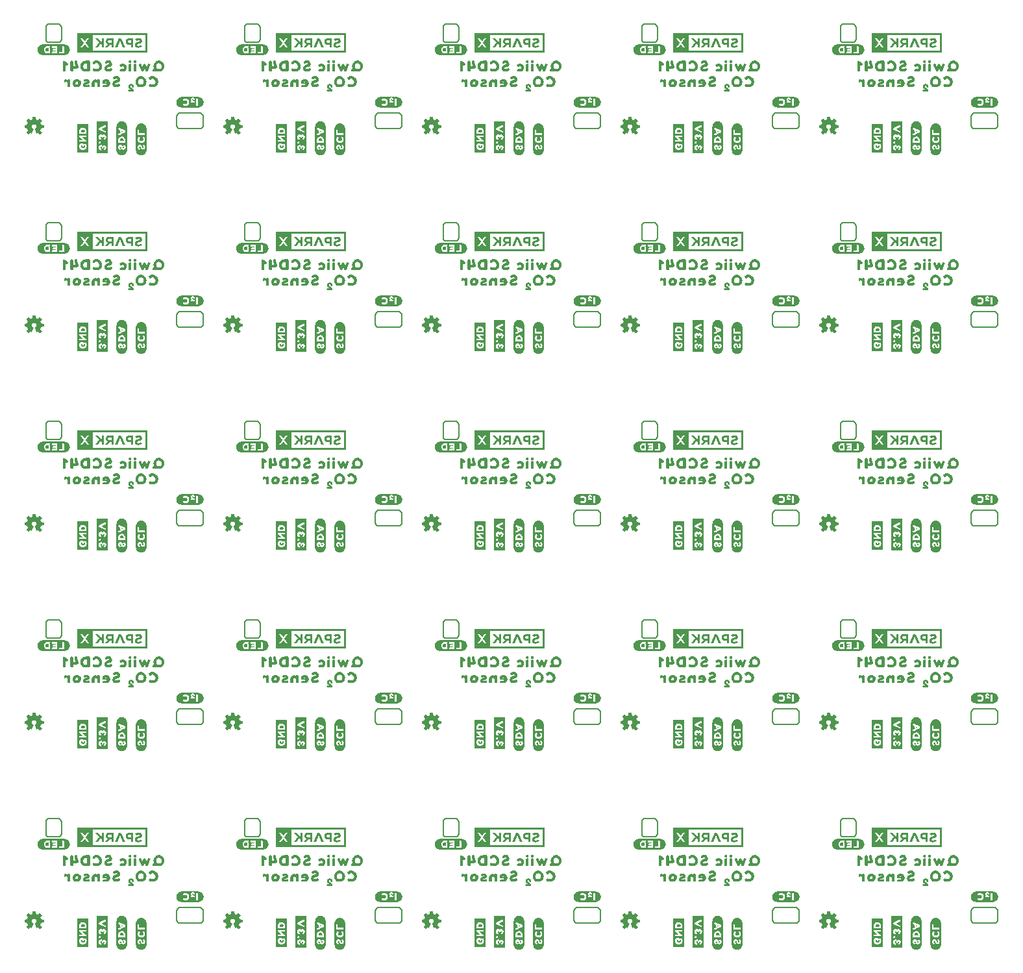
<source format=gbo>
G04 EAGLE Gerber RS-274X export*
G75*
%MOMM*%
%FSLAX34Y34*%
%LPD*%
%INSilkscreen Bottom*%
%IPPOS*%
%AMOC8*
5,1,8,0,0,1.08239X$1,22.5*%
G01*
%ADD10C,0.203200*%

G36*
X1209087Y1188751D02*
X1209087Y1188751D01*
X1209082Y1188759D01*
X1209089Y1188765D01*
X1209089Y1214075D01*
X1209053Y1214123D01*
X1209046Y1214117D01*
X1209040Y1214125D01*
X1117600Y1214125D01*
X1117553Y1214089D01*
X1117558Y1214081D01*
X1117551Y1214075D01*
X1117551Y1188765D01*
X1117587Y1188717D01*
X1117594Y1188723D01*
X1117600Y1188715D01*
X1209040Y1188715D01*
X1209087Y1188751D01*
G37*
G36*
X172767Y1188751D02*
X172767Y1188751D01*
X172762Y1188759D01*
X172769Y1188765D01*
X172769Y1214075D01*
X172733Y1214123D01*
X172726Y1214117D01*
X172720Y1214125D01*
X81280Y1214125D01*
X81233Y1214089D01*
X81238Y1214081D01*
X81231Y1214075D01*
X81231Y1188765D01*
X81267Y1188717D01*
X81274Y1188723D01*
X81280Y1188715D01*
X172720Y1188715D01*
X172767Y1188751D01*
G37*
G36*
X950007Y1188751D02*
X950007Y1188751D01*
X950002Y1188759D01*
X950009Y1188765D01*
X950009Y1214075D01*
X949973Y1214123D01*
X949966Y1214117D01*
X949960Y1214125D01*
X858520Y1214125D01*
X858473Y1214089D01*
X858478Y1214081D01*
X858471Y1214075D01*
X858471Y1188765D01*
X858507Y1188717D01*
X858514Y1188723D01*
X858520Y1188715D01*
X949960Y1188715D01*
X950007Y1188751D01*
G37*
G36*
X431847Y1188751D02*
X431847Y1188751D01*
X431842Y1188759D01*
X431849Y1188765D01*
X431849Y1214075D01*
X431813Y1214123D01*
X431806Y1214117D01*
X431800Y1214125D01*
X340360Y1214125D01*
X340313Y1214089D01*
X340318Y1214081D01*
X340311Y1214075D01*
X340311Y1188765D01*
X340347Y1188717D01*
X340354Y1188723D01*
X340360Y1188715D01*
X431800Y1188715D01*
X431847Y1188751D01*
G37*
G36*
X690927Y1188751D02*
X690927Y1188751D01*
X690922Y1188759D01*
X690929Y1188765D01*
X690929Y1214075D01*
X690893Y1214123D01*
X690886Y1214117D01*
X690880Y1214125D01*
X599440Y1214125D01*
X599393Y1214089D01*
X599398Y1214081D01*
X599391Y1214075D01*
X599391Y1188765D01*
X599427Y1188717D01*
X599434Y1188723D01*
X599440Y1188715D01*
X690880Y1188715D01*
X690927Y1188751D01*
G37*
G36*
X950007Y152431D02*
X950007Y152431D01*
X950002Y152439D01*
X950009Y152445D01*
X950009Y177755D01*
X949973Y177803D01*
X949966Y177797D01*
X949960Y177805D01*
X858520Y177805D01*
X858473Y177769D01*
X858478Y177761D01*
X858471Y177755D01*
X858471Y152445D01*
X858507Y152397D01*
X858514Y152403D01*
X858520Y152395D01*
X949960Y152395D01*
X950007Y152431D01*
G37*
G36*
X690927Y152431D02*
X690927Y152431D01*
X690922Y152439D01*
X690929Y152445D01*
X690929Y177755D01*
X690893Y177803D01*
X690886Y177797D01*
X690880Y177805D01*
X599440Y177805D01*
X599393Y177769D01*
X599398Y177761D01*
X599391Y177755D01*
X599391Y152445D01*
X599427Y152397D01*
X599434Y152403D01*
X599440Y152395D01*
X690880Y152395D01*
X690927Y152431D01*
G37*
G36*
X81267Y152397D02*
X81267Y152397D01*
X81274Y152403D01*
X81280Y152395D01*
X172720Y152395D01*
X172767Y152431D01*
X172762Y152439D01*
X172769Y152445D01*
X172769Y177755D01*
X172733Y177803D01*
X172726Y177797D01*
X172720Y177805D01*
X81280Y177805D01*
X81233Y177769D01*
X81238Y177761D01*
X81231Y177755D01*
X81231Y152445D01*
X81267Y152397D01*
G37*
G36*
X690927Y929671D02*
X690927Y929671D01*
X690922Y929679D01*
X690929Y929685D01*
X690929Y954995D01*
X690893Y955043D01*
X690886Y955037D01*
X690880Y955045D01*
X599440Y955045D01*
X599393Y955009D01*
X599398Y955001D01*
X599391Y954995D01*
X599391Y929685D01*
X599427Y929637D01*
X599434Y929643D01*
X599440Y929635D01*
X690880Y929635D01*
X690927Y929671D01*
G37*
G36*
X950007Y929671D02*
X950007Y929671D01*
X950002Y929679D01*
X950009Y929685D01*
X950009Y954995D01*
X949973Y955043D01*
X949966Y955037D01*
X949960Y955045D01*
X858520Y955045D01*
X858473Y955009D01*
X858478Y955001D01*
X858471Y954995D01*
X858471Y929685D01*
X858507Y929637D01*
X858514Y929643D01*
X858520Y929635D01*
X949960Y929635D01*
X950007Y929671D01*
G37*
G36*
X431847Y929671D02*
X431847Y929671D01*
X431842Y929679D01*
X431849Y929685D01*
X431849Y954995D01*
X431813Y955043D01*
X431806Y955037D01*
X431800Y955045D01*
X340360Y955045D01*
X340313Y955009D01*
X340318Y955001D01*
X340311Y954995D01*
X340311Y929685D01*
X340347Y929637D01*
X340354Y929643D01*
X340360Y929635D01*
X431800Y929635D01*
X431847Y929671D01*
G37*
G36*
X172767Y929671D02*
X172767Y929671D01*
X172762Y929679D01*
X172769Y929685D01*
X172769Y954995D01*
X172733Y955043D01*
X172726Y955037D01*
X172720Y955045D01*
X81280Y955045D01*
X81233Y955009D01*
X81238Y955001D01*
X81231Y954995D01*
X81231Y929685D01*
X81267Y929637D01*
X81274Y929643D01*
X81280Y929635D01*
X172720Y929635D01*
X172767Y929671D01*
G37*
G36*
X172767Y411511D02*
X172767Y411511D01*
X172762Y411519D01*
X172769Y411525D01*
X172769Y436835D01*
X172733Y436883D01*
X172726Y436877D01*
X172720Y436885D01*
X81280Y436885D01*
X81233Y436849D01*
X81238Y436841D01*
X81231Y436835D01*
X81231Y411525D01*
X81267Y411477D01*
X81274Y411483D01*
X81280Y411475D01*
X172720Y411475D01*
X172767Y411511D01*
G37*
G36*
X950007Y411511D02*
X950007Y411511D01*
X950002Y411519D01*
X950009Y411525D01*
X950009Y436835D01*
X949973Y436883D01*
X949966Y436877D01*
X949960Y436885D01*
X858520Y436885D01*
X858473Y436849D01*
X858478Y436841D01*
X858471Y436835D01*
X858471Y411525D01*
X858507Y411477D01*
X858514Y411483D01*
X858520Y411475D01*
X949960Y411475D01*
X950007Y411511D01*
G37*
G36*
X172767Y670591D02*
X172767Y670591D01*
X172762Y670599D01*
X172769Y670605D01*
X172769Y695915D01*
X172733Y695963D01*
X172726Y695957D01*
X172720Y695965D01*
X81280Y695965D01*
X81233Y695929D01*
X81238Y695921D01*
X81231Y695915D01*
X81231Y670605D01*
X81267Y670557D01*
X81274Y670563D01*
X81280Y670555D01*
X172720Y670555D01*
X172767Y670591D01*
G37*
G36*
X690927Y670591D02*
X690927Y670591D01*
X690922Y670599D01*
X690929Y670605D01*
X690929Y695915D01*
X690893Y695963D01*
X690886Y695957D01*
X690880Y695965D01*
X599440Y695965D01*
X599393Y695929D01*
X599398Y695921D01*
X599391Y695915D01*
X599391Y670605D01*
X599427Y670557D01*
X599434Y670563D01*
X599440Y670555D01*
X690880Y670555D01*
X690927Y670591D01*
G37*
G36*
X431847Y670591D02*
X431847Y670591D01*
X431842Y670599D01*
X431849Y670605D01*
X431849Y695915D01*
X431813Y695963D01*
X431806Y695957D01*
X431800Y695965D01*
X340360Y695965D01*
X340313Y695929D01*
X340318Y695921D01*
X340311Y695915D01*
X340311Y670605D01*
X340347Y670557D01*
X340354Y670563D01*
X340360Y670555D01*
X431800Y670555D01*
X431847Y670591D01*
G37*
G36*
X431847Y152431D02*
X431847Y152431D01*
X431842Y152439D01*
X431849Y152445D01*
X431849Y177755D01*
X431813Y177803D01*
X431806Y177797D01*
X431800Y177805D01*
X340360Y177805D01*
X340313Y177769D01*
X340318Y177761D01*
X340311Y177755D01*
X340311Y152445D01*
X340347Y152397D01*
X340354Y152403D01*
X340360Y152395D01*
X431800Y152395D01*
X431847Y152431D01*
G37*
G36*
X1209087Y152431D02*
X1209087Y152431D01*
X1209082Y152439D01*
X1209089Y152445D01*
X1209089Y177755D01*
X1209053Y177803D01*
X1209046Y177797D01*
X1209040Y177805D01*
X1117600Y177805D01*
X1117553Y177769D01*
X1117558Y177761D01*
X1117551Y177755D01*
X1117551Y152445D01*
X1117587Y152397D01*
X1117594Y152403D01*
X1117600Y152395D01*
X1209040Y152395D01*
X1209087Y152431D01*
G37*
G36*
X1209087Y929671D02*
X1209087Y929671D01*
X1209082Y929679D01*
X1209089Y929685D01*
X1209089Y954995D01*
X1209053Y955043D01*
X1209046Y955037D01*
X1209040Y955045D01*
X1117600Y955045D01*
X1117553Y955009D01*
X1117558Y955001D01*
X1117551Y954995D01*
X1117551Y929685D01*
X1117587Y929637D01*
X1117594Y929643D01*
X1117600Y929635D01*
X1209040Y929635D01*
X1209087Y929671D01*
G37*
G36*
X690927Y411511D02*
X690927Y411511D01*
X690922Y411519D01*
X690929Y411525D01*
X690929Y436835D01*
X690893Y436883D01*
X690886Y436877D01*
X690880Y436885D01*
X599440Y436885D01*
X599393Y436849D01*
X599398Y436841D01*
X599391Y436835D01*
X599391Y411525D01*
X599427Y411477D01*
X599434Y411483D01*
X599440Y411475D01*
X690880Y411475D01*
X690927Y411511D01*
G37*
G36*
X1209087Y411511D02*
X1209087Y411511D01*
X1209082Y411519D01*
X1209089Y411525D01*
X1209089Y436835D01*
X1209053Y436883D01*
X1209046Y436877D01*
X1209040Y436885D01*
X1117600Y436885D01*
X1117553Y436849D01*
X1117558Y436841D01*
X1117551Y436835D01*
X1117551Y411525D01*
X1117587Y411477D01*
X1117594Y411483D01*
X1117600Y411475D01*
X1209040Y411475D01*
X1209087Y411511D01*
G37*
G36*
X431847Y411511D02*
X431847Y411511D01*
X431842Y411519D01*
X431849Y411525D01*
X431849Y436835D01*
X431813Y436883D01*
X431806Y436877D01*
X431800Y436885D01*
X340360Y436885D01*
X340313Y436849D01*
X340318Y436841D01*
X340311Y436835D01*
X340311Y411525D01*
X340347Y411477D01*
X340354Y411483D01*
X340360Y411475D01*
X431800Y411475D01*
X431847Y411511D01*
G37*
G36*
X1209087Y670591D02*
X1209087Y670591D01*
X1209082Y670599D01*
X1209089Y670605D01*
X1209089Y695915D01*
X1209053Y695963D01*
X1209046Y695957D01*
X1209040Y695965D01*
X1117600Y695965D01*
X1117553Y695929D01*
X1117558Y695921D01*
X1117551Y695915D01*
X1117551Y670605D01*
X1117587Y670557D01*
X1117594Y670563D01*
X1117600Y670555D01*
X1209040Y670555D01*
X1209087Y670591D01*
G37*
G36*
X950007Y670591D02*
X950007Y670591D01*
X950002Y670599D01*
X950009Y670605D01*
X950009Y695915D01*
X949973Y695963D01*
X949966Y695957D01*
X949960Y695965D01*
X858520Y695965D01*
X858473Y695929D01*
X858478Y695921D01*
X858471Y695915D01*
X858471Y670605D01*
X858507Y670557D01*
X858514Y670563D01*
X858520Y670555D01*
X949960Y670555D01*
X950007Y670591D01*
G37*
%LPC*%
G36*
X360837Y154844D02*
X360837Y154844D01*
X360837Y175356D01*
X429401Y175356D01*
X429401Y154844D01*
X360837Y154844D01*
G37*
%LPD*%
%LPC*%
G36*
X1138077Y154844D02*
X1138077Y154844D01*
X1138077Y175356D01*
X1206641Y175356D01*
X1206641Y154844D01*
X1138077Y154844D01*
G37*
%LPD*%
%LPC*%
G36*
X619917Y154844D02*
X619917Y154844D01*
X619917Y175356D01*
X688481Y175356D01*
X688481Y154844D01*
X619917Y154844D01*
G37*
%LPD*%
%LPC*%
G36*
X878997Y154844D02*
X878997Y154844D01*
X878997Y175356D01*
X947561Y175356D01*
X947561Y154844D01*
X878997Y154844D01*
G37*
%LPD*%
%LPC*%
G36*
X360837Y673004D02*
X360837Y673004D01*
X360837Y693516D01*
X429401Y693516D01*
X429401Y673004D01*
X360837Y673004D01*
G37*
%LPD*%
%LPC*%
G36*
X101757Y673004D02*
X101757Y673004D01*
X101757Y693516D01*
X170321Y693516D01*
X170321Y673004D01*
X101757Y673004D01*
G37*
%LPD*%
%LPC*%
G36*
X619917Y673004D02*
X619917Y673004D01*
X619917Y693516D01*
X688481Y693516D01*
X688481Y673004D01*
X619917Y673004D01*
G37*
%LPD*%
%LPC*%
G36*
X878997Y673004D02*
X878997Y673004D01*
X878997Y693516D01*
X947561Y693516D01*
X947561Y673004D01*
X878997Y673004D01*
G37*
%LPD*%
%LPC*%
G36*
X1138077Y673004D02*
X1138077Y673004D01*
X1138077Y693516D01*
X1206641Y693516D01*
X1206641Y673004D01*
X1138077Y673004D01*
G37*
%LPD*%
%LPC*%
G36*
X619917Y413924D02*
X619917Y413924D01*
X619917Y434436D01*
X688481Y434436D01*
X688481Y413924D01*
X619917Y413924D01*
G37*
%LPD*%
%LPC*%
G36*
X878997Y413924D02*
X878997Y413924D01*
X878997Y434436D01*
X947561Y434436D01*
X947561Y413924D01*
X878997Y413924D01*
G37*
%LPD*%
%LPC*%
G36*
X360837Y932084D02*
X360837Y932084D01*
X360837Y952596D01*
X429401Y952596D01*
X429401Y932084D01*
X360837Y932084D01*
G37*
%LPD*%
%LPC*%
G36*
X619917Y932084D02*
X619917Y932084D01*
X619917Y952596D01*
X688481Y952596D01*
X688481Y932084D01*
X619917Y932084D01*
G37*
%LPD*%
%LPC*%
G36*
X101757Y413924D02*
X101757Y413924D01*
X101757Y434436D01*
X170321Y434436D01*
X170321Y413924D01*
X101757Y413924D01*
G37*
%LPD*%
%LPC*%
G36*
X360837Y413924D02*
X360837Y413924D01*
X360837Y434436D01*
X429401Y434436D01*
X429401Y413924D01*
X360837Y413924D01*
G37*
%LPD*%
%LPC*%
G36*
X1138077Y413924D02*
X1138077Y413924D01*
X1138077Y434436D01*
X1206641Y434436D01*
X1206641Y413924D01*
X1138077Y413924D01*
G37*
%LPD*%
%LPC*%
G36*
X101757Y1191164D02*
X101757Y1191164D01*
X101757Y1211676D01*
X170321Y1211676D01*
X170321Y1191164D01*
X101757Y1191164D01*
G37*
%LPD*%
%LPC*%
G36*
X101757Y932084D02*
X101757Y932084D01*
X101757Y952596D01*
X170321Y952596D01*
X170321Y932084D01*
X101757Y932084D01*
G37*
%LPD*%
%LPC*%
G36*
X1138077Y932084D02*
X1138077Y932084D01*
X1138077Y952596D01*
X1206641Y952596D01*
X1206641Y932084D01*
X1138077Y932084D01*
G37*
%LPD*%
%LPC*%
G36*
X360837Y1191164D02*
X360837Y1191164D01*
X360837Y1211676D01*
X429401Y1211676D01*
X429401Y1191164D01*
X360837Y1191164D01*
G37*
%LPD*%
%LPC*%
G36*
X878997Y932084D02*
X878997Y932084D01*
X878997Y952596D01*
X947561Y952596D01*
X947561Y932084D01*
X878997Y932084D01*
G37*
%LPD*%
%LPC*%
G36*
X1138077Y1191164D02*
X1138077Y1191164D01*
X1138077Y1211676D01*
X1206641Y1211676D01*
X1206641Y1191164D01*
X1138077Y1191164D01*
G37*
%LPD*%
%LPC*%
G36*
X878997Y1191164D02*
X878997Y1191164D01*
X878997Y1211676D01*
X947561Y1211676D01*
X947561Y1191164D01*
X878997Y1191164D01*
G37*
%LPD*%
%LPC*%
G36*
X619917Y1191164D02*
X619917Y1191164D01*
X619917Y1211676D01*
X688481Y1211676D01*
X688481Y1191164D01*
X619917Y1191164D01*
G37*
%LPD*%
%LPC*%
G36*
X170321Y175356D02*
X170321Y175356D01*
X170321Y154844D01*
X101757Y154844D01*
X101757Y175356D01*
X170321Y175356D01*
G37*
%LPD*%
G36*
X897745Y1057384D02*
X897745Y1057384D01*
X897748Y1057381D01*
X898348Y1057481D01*
X898389Y1057525D01*
X898386Y1057528D01*
X898389Y1057530D01*
X898389Y1098730D01*
X898370Y1098756D01*
X898370Y1098769D01*
X897970Y1099069D01*
X897948Y1099069D01*
X897940Y1099079D01*
X885040Y1099079D01*
X885014Y1099060D01*
X885001Y1099060D01*
X884701Y1098660D01*
X884701Y1098638D01*
X884691Y1098630D01*
X884691Y1058030D01*
X884698Y1058021D01*
X884693Y1058014D01*
X884893Y1057414D01*
X884937Y1057384D01*
X884940Y1057381D01*
X897740Y1057381D01*
X897745Y1057384D01*
G37*
G36*
X120505Y1057384D02*
X120505Y1057384D01*
X120508Y1057381D01*
X121108Y1057481D01*
X121149Y1057525D01*
X121146Y1057528D01*
X121149Y1057530D01*
X121149Y1098730D01*
X121130Y1098756D01*
X121130Y1098769D01*
X120730Y1099069D01*
X120708Y1099069D01*
X120700Y1099079D01*
X107800Y1099079D01*
X107774Y1099060D01*
X107761Y1099060D01*
X107461Y1098660D01*
X107461Y1098638D01*
X107451Y1098630D01*
X107451Y1058030D01*
X107458Y1058021D01*
X107453Y1058014D01*
X107653Y1057414D01*
X107697Y1057384D01*
X107700Y1057381D01*
X120500Y1057381D01*
X120505Y1057384D01*
G37*
G36*
X638665Y1057384D02*
X638665Y1057384D01*
X638668Y1057381D01*
X639268Y1057481D01*
X639309Y1057525D01*
X639306Y1057528D01*
X639309Y1057530D01*
X639309Y1098730D01*
X639290Y1098756D01*
X639290Y1098769D01*
X638890Y1099069D01*
X638868Y1099069D01*
X638860Y1099079D01*
X625960Y1099079D01*
X625934Y1099060D01*
X625921Y1099060D01*
X625621Y1098660D01*
X625621Y1098638D01*
X625611Y1098630D01*
X625611Y1058030D01*
X625618Y1058021D01*
X625613Y1058014D01*
X625813Y1057414D01*
X625857Y1057384D01*
X625860Y1057381D01*
X638660Y1057381D01*
X638665Y1057384D01*
G37*
G36*
X897745Y798304D02*
X897745Y798304D01*
X897748Y798301D01*
X898348Y798401D01*
X898389Y798445D01*
X898386Y798448D01*
X898389Y798450D01*
X898389Y839650D01*
X898370Y839676D01*
X898370Y839689D01*
X897970Y839989D01*
X897948Y839989D01*
X897940Y839999D01*
X885040Y839999D01*
X885014Y839980D01*
X885001Y839980D01*
X884701Y839580D01*
X884701Y839558D01*
X884691Y839550D01*
X884691Y798950D01*
X884698Y798941D01*
X884693Y798934D01*
X884893Y798334D01*
X884937Y798304D01*
X884940Y798301D01*
X897740Y798301D01*
X897745Y798304D01*
G37*
G36*
X1156825Y798304D02*
X1156825Y798304D01*
X1156828Y798301D01*
X1157428Y798401D01*
X1157469Y798445D01*
X1157466Y798448D01*
X1157469Y798450D01*
X1157469Y839650D01*
X1157450Y839676D01*
X1157450Y839689D01*
X1157050Y839989D01*
X1157028Y839989D01*
X1157020Y839999D01*
X1144120Y839999D01*
X1144094Y839980D01*
X1144081Y839980D01*
X1143781Y839580D01*
X1143781Y839558D01*
X1143771Y839550D01*
X1143771Y798950D01*
X1143778Y798941D01*
X1143773Y798934D01*
X1143973Y798334D01*
X1144017Y798304D01*
X1144020Y798301D01*
X1156820Y798301D01*
X1156825Y798304D01*
G37*
G36*
X379585Y539224D02*
X379585Y539224D01*
X379588Y539221D01*
X380188Y539321D01*
X380229Y539365D01*
X380226Y539368D01*
X380229Y539370D01*
X380229Y580570D01*
X380210Y580596D01*
X380210Y580609D01*
X379810Y580909D01*
X379788Y580909D01*
X379780Y580919D01*
X366880Y580919D01*
X366854Y580900D01*
X366841Y580900D01*
X366541Y580500D01*
X366541Y580478D01*
X366531Y580470D01*
X366531Y539870D01*
X366538Y539861D01*
X366533Y539854D01*
X366733Y539254D01*
X366777Y539224D01*
X366780Y539221D01*
X379580Y539221D01*
X379585Y539224D01*
G37*
G36*
X120505Y798304D02*
X120505Y798304D01*
X120508Y798301D01*
X121108Y798401D01*
X121149Y798445D01*
X121146Y798448D01*
X121149Y798450D01*
X121149Y839650D01*
X121130Y839676D01*
X121130Y839689D01*
X120730Y839989D01*
X120708Y839989D01*
X120700Y839999D01*
X107800Y839999D01*
X107774Y839980D01*
X107761Y839980D01*
X107461Y839580D01*
X107461Y839558D01*
X107451Y839550D01*
X107451Y798950D01*
X107458Y798941D01*
X107453Y798934D01*
X107653Y798334D01*
X107697Y798304D01*
X107700Y798301D01*
X120500Y798301D01*
X120505Y798304D01*
G37*
G36*
X1156825Y280144D02*
X1156825Y280144D01*
X1156828Y280141D01*
X1157428Y280241D01*
X1157469Y280285D01*
X1157466Y280288D01*
X1157469Y280290D01*
X1157469Y321490D01*
X1157450Y321516D01*
X1157450Y321529D01*
X1157050Y321829D01*
X1157028Y321829D01*
X1157020Y321839D01*
X1144120Y321839D01*
X1144094Y321820D01*
X1144081Y321820D01*
X1143781Y321420D01*
X1143781Y321398D01*
X1143771Y321390D01*
X1143771Y280790D01*
X1143778Y280781D01*
X1143773Y280774D01*
X1143973Y280174D01*
X1144017Y280144D01*
X1144020Y280141D01*
X1156820Y280141D01*
X1156825Y280144D01*
G37*
G36*
X638665Y798304D02*
X638665Y798304D01*
X638668Y798301D01*
X639268Y798401D01*
X639309Y798445D01*
X639306Y798448D01*
X639309Y798450D01*
X639309Y839650D01*
X639290Y839676D01*
X639290Y839689D01*
X638890Y839989D01*
X638868Y839989D01*
X638860Y839999D01*
X625960Y839999D01*
X625934Y839980D01*
X625921Y839980D01*
X625621Y839580D01*
X625621Y839558D01*
X625611Y839550D01*
X625611Y798950D01*
X625618Y798941D01*
X625613Y798934D01*
X625813Y798334D01*
X625857Y798304D01*
X625860Y798301D01*
X638660Y798301D01*
X638665Y798304D01*
G37*
G36*
X379585Y798304D02*
X379585Y798304D01*
X379588Y798301D01*
X380188Y798401D01*
X380229Y798445D01*
X380226Y798448D01*
X380229Y798450D01*
X380229Y839650D01*
X380210Y839676D01*
X380210Y839689D01*
X379810Y839989D01*
X379788Y839989D01*
X379780Y839999D01*
X366880Y839999D01*
X366854Y839980D01*
X366841Y839980D01*
X366541Y839580D01*
X366541Y839558D01*
X366531Y839550D01*
X366531Y798950D01*
X366538Y798941D01*
X366533Y798934D01*
X366733Y798334D01*
X366777Y798304D01*
X366780Y798301D01*
X379580Y798301D01*
X379585Y798304D01*
G37*
G36*
X120505Y539224D02*
X120505Y539224D01*
X120508Y539221D01*
X121108Y539321D01*
X121149Y539365D01*
X121146Y539368D01*
X121149Y539370D01*
X121149Y580570D01*
X121130Y580596D01*
X121130Y580609D01*
X120730Y580909D01*
X120708Y580909D01*
X120700Y580919D01*
X107800Y580919D01*
X107774Y580900D01*
X107761Y580900D01*
X107461Y580500D01*
X107461Y580478D01*
X107451Y580470D01*
X107451Y539870D01*
X107458Y539861D01*
X107453Y539854D01*
X107653Y539254D01*
X107697Y539224D01*
X107700Y539221D01*
X120500Y539221D01*
X120505Y539224D01*
G37*
G36*
X638665Y539224D02*
X638665Y539224D01*
X638668Y539221D01*
X639268Y539321D01*
X639309Y539365D01*
X639306Y539368D01*
X639309Y539370D01*
X639309Y580570D01*
X639290Y580596D01*
X639290Y580609D01*
X638890Y580909D01*
X638868Y580909D01*
X638860Y580919D01*
X625960Y580919D01*
X625934Y580900D01*
X625921Y580900D01*
X625621Y580500D01*
X625621Y580478D01*
X625611Y580470D01*
X625611Y539870D01*
X625618Y539861D01*
X625613Y539854D01*
X625813Y539254D01*
X625857Y539224D01*
X625860Y539221D01*
X638660Y539221D01*
X638665Y539224D01*
G37*
G36*
X897745Y539224D02*
X897745Y539224D01*
X897748Y539221D01*
X898348Y539321D01*
X898389Y539365D01*
X898386Y539368D01*
X898389Y539370D01*
X898389Y580570D01*
X898370Y580596D01*
X898370Y580609D01*
X897970Y580909D01*
X897948Y580909D01*
X897940Y580919D01*
X885040Y580919D01*
X885014Y580900D01*
X885001Y580900D01*
X884701Y580500D01*
X884701Y580478D01*
X884691Y580470D01*
X884691Y539870D01*
X884698Y539861D01*
X884693Y539854D01*
X884893Y539254D01*
X884937Y539224D01*
X884940Y539221D01*
X897740Y539221D01*
X897745Y539224D01*
G37*
G36*
X1156825Y539224D02*
X1156825Y539224D01*
X1156828Y539221D01*
X1157428Y539321D01*
X1157469Y539365D01*
X1157466Y539368D01*
X1157469Y539370D01*
X1157469Y580570D01*
X1157450Y580596D01*
X1157450Y580609D01*
X1157050Y580909D01*
X1157028Y580909D01*
X1157020Y580919D01*
X1144120Y580919D01*
X1144094Y580900D01*
X1144081Y580900D01*
X1143781Y580500D01*
X1143781Y580478D01*
X1143771Y580470D01*
X1143771Y539870D01*
X1143778Y539861D01*
X1143773Y539854D01*
X1143973Y539254D01*
X1144017Y539224D01*
X1144020Y539221D01*
X1156820Y539221D01*
X1156825Y539224D01*
G37*
G36*
X120505Y280144D02*
X120505Y280144D01*
X120508Y280141D01*
X121108Y280241D01*
X121149Y280285D01*
X121146Y280288D01*
X121149Y280290D01*
X121149Y321490D01*
X121130Y321516D01*
X121130Y321529D01*
X120730Y321829D01*
X120708Y321829D01*
X120700Y321839D01*
X107800Y321839D01*
X107774Y321820D01*
X107761Y321820D01*
X107461Y321420D01*
X107461Y321398D01*
X107451Y321390D01*
X107451Y280790D01*
X107458Y280781D01*
X107453Y280774D01*
X107653Y280174D01*
X107697Y280144D01*
X107700Y280141D01*
X120500Y280141D01*
X120505Y280144D01*
G37*
G36*
X379585Y1057384D02*
X379585Y1057384D01*
X379588Y1057381D01*
X380188Y1057481D01*
X380229Y1057525D01*
X380226Y1057528D01*
X380229Y1057530D01*
X380229Y1098730D01*
X380210Y1098756D01*
X380210Y1098769D01*
X379810Y1099069D01*
X379788Y1099069D01*
X379780Y1099079D01*
X366880Y1099079D01*
X366854Y1099060D01*
X366841Y1099060D01*
X366541Y1098660D01*
X366541Y1098638D01*
X366531Y1098630D01*
X366531Y1058030D01*
X366538Y1058021D01*
X366533Y1058014D01*
X366733Y1057414D01*
X366777Y1057384D01*
X366780Y1057381D01*
X379580Y1057381D01*
X379585Y1057384D01*
G37*
G36*
X379585Y280144D02*
X379585Y280144D01*
X379588Y280141D01*
X380188Y280241D01*
X380229Y280285D01*
X380226Y280288D01*
X380229Y280290D01*
X380229Y321490D01*
X380210Y321516D01*
X380210Y321529D01*
X379810Y321829D01*
X379788Y321829D01*
X379780Y321839D01*
X366880Y321839D01*
X366854Y321820D01*
X366841Y321820D01*
X366541Y321420D01*
X366541Y321398D01*
X366531Y321390D01*
X366531Y280790D01*
X366538Y280781D01*
X366533Y280774D01*
X366733Y280174D01*
X366777Y280144D01*
X366780Y280141D01*
X379580Y280141D01*
X379585Y280144D01*
G37*
G36*
X897745Y280144D02*
X897745Y280144D01*
X897748Y280141D01*
X898348Y280241D01*
X898389Y280285D01*
X898386Y280288D01*
X898389Y280290D01*
X898389Y321490D01*
X898370Y321516D01*
X898370Y321529D01*
X897970Y321829D01*
X897948Y321829D01*
X897940Y321839D01*
X885040Y321839D01*
X885014Y321820D01*
X885001Y321820D01*
X884701Y321420D01*
X884701Y321398D01*
X884691Y321390D01*
X884691Y280790D01*
X884698Y280781D01*
X884693Y280774D01*
X884893Y280174D01*
X884937Y280144D01*
X884940Y280141D01*
X897740Y280141D01*
X897745Y280144D01*
G37*
G36*
X638665Y280144D02*
X638665Y280144D01*
X638668Y280141D01*
X639268Y280241D01*
X639309Y280285D01*
X639306Y280288D01*
X639309Y280290D01*
X639309Y321490D01*
X639290Y321516D01*
X639290Y321529D01*
X638890Y321829D01*
X638868Y321829D01*
X638860Y321839D01*
X625960Y321839D01*
X625934Y321820D01*
X625921Y321820D01*
X625621Y321420D01*
X625621Y321398D01*
X625611Y321390D01*
X625611Y280790D01*
X625618Y280781D01*
X625613Y280774D01*
X625813Y280174D01*
X625857Y280144D01*
X625860Y280141D01*
X638660Y280141D01*
X638665Y280144D01*
G37*
G36*
X1156825Y1057384D02*
X1156825Y1057384D01*
X1156828Y1057381D01*
X1157428Y1057481D01*
X1157469Y1057525D01*
X1157466Y1057528D01*
X1157469Y1057530D01*
X1157469Y1098730D01*
X1157450Y1098756D01*
X1157450Y1098769D01*
X1157050Y1099069D01*
X1157028Y1099069D01*
X1157020Y1099079D01*
X1144120Y1099079D01*
X1144094Y1099060D01*
X1144081Y1099060D01*
X1143781Y1098660D01*
X1143781Y1098638D01*
X1143771Y1098630D01*
X1143771Y1058030D01*
X1143778Y1058021D01*
X1143773Y1058014D01*
X1143973Y1057414D01*
X1144017Y1057384D01*
X1144020Y1057381D01*
X1156820Y1057381D01*
X1156825Y1057384D01*
G37*
G36*
X379585Y21064D02*
X379585Y21064D01*
X379588Y21061D01*
X380188Y21161D01*
X380229Y21205D01*
X380226Y21208D01*
X380229Y21210D01*
X380229Y62410D01*
X380210Y62436D01*
X380210Y62449D01*
X379810Y62749D01*
X379788Y62749D01*
X379780Y62759D01*
X366880Y62759D01*
X366854Y62740D01*
X366841Y62740D01*
X366541Y62340D01*
X366541Y62318D01*
X366531Y62310D01*
X366531Y21710D01*
X366538Y21701D01*
X366533Y21694D01*
X366733Y21094D01*
X366777Y21064D01*
X366780Y21061D01*
X379580Y21061D01*
X379585Y21064D01*
G37*
G36*
X638665Y21064D02*
X638665Y21064D01*
X638668Y21061D01*
X639268Y21161D01*
X639309Y21205D01*
X639306Y21208D01*
X639309Y21210D01*
X639309Y62410D01*
X639290Y62436D01*
X639290Y62449D01*
X638890Y62749D01*
X638868Y62749D01*
X638860Y62759D01*
X625960Y62759D01*
X625934Y62740D01*
X625921Y62740D01*
X625621Y62340D01*
X625621Y62318D01*
X625611Y62310D01*
X625611Y21710D01*
X625618Y21701D01*
X625613Y21694D01*
X625813Y21094D01*
X625857Y21064D01*
X625860Y21061D01*
X638660Y21061D01*
X638665Y21064D01*
G37*
G36*
X1156825Y21064D02*
X1156825Y21064D01*
X1156828Y21061D01*
X1157428Y21161D01*
X1157469Y21205D01*
X1157466Y21208D01*
X1157469Y21210D01*
X1157469Y62410D01*
X1157450Y62436D01*
X1157450Y62449D01*
X1157050Y62749D01*
X1157028Y62749D01*
X1157020Y62759D01*
X1144120Y62759D01*
X1144094Y62740D01*
X1144081Y62740D01*
X1143781Y62340D01*
X1143781Y62318D01*
X1143771Y62310D01*
X1143771Y21710D01*
X1143778Y21701D01*
X1143773Y21694D01*
X1143973Y21094D01*
X1144017Y21064D01*
X1144020Y21061D01*
X1156820Y21061D01*
X1156825Y21064D01*
G37*
G36*
X897745Y21064D02*
X897745Y21064D01*
X897748Y21061D01*
X898348Y21161D01*
X898389Y21205D01*
X898386Y21208D01*
X898389Y21210D01*
X898389Y62410D01*
X898370Y62436D01*
X898370Y62449D01*
X897970Y62749D01*
X897948Y62749D01*
X897940Y62759D01*
X885040Y62759D01*
X885014Y62740D01*
X885001Y62740D01*
X884701Y62340D01*
X884701Y62318D01*
X884691Y62310D01*
X884691Y21710D01*
X884698Y21701D01*
X884693Y21694D01*
X884893Y21094D01*
X884937Y21064D01*
X884940Y21061D01*
X897740Y21061D01*
X897745Y21064D01*
G37*
G36*
X120505Y21064D02*
X120505Y21064D01*
X120508Y21061D01*
X121108Y21161D01*
X121149Y21205D01*
X121146Y21208D01*
X121149Y21210D01*
X121149Y62410D01*
X121130Y62436D01*
X121130Y62449D01*
X120730Y62749D01*
X120708Y62749D01*
X120700Y62759D01*
X107800Y62759D01*
X107774Y62740D01*
X107761Y62740D01*
X107461Y62340D01*
X107461Y62318D01*
X107451Y62310D01*
X107451Y21710D01*
X107458Y21701D01*
X107453Y21694D01*
X107653Y21094D01*
X107697Y21064D01*
X107700Y21061D01*
X120500Y21061D01*
X120505Y21064D01*
G37*
G36*
X658464Y795634D02*
X658464Y795634D01*
X658467Y795631D01*
X659167Y795731D01*
X659172Y795736D01*
X659176Y795733D01*
X659775Y795933D01*
X660474Y796133D01*
X660478Y796138D01*
X660482Y796136D01*
X661082Y796436D01*
X661084Y796440D01*
X661087Y796439D01*
X661687Y796839D01*
X661688Y796842D01*
X661691Y796842D01*
X662691Y797642D01*
X662692Y797646D01*
X662695Y797645D01*
X663195Y798145D01*
X663196Y798152D01*
X663201Y798153D01*
X663601Y798753D01*
X663601Y798757D01*
X663604Y798758D01*
X664204Y799958D01*
X664203Y799963D01*
X664207Y799964D01*
X664407Y800564D01*
X664406Y800566D01*
X664407Y800566D01*
X664443Y800690D01*
X664457Y800739D01*
X664499Y800887D01*
X664541Y801035D01*
X664555Y801084D01*
X664597Y801232D01*
X664598Y801232D01*
X664597Y801232D01*
X664607Y801266D01*
X664606Y801270D01*
X664609Y801272D01*
X664709Y801872D01*
X664706Y801877D01*
X664709Y801880D01*
X664709Y833680D01*
X664706Y833685D01*
X664709Y833688D01*
X664609Y834288D01*
X664509Y834987D01*
X664504Y834992D01*
X664507Y834996D01*
X664307Y835596D01*
X664304Y835597D01*
X664305Y835599D01*
X664005Y836299D01*
X664003Y836301D01*
X664004Y836302D01*
X663704Y836902D01*
X663697Y836905D01*
X663698Y836911D01*
X662898Y837911D01*
X662894Y837912D01*
X662895Y837915D01*
X662395Y838415D01*
X662388Y838416D01*
X662387Y838421D01*
X661789Y838820D01*
X661291Y839218D01*
X661283Y839219D01*
X661282Y839224D01*
X660682Y839524D01*
X660675Y839523D01*
X660674Y839527D01*
X659975Y839727D01*
X659376Y839927D01*
X659369Y839925D01*
X659367Y839929D01*
X657967Y840129D01*
X657962Y840126D01*
X657960Y840129D01*
X657360Y840129D01*
X657356Y840126D01*
X657353Y840129D01*
X656653Y840029D01*
X656649Y840025D01*
X656646Y840027D01*
X655946Y839827D01*
X655945Y839826D01*
X655944Y839827D01*
X655344Y839627D01*
X655341Y839622D01*
X655338Y839624D01*
X654138Y839024D01*
X654136Y839020D01*
X654133Y839021D01*
X653533Y838621D01*
X653530Y838614D01*
X653525Y838615D01*
X653025Y838115D01*
X653025Y838111D01*
X653022Y838111D01*
X652222Y837111D01*
X652221Y837107D01*
X652219Y837107D01*
X651819Y836507D01*
X651819Y836503D01*
X651816Y836502D01*
X651516Y835902D01*
X651517Y835897D01*
X651513Y835896D01*
X651313Y835296D01*
X651314Y835294D01*
X651313Y835294D01*
X651312Y835290D01*
X651270Y835143D01*
X651227Y834995D01*
X651213Y834946D01*
X651171Y834798D01*
X651129Y834650D01*
X651115Y834601D01*
X651113Y834594D01*
X651116Y834584D01*
X651111Y834580D01*
X651111Y833883D01*
X651011Y833187D01*
X651014Y833182D01*
X651011Y833180D01*
X651011Y802080D01*
X651014Y802076D01*
X651011Y802073D01*
X651111Y801373D01*
X651116Y801368D01*
X651113Y801364D01*
X651313Y800765D01*
X651513Y800066D01*
X651514Y800065D01*
X651513Y800064D01*
X651713Y799464D01*
X651721Y799459D01*
X651719Y799453D01*
X652117Y798855D01*
X652416Y798258D01*
X652426Y798253D01*
X652425Y798245D01*
X652925Y797745D01*
X652929Y797745D01*
X652929Y797742D01*
X653427Y797343D01*
X653925Y796845D01*
X653937Y796844D01*
X653938Y796836D01*
X655738Y795936D01*
X655749Y795938D01*
X655753Y795931D01*
X656453Y795831D01*
X657152Y795731D01*
X657752Y795631D01*
X657757Y795634D01*
X657760Y795631D01*
X658460Y795631D01*
X658464Y795634D01*
G37*
G36*
X1176624Y277474D02*
X1176624Y277474D01*
X1176627Y277471D01*
X1177327Y277571D01*
X1177332Y277576D01*
X1177336Y277573D01*
X1177935Y277773D01*
X1178634Y277973D01*
X1178638Y277978D01*
X1178642Y277976D01*
X1179242Y278276D01*
X1179244Y278280D01*
X1179247Y278279D01*
X1179847Y278679D01*
X1179848Y278682D01*
X1179851Y278682D01*
X1180851Y279482D01*
X1180852Y279486D01*
X1180855Y279485D01*
X1181355Y279985D01*
X1181356Y279992D01*
X1181361Y279993D01*
X1181761Y280593D01*
X1181761Y280597D01*
X1181764Y280598D01*
X1182364Y281798D01*
X1182363Y281803D01*
X1182367Y281804D01*
X1182567Y282404D01*
X1182566Y282406D01*
X1182567Y282406D01*
X1182603Y282530D01*
X1182617Y282579D01*
X1182659Y282727D01*
X1182701Y282875D01*
X1182715Y282924D01*
X1182757Y283072D01*
X1182758Y283072D01*
X1182757Y283072D01*
X1182767Y283106D01*
X1182766Y283110D01*
X1182769Y283112D01*
X1182869Y283712D01*
X1182866Y283717D01*
X1182869Y283720D01*
X1182869Y315520D01*
X1182866Y315525D01*
X1182869Y315528D01*
X1182769Y316128D01*
X1182669Y316827D01*
X1182664Y316832D01*
X1182667Y316836D01*
X1182467Y317436D01*
X1182464Y317437D01*
X1182465Y317439D01*
X1182165Y318139D01*
X1182163Y318141D01*
X1182164Y318142D01*
X1181864Y318742D01*
X1181857Y318745D01*
X1181858Y318751D01*
X1181058Y319751D01*
X1181054Y319752D01*
X1181055Y319755D01*
X1180555Y320255D01*
X1180548Y320256D01*
X1180547Y320261D01*
X1179949Y320660D01*
X1179451Y321058D01*
X1179443Y321059D01*
X1179442Y321064D01*
X1178842Y321364D01*
X1178835Y321363D01*
X1178834Y321367D01*
X1178135Y321567D01*
X1177536Y321767D01*
X1177529Y321765D01*
X1177527Y321769D01*
X1176127Y321969D01*
X1176122Y321966D01*
X1176120Y321969D01*
X1175520Y321969D01*
X1175516Y321966D01*
X1175513Y321969D01*
X1174813Y321869D01*
X1174809Y321865D01*
X1174806Y321867D01*
X1174106Y321667D01*
X1174105Y321666D01*
X1174104Y321667D01*
X1173504Y321467D01*
X1173501Y321462D01*
X1173498Y321464D01*
X1172298Y320864D01*
X1172296Y320860D01*
X1172293Y320861D01*
X1171693Y320461D01*
X1171690Y320454D01*
X1171685Y320455D01*
X1171185Y319955D01*
X1171185Y319951D01*
X1171182Y319951D01*
X1170382Y318951D01*
X1170381Y318947D01*
X1170379Y318947D01*
X1169979Y318347D01*
X1169979Y318343D01*
X1169976Y318342D01*
X1169676Y317742D01*
X1169677Y317737D01*
X1169673Y317736D01*
X1169473Y317136D01*
X1169474Y317134D01*
X1169473Y317134D01*
X1169472Y317130D01*
X1169430Y316983D01*
X1169387Y316835D01*
X1169373Y316786D01*
X1169331Y316638D01*
X1169289Y316490D01*
X1169275Y316441D01*
X1169273Y316434D01*
X1169276Y316424D01*
X1169271Y316420D01*
X1169271Y315723D01*
X1169171Y315027D01*
X1169174Y315022D01*
X1169171Y315020D01*
X1169171Y283920D01*
X1169174Y283916D01*
X1169171Y283913D01*
X1169271Y283213D01*
X1169276Y283208D01*
X1169273Y283204D01*
X1169473Y282605D01*
X1169673Y281906D01*
X1169674Y281905D01*
X1169673Y281904D01*
X1169873Y281304D01*
X1169881Y281299D01*
X1169879Y281293D01*
X1170277Y280695D01*
X1170576Y280098D01*
X1170586Y280093D01*
X1170585Y280085D01*
X1171085Y279585D01*
X1171089Y279585D01*
X1171089Y279582D01*
X1171587Y279183D01*
X1172085Y278685D01*
X1172097Y278684D01*
X1172098Y278676D01*
X1173898Y277776D01*
X1173909Y277778D01*
X1173913Y277771D01*
X1174613Y277671D01*
X1175312Y277571D01*
X1175912Y277471D01*
X1175917Y277474D01*
X1175920Y277471D01*
X1176620Y277471D01*
X1176624Y277474D01*
G37*
G36*
X399384Y277474D02*
X399384Y277474D01*
X399387Y277471D01*
X400087Y277571D01*
X400092Y277576D01*
X400096Y277573D01*
X400695Y277773D01*
X401394Y277973D01*
X401398Y277978D01*
X401402Y277976D01*
X402002Y278276D01*
X402004Y278280D01*
X402007Y278279D01*
X402607Y278679D01*
X402608Y278682D01*
X402611Y278682D01*
X403611Y279482D01*
X403612Y279486D01*
X403615Y279485D01*
X404115Y279985D01*
X404116Y279992D01*
X404121Y279993D01*
X404521Y280593D01*
X404521Y280597D01*
X404524Y280598D01*
X405124Y281798D01*
X405123Y281803D01*
X405127Y281804D01*
X405327Y282404D01*
X405326Y282406D01*
X405327Y282406D01*
X405363Y282530D01*
X405377Y282579D01*
X405419Y282727D01*
X405461Y282875D01*
X405475Y282924D01*
X405517Y283072D01*
X405518Y283072D01*
X405517Y283072D01*
X405527Y283106D01*
X405526Y283110D01*
X405529Y283112D01*
X405629Y283712D01*
X405626Y283717D01*
X405629Y283720D01*
X405629Y315520D01*
X405626Y315525D01*
X405629Y315528D01*
X405529Y316128D01*
X405429Y316827D01*
X405424Y316832D01*
X405427Y316836D01*
X405227Y317436D01*
X405224Y317437D01*
X405225Y317439D01*
X404925Y318139D01*
X404923Y318141D01*
X404924Y318142D01*
X404624Y318742D01*
X404617Y318745D01*
X404618Y318751D01*
X403818Y319751D01*
X403814Y319752D01*
X403815Y319755D01*
X403315Y320255D01*
X403308Y320256D01*
X403307Y320261D01*
X402709Y320660D01*
X402211Y321058D01*
X402203Y321059D01*
X402202Y321064D01*
X401602Y321364D01*
X401595Y321363D01*
X401594Y321367D01*
X400895Y321567D01*
X400296Y321767D01*
X400289Y321765D01*
X400287Y321769D01*
X398887Y321969D01*
X398882Y321966D01*
X398880Y321969D01*
X398280Y321969D01*
X398276Y321966D01*
X398273Y321969D01*
X397573Y321869D01*
X397569Y321865D01*
X397566Y321867D01*
X396866Y321667D01*
X396865Y321666D01*
X396864Y321667D01*
X396264Y321467D01*
X396261Y321462D01*
X396258Y321464D01*
X395058Y320864D01*
X395056Y320860D01*
X395053Y320861D01*
X394453Y320461D01*
X394450Y320454D01*
X394445Y320455D01*
X393945Y319955D01*
X393945Y319951D01*
X393942Y319951D01*
X393142Y318951D01*
X393141Y318947D01*
X393139Y318947D01*
X392739Y318347D01*
X392739Y318343D01*
X392736Y318342D01*
X392436Y317742D01*
X392437Y317737D01*
X392433Y317736D01*
X392233Y317136D01*
X392234Y317134D01*
X392233Y317134D01*
X392232Y317130D01*
X392190Y316983D01*
X392147Y316835D01*
X392133Y316786D01*
X392091Y316638D01*
X392049Y316490D01*
X392035Y316441D01*
X392033Y316434D01*
X392036Y316424D01*
X392031Y316420D01*
X392031Y315723D01*
X391931Y315027D01*
X391934Y315022D01*
X391931Y315020D01*
X391931Y283920D01*
X391934Y283916D01*
X391931Y283913D01*
X392031Y283213D01*
X392036Y283208D01*
X392033Y283204D01*
X392233Y282605D01*
X392433Y281906D01*
X392434Y281905D01*
X392433Y281904D01*
X392633Y281304D01*
X392641Y281299D01*
X392639Y281293D01*
X393037Y280695D01*
X393336Y280098D01*
X393346Y280093D01*
X393345Y280085D01*
X393845Y279585D01*
X393849Y279585D01*
X393849Y279582D01*
X394347Y279183D01*
X394845Y278685D01*
X394857Y278684D01*
X394858Y278676D01*
X396658Y277776D01*
X396669Y277778D01*
X396673Y277771D01*
X397373Y277671D01*
X398072Y277571D01*
X398672Y277471D01*
X398677Y277474D01*
X398680Y277471D01*
X399380Y277471D01*
X399384Y277474D01*
G37*
G36*
X917544Y277474D02*
X917544Y277474D01*
X917547Y277471D01*
X918247Y277571D01*
X918252Y277576D01*
X918256Y277573D01*
X918855Y277773D01*
X919554Y277973D01*
X919558Y277978D01*
X919562Y277976D01*
X920162Y278276D01*
X920164Y278280D01*
X920167Y278279D01*
X920767Y278679D01*
X920768Y278682D01*
X920771Y278682D01*
X921771Y279482D01*
X921772Y279486D01*
X921775Y279485D01*
X922275Y279985D01*
X922276Y279992D01*
X922281Y279993D01*
X922681Y280593D01*
X922681Y280597D01*
X922684Y280598D01*
X923284Y281798D01*
X923283Y281803D01*
X923287Y281804D01*
X923487Y282404D01*
X923486Y282406D01*
X923487Y282406D01*
X923523Y282530D01*
X923537Y282579D01*
X923579Y282727D01*
X923621Y282875D01*
X923635Y282924D01*
X923677Y283072D01*
X923678Y283072D01*
X923677Y283072D01*
X923687Y283106D01*
X923686Y283110D01*
X923689Y283112D01*
X923789Y283712D01*
X923786Y283717D01*
X923789Y283720D01*
X923789Y315520D01*
X923786Y315525D01*
X923789Y315528D01*
X923689Y316128D01*
X923589Y316827D01*
X923584Y316832D01*
X923587Y316836D01*
X923387Y317436D01*
X923384Y317437D01*
X923385Y317439D01*
X923085Y318139D01*
X923083Y318141D01*
X923084Y318142D01*
X922784Y318742D01*
X922777Y318745D01*
X922778Y318751D01*
X921978Y319751D01*
X921974Y319752D01*
X921975Y319755D01*
X921475Y320255D01*
X921468Y320256D01*
X921467Y320261D01*
X920869Y320660D01*
X920371Y321058D01*
X920363Y321059D01*
X920362Y321064D01*
X919762Y321364D01*
X919755Y321363D01*
X919754Y321367D01*
X919055Y321567D01*
X918456Y321767D01*
X918449Y321765D01*
X918447Y321769D01*
X917047Y321969D01*
X917042Y321966D01*
X917040Y321969D01*
X916440Y321969D01*
X916436Y321966D01*
X916433Y321969D01*
X915733Y321869D01*
X915729Y321865D01*
X915726Y321867D01*
X915026Y321667D01*
X915025Y321666D01*
X915024Y321667D01*
X914424Y321467D01*
X914421Y321462D01*
X914418Y321464D01*
X913218Y320864D01*
X913216Y320860D01*
X913213Y320861D01*
X912613Y320461D01*
X912610Y320454D01*
X912605Y320455D01*
X912105Y319955D01*
X912105Y319951D01*
X912102Y319951D01*
X911302Y318951D01*
X911301Y318947D01*
X911299Y318947D01*
X910899Y318347D01*
X910899Y318343D01*
X910896Y318342D01*
X910596Y317742D01*
X910597Y317737D01*
X910593Y317736D01*
X910393Y317136D01*
X910394Y317134D01*
X910393Y317134D01*
X910392Y317130D01*
X910350Y316983D01*
X910307Y316835D01*
X910293Y316786D01*
X910251Y316638D01*
X910209Y316490D01*
X910195Y316441D01*
X910193Y316434D01*
X910196Y316424D01*
X910191Y316420D01*
X910191Y315723D01*
X910091Y315027D01*
X910094Y315022D01*
X910091Y315020D01*
X910091Y283920D01*
X910094Y283916D01*
X910091Y283913D01*
X910191Y283213D01*
X910196Y283208D01*
X910193Y283204D01*
X910393Y282605D01*
X910593Y281906D01*
X910594Y281905D01*
X910593Y281904D01*
X910793Y281304D01*
X910801Y281299D01*
X910799Y281293D01*
X911197Y280695D01*
X911496Y280098D01*
X911506Y280093D01*
X911505Y280085D01*
X912005Y279585D01*
X912009Y279585D01*
X912009Y279582D01*
X912507Y279183D01*
X913005Y278685D01*
X913017Y278684D01*
X913018Y278676D01*
X914818Y277776D01*
X914829Y277778D01*
X914833Y277771D01*
X915533Y277671D01*
X916232Y277571D01*
X916832Y277471D01*
X916837Y277474D01*
X916840Y277471D01*
X917540Y277471D01*
X917544Y277474D01*
G37*
G36*
X658464Y277474D02*
X658464Y277474D01*
X658467Y277471D01*
X659167Y277571D01*
X659172Y277576D01*
X659176Y277573D01*
X659775Y277773D01*
X660474Y277973D01*
X660478Y277978D01*
X660482Y277976D01*
X661082Y278276D01*
X661084Y278280D01*
X661087Y278279D01*
X661687Y278679D01*
X661688Y278682D01*
X661691Y278682D01*
X662691Y279482D01*
X662692Y279486D01*
X662695Y279485D01*
X663195Y279985D01*
X663196Y279992D01*
X663201Y279993D01*
X663601Y280593D01*
X663601Y280597D01*
X663604Y280598D01*
X664204Y281798D01*
X664203Y281803D01*
X664207Y281804D01*
X664407Y282404D01*
X664406Y282406D01*
X664407Y282406D01*
X664443Y282530D01*
X664457Y282579D01*
X664499Y282727D01*
X664541Y282875D01*
X664555Y282924D01*
X664597Y283072D01*
X664598Y283072D01*
X664597Y283072D01*
X664607Y283106D01*
X664606Y283110D01*
X664609Y283112D01*
X664709Y283712D01*
X664706Y283717D01*
X664709Y283720D01*
X664709Y315520D01*
X664706Y315525D01*
X664709Y315528D01*
X664609Y316128D01*
X664509Y316827D01*
X664504Y316832D01*
X664507Y316836D01*
X664307Y317436D01*
X664304Y317437D01*
X664305Y317439D01*
X664005Y318139D01*
X664003Y318141D01*
X664004Y318142D01*
X663704Y318742D01*
X663697Y318745D01*
X663698Y318751D01*
X662898Y319751D01*
X662894Y319752D01*
X662895Y319755D01*
X662395Y320255D01*
X662388Y320256D01*
X662387Y320261D01*
X661789Y320660D01*
X661291Y321058D01*
X661283Y321059D01*
X661282Y321064D01*
X660682Y321364D01*
X660675Y321363D01*
X660674Y321367D01*
X659975Y321567D01*
X659376Y321767D01*
X659369Y321765D01*
X659367Y321769D01*
X657967Y321969D01*
X657962Y321966D01*
X657960Y321969D01*
X657360Y321969D01*
X657356Y321966D01*
X657353Y321969D01*
X656653Y321869D01*
X656649Y321865D01*
X656646Y321867D01*
X655946Y321667D01*
X655945Y321666D01*
X655944Y321667D01*
X655344Y321467D01*
X655341Y321462D01*
X655338Y321464D01*
X654138Y320864D01*
X654136Y320860D01*
X654133Y320861D01*
X653533Y320461D01*
X653530Y320454D01*
X653525Y320455D01*
X653025Y319955D01*
X653025Y319951D01*
X653022Y319951D01*
X652222Y318951D01*
X652221Y318947D01*
X652219Y318947D01*
X651819Y318347D01*
X651819Y318343D01*
X651816Y318342D01*
X651516Y317742D01*
X651517Y317737D01*
X651513Y317736D01*
X651313Y317136D01*
X651314Y317134D01*
X651313Y317134D01*
X651312Y317130D01*
X651270Y316983D01*
X651227Y316835D01*
X651213Y316786D01*
X651171Y316638D01*
X651129Y316490D01*
X651115Y316441D01*
X651113Y316434D01*
X651116Y316424D01*
X651111Y316420D01*
X651111Y315723D01*
X651011Y315027D01*
X651014Y315022D01*
X651011Y315020D01*
X651011Y283920D01*
X651014Y283916D01*
X651011Y283913D01*
X651111Y283213D01*
X651116Y283208D01*
X651113Y283204D01*
X651313Y282605D01*
X651513Y281906D01*
X651514Y281905D01*
X651513Y281904D01*
X651713Y281304D01*
X651721Y281299D01*
X651719Y281293D01*
X652117Y280695D01*
X652416Y280098D01*
X652426Y280093D01*
X652425Y280085D01*
X652925Y279585D01*
X652929Y279585D01*
X652929Y279582D01*
X653427Y279183D01*
X653925Y278685D01*
X653937Y278684D01*
X653938Y278676D01*
X655738Y277776D01*
X655749Y277778D01*
X655753Y277771D01*
X656453Y277671D01*
X657152Y277571D01*
X657752Y277471D01*
X657757Y277474D01*
X657760Y277471D01*
X658460Y277471D01*
X658464Y277474D01*
G37*
G36*
X1176624Y1054714D02*
X1176624Y1054714D01*
X1176627Y1054711D01*
X1177327Y1054811D01*
X1177332Y1054816D01*
X1177336Y1054813D01*
X1177935Y1055013D01*
X1178634Y1055213D01*
X1178638Y1055218D01*
X1178642Y1055216D01*
X1179242Y1055516D01*
X1179244Y1055520D01*
X1179247Y1055519D01*
X1179847Y1055919D01*
X1179848Y1055922D01*
X1179851Y1055922D01*
X1180851Y1056722D01*
X1180852Y1056726D01*
X1180855Y1056725D01*
X1181355Y1057225D01*
X1181356Y1057232D01*
X1181361Y1057233D01*
X1181761Y1057833D01*
X1181761Y1057837D01*
X1181764Y1057838D01*
X1182364Y1059038D01*
X1182363Y1059043D01*
X1182367Y1059044D01*
X1182567Y1059644D01*
X1182566Y1059646D01*
X1182567Y1059646D01*
X1182603Y1059770D01*
X1182617Y1059819D01*
X1182659Y1059967D01*
X1182701Y1060115D01*
X1182715Y1060164D01*
X1182757Y1060312D01*
X1182758Y1060312D01*
X1182757Y1060312D01*
X1182767Y1060346D01*
X1182766Y1060350D01*
X1182769Y1060352D01*
X1182869Y1060952D01*
X1182866Y1060957D01*
X1182869Y1060960D01*
X1182869Y1092760D01*
X1182866Y1092765D01*
X1182869Y1092768D01*
X1182769Y1093368D01*
X1182669Y1094067D01*
X1182664Y1094072D01*
X1182667Y1094076D01*
X1182467Y1094676D01*
X1182464Y1094677D01*
X1182465Y1094679D01*
X1182165Y1095379D01*
X1182163Y1095381D01*
X1182164Y1095382D01*
X1181864Y1095982D01*
X1181857Y1095985D01*
X1181858Y1095991D01*
X1181058Y1096991D01*
X1181054Y1096992D01*
X1181055Y1096995D01*
X1180555Y1097495D01*
X1180548Y1097496D01*
X1180547Y1097501D01*
X1179949Y1097900D01*
X1179451Y1098298D01*
X1179443Y1098299D01*
X1179442Y1098304D01*
X1178842Y1098604D01*
X1178835Y1098603D01*
X1178834Y1098607D01*
X1178135Y1098807D01*
X1177536Y1099007D01*
X1177529Y1099005D01*
X1177527Y1099009D01*
X1176127Y1099209D01*
X1176122Y1099206D01*
X1176120Y1099209D01*
X1175520Y1099209D01*
X1175516Y1099206D01*
X1175513Y1099209D01*
X1174813Y1099109D01*
X1174809Y1099105D01*
X1174806Y1099107D01*
X1174106Y1098907D01*
X1174105Y1098906D01*
X1174104Y1098907D01*
X1173504Y1098707D01*
X1173501Y1098702D01*
X1173498Y1098704D01*
X1172298Y1098104D01*
X1172296Y1098100D01*
X1172293Y1098101D01*
X1171693Y1097701D01*
X1171690Y1097694D01*
X1171685Y1097695D01*
X1171185Y1097195D01*
X1171185Y1097191D01*
X1171182Y1097191D01*
X1170382Y1096191D01*
X1170381Y1096187D01*
X1170379Y1096187D01*
X1169979Y1095587D01*
X1169979Y1095583D01*
X1169976Y1095582D01*
X1169676Y1094982D01*
X1169677Y1094977D01*
X1169673Y1094976D01*
X1169473Y1094376D01*
X1169474Y1094374D01*
X1169473Y1094374D01*
X1169472Y1094370D01*
X1169430Y1094223D01*
X1169387Y1094075D01*
X1169373Y1094026D01*
X1169331Y1093878D01*
X1169289Y1093730D01*
X1169275Y1093681D01*
X1169273Y1093674D01*
X1169276Y1093664D01*
X1169271Y1093660D01*
X1169271Y1092963D01*
X1169171Y1092267D01*
X1169174Y1092262D01*
X1169171Y1092260D01*
X1169171Y1061160D01*
X1169174Y1061156D01*
X1169171Y1061153D01*
X1169271Y1060453D01*
X1169276Y1060448D01*
X1169273Y1060444D01*
X1169473Y1059845D01*
X1169673Y1059146D01*
X1169674Y1059145D01*
X1169673Y1059144D01*
X1169873Y1058544D01*
X1169881Y1058539D01*
X1169879Y1058533D01*
X1170277Y1057935D01*
X1170576Y1057338D01*
X1170586Y1057333D01*
X1170585Y1057325D01*
X1171085Y1056825D01*
X1171089Y1056825D01*
X1171089Y1056822D01*
X1171587Y1056423D01*
X1172085Y1055925D01*
X1172097Y1055924D01*
X1172098Y1055916D01*
X1173898Y1055016D01*
X1173909Y1055018D01*
X1173913Y1055011D01*
X1174613Y1054911D01*
X1175312Y1054811D01*
X1175912Y1054711D01*
X1175917Y1054714D01*
X1175920Y1054711D01*
X1176620Y1054711D01*
X1176624Y1054714D01*
G37*
G36*
X917544Y1054714D02*
X917544Y1054714D01*
X917547Y1054711D01*
X918247Y1054811D01*
X918252Y1054816D01*
X918256Y1054813D01*
X918855Y1055013D01*
X919554Y1055213D01*
X919558Y1055218D01*
X919562Y1055216D01*
X920162Y1055516D01*
X920164Y1055520D01*
X920167Y1055519D01*
X920767Y1055919D01*
X920768Y1055922D01*
X920771Y1055922D01*
X921771Y1056722D01*
X921772Y1056726D01*
X921775Y1056725D01*
X922275Y1057225D01*
X922276Y1057232D01*
X922281Y1057233D01*
X922681Y1057833D01*
X922681Y1057837D01*
X922684Y1057838D01*
X923284Y1059038D01*
X923283Y1059043D01*
X923287Y1059044D01*
X923487Y1059644D01*
X923486Y1059646D01*
X923487Y1059646D01*
X923523Y1059770D01*
X923537Y1059819D01*
X923579Y1059967D01*
X923621Y1060115D01*
X923635Y1060164D01*
X923677Y1060312D01*
X923678Y1060312D01*
X923677Y1060312D01*
X923687Y1060346D01*
X923686Y1060350D01*
X923689Y1060352D01*
X923789Y1060952D01*
X923786Y1060957D01*
X923789Y1060960D01*
X923789Y1092760D01*
X923786Y1092765D01*
X923789Y1092768D01*
X923689Y1093368D01*
X923589Y1094067D01*
X923584Y1094072D01*
X923587Y1094076D01*
X923387Y1094676D01*
X923384Y1094677D01*
X923385Y1094679D01*
X923085Y1095379D01*
X923083Y1095381D01*
X923084Y1095382D01*
X922784Y1095982D01*
X922777Y1095985D01*
X922778Y1095991D01*
X921978Y1096991D01*
X921974Y1096992D01*
X921975Y1096995D01*
X921475Y1097495D01*
X921468Y1097496D01*
X921467Y1097501D01*
X920869Y1097900D01*
X920371Y1098298D01*
X920363Y1098299D01*
X920362Y1098304D01*
X919762Y1098604D01*
X919755Y1098603D01*
X919754Y1098607D01*
X919055Y1098807D01*
X918456Y1099007D01*
X918449Y1099005D01*
X918447Y1099009D01*
X917047Y1099209D01*
X917042Y1099206D01*
X917040Y1099209D01*
X916440Y1099209D01*
X916436Y1099206D01*
X916433Y1099209D01*
X915733Y1099109D01*
X915729Y1099105D01*
X915726Y1099107D01*
X915026Y1098907D01*
X915025Y1098906D01*
X915024Y1098907D01*
X914424Y1098707D01*
X914421Y1098702D01*
X914418Y1098704D01*
X913218Y1098104D01*
X913216Y1098100D01*
X913213Y1098101D01*
X912613Y1097701D01*
X912610Y1097694D01*
X912605Y1097695D01*
X912105Y1097195D01*
X912105Y1097191D01*
X912102Y1097191D01*
X911302Y1096191D01*
X911301Y1096187D01*
X911299Y1096187D01*
X910899Y1095587D01*
X910899Y1095583D01*
X910896Y1095582D01*
X910596Y1094982D01*
X910597Y1094977D01*
X910593Y1094976D01*
X910393Y1094376D01*
X910394Y1094374D01*
X910393Y1094374D01*
X910392Y1094370D01*
X910350Y1094223D01*
X910307Y1094075D01*
X910293Y1094026D01*
X910251Y1093878D01*
X910209Y1093730D01*
X910195Y1093681D01*
X910193Y1093674D01*
X910196Y1093664D01*
X910191Y1093660D01*
X910191Y1092963D01*
X910091Y1092267D01*
X910094Y1092262D01*
X910091Y1092260D01*
X910091Y1061160D01*
X910094Y1061156D01*
X910091Y1061153D01*
X910191Y1060453D01*
X910196Y1060448D01*
X910193Y1060444D01*
X910393Y1059845D01*
X910593Y1059146D01*
X910594Y1059145D01*
X910593Y1059144D01*
X910793Y1058544D01*
X910801Y1058539D01*
X910799Y1058533D01*
X911197Y1057935D01*
X911496Y1057338D01*
X911506Y1057333D01*
X911505Y1057325D01*
X912005Y1056825D01*
X912009Y1056825D01*
X912009Y1056822D01*
X912507Y1056423D01*
X913005Y1055925D01*
X913017Y1055924D01*
X913018Y1055916D01*
X914818Y1055016D01*
X914829Y1055018D01*
X914833Y1055011D01*
X915533Y1054911D01*
X916232Y1054811D01*
X916832Y1054711D01*
X916837Y1054714D01*
X916840Y1054711D01*
X917540Y1054711D01*
X917544Y1054714D01*
G37*
G36*
X140304Y1054714D02*
X140304Y1054714D01*
X140307Y1054711D01*
X141007Y1054811D01*
X141012Y1054816D01*
X141016Y1054813D01*
X141615Y1055013D01*
X142314Y1055213D01*
X142318Y1055218D01*
X142322Y1055216D01*
X142922Y1055516D01*
X142924Y1055520D01*
X142927Y1055519D01*
X143527Y1055919D01*
X143528Y1055922D01*
X143531Y1055922D01*
X144531Y1056722D01*
X144532Y1056726D01*
X144535Y1056725D01*
X145035Y1057225D01*
X145036Y1057232D01*
X145041Y1057233D01*
X145441Y1057833D01*
X145441Y1057837D01*
X145444Y1057838D01*
X146044Y1059038D01*
X146043Y1059043D01*
X146047Y1059044D01*
X146247Y1059644D01*
X146246Y1059646D01*
X146247Y1059646D01*
X146283Y1059770D01*
X146297Y1059819D01*
X146339Y1059967D01*
X146381Y1060115D01*
X146395Y1060164D01*
X146437Y1060312D01*
X146438Y1060312D01*
X146437Y1060312D01*
X146447Y1060346D01*
X146446Y1060350D01*
X146449Y1060352D01*
X146549Y1060952D01*
X146546Y1060957D01*
X146549Y1060960D01*
X146549Y1092760D01*
X146546Y1092765D01*
X146549Y1092768D01*
X146449Y1093368D01*
X146349Y1094067D01*
X146344Y1094072D01*
X146347Y1094076D01*
X146147Y1094676D01*
X146144Y1094677D01*
X146145Y1094679D01*
X145845Y1095379D01*
X145843Y1095381D01*
X145844Y1095382D01*
X145544Y1095982D01*
X145537Y1095985D01*
X145538Y1095991D01*
X144738Y1096991D01*
X144734Y1096992D01*
X144735Y1096995D01*
X144235Y1097495D01*
X144228Y1097496D01*
X144227Y1097501D01*
X143629Y1097900D01*
X143131Y1098298D01*
X143123Y1098299D01*
X143122Y1098304D01*
X142522Y1098604D01*
X142515Y1098603D01*
X142514Y1098607D01*
X141815Y1098807D01*
X141216Y1099007D01*
X141209Y1099005D01*
X141207Y1099009D01*
X139807Y1099209D01*
X139802Y1099206D01*
X139800Y1099209D01*
X139200Y1099209D01*
X139196Y1099206D01*
X139193Y1099209D01*
X138493Y1099109D01*
X138489Y1099105D01*
X138486Y1099107D01*
X137786Y1098907D01*
X137785Y1098906D01*
X137784Y1098907D01*
X137184Y1098707D01*
X137181Y1098702D01*
X137178Y1098704D01*
X135978Y1098104D01*
X135976Y1098100D01*
X135973Y1098101D01*
X135373Y1097701D01*
X135370Y1097694D01*
X135365Y1097695D01*
X134865Y1097195D01*
X134865Y1097191D01*
X134862Y1097191D01*
X134062Y1096191D01*
X134061Y1096187D01*
X134059Y1096187D01*
X133659Y1095587D01*
X133659Y1095583D01*
X133656Y1095582D01*
X133356Y1094982D01*
X133357Y1094977D01*
X133353Y1094976D01*
X133153Y1094376D01*
X133154Y1094374D01*
X133153Y1094374D01*
X133152Y1094370D01*
X133110Y1094223D01*
X133067Y1094075D01*
X133053Y1094026D01*
X133011Y1093878D01*
X132969Y1093730D01*
X132955Y1093681D01*
X132953Y1093674D01*
X132956Y1093664D01*
X132951Y1093660D01*
X132951Y1092963D01*
X132851Y1092267D01*
X132854Y1092262D01*
X132851Y1092260D01*
X132851Y1061160D01*
X132854Y1061156D01*
X132851Y1061153D01*
X132951Y1060453D01*
X132956Y1060448D01*
X132953Y1060444D01*
X133153Y1059845D01*
X133353Y1059146D01*
X133354Y1059145D01*
X133353Y1059144D01*
X133553Y1058544D01*
X133561Y1058539D01*
X133559Y1058533D01*
X133957Y1057935D01*
X134256Y1057338D01*
X134266Y1057333D01*
X134265Y1057325D01*
X134765Y1056825D01*
X134769Y1056825D01*
X134769Y1056822D01*
X135267Y1056423D01*
X135765Y1055925D01*
X135777Y1055924D01*
X135778Y1055916D01*
X137578Y1055016D01*
X137589Y1055018D01*
X137593Y1055011D01*
X138293Y1054911D01*
X138992Y1054811D01*
X139592Y1054711D01*
X139597Y1054714D01*
X139600Y1054711D01*
X140300Y1054711D01*
X140304Y1054714D01*
G37*
G36*
X658464Y1054714D02*
X658464Y1054714D01*
X658467Y1054711D01*
X659167Y1054811D01*
X659172Y1054816D01*
X659176Y1054813D01*
X659775Y1055013D01*
X660474Y1055213D01*
X660478Y1055218D01*
X660482Y1055216D01*
X661082Y1055516D01*
X661084Y1055520D01*
X661087Y1055519D01*
X661687Y1055919D01*
X661688Y1055922D01*
X661691Y1055922D01*
X662691Y1056722D01*
X662692Y1056726D01*
X662695Y1056725D01*
X663195Y1057225D01*
X663196Y1057232D01*
X663201Y1057233D01*
X663601Y1057833D01*
X663601Y1057837D01*
X663604Y1057838D01*
X664204Y1059038D01*
X664203Y1059043D01*
X664207Y1059044D01*
X664407Y1059644D01*
X664406Y1059646D01*
X664407Y1059646D01*
X664443Y1059770D01*
X664457Y1059819D01*
X664499Y1059967D01*
X664541Y1060115D01*
X664555Y1060164D01*
X664597Y1060312D01*
X664598Y1060312D01*
X664597Y1060312D01*
X664607Y1060346D01*
X664606Y1060350D01*
X664609Y1060352D01*
X664709Y1060952D01*
X664706Y1060957D01*
X664709Y1060960D01*
X664709Y1092760D01*
X664706Y1092765D01*
X664709Y1092768D01*
X664609Y1093368D01*
X664509Y1094067D01*
X664504Y1094072D01*
X664507Y1094076D01*
X664307Y1094676D01*
X664304Y1094677D01*
X664305Y1094679D01*
X664005Y1095379D01*
X664003Y1095381D01*
X664004Y1095382D01*
X663704Y1095982D01*
X663697Y1095985D01*
X663698Y1095991D01*
X662898Y1096991D01*
X662894Y1096992D01*
X662895Y1096995D01*
X662395Y1097495D01*
X662388Y1097496D01*
X662387Y1097501D01*
X661789Y1097900D01*
X661291Y1098298D01*
X661283Y1098299D01*
X661282Y1098304D01*
X660682Y1098604D01*
X660675Y1098603D01*
X660674Y1098607D01*
X659975Y1098807D01*
X659376Y1099007D01*
X659369Y1099005D01*
X659367Y1099009D01*
X657967Y1099209D01*
X657962Y1099206D01*
X657960Y1099209D01*
X657360Y1099209D01*
X657356Y1099206D01*
X657353Y1099209D01*
X656653Y1099109D01*
X656649Y1099105D01*
X656646Y1099107D01*
X655946Y1098907D01*
X655945Y1098906D01*
X655944Y1098907D01*
X655344Y1098707D01*
X655341Y1098702D01*
X655338Y1098704D01*
X654138Y1098104D01*
X654136Y1098100D01*
X654133Y1098101D01*
X653533Y1097701D01*
X653530Y1097694D01*
X653525Y1097695D01*
X653025Y1097195D01*
X653025Y1097191D01*
X653022Y1097191D01*
X652222Y1096191D01*
X652221Y1096187D01*
X652219Y1096187D01*
X651819Y1095587D01*
X651819Y1095583D01*
X651816Y1095582D01*
X651516Y1094982D01*
X651517Y1094977D01*
X651513Y1094976D01*
X651313Y1094376D01*
X651314Y1094374D01*
X651313Y1094374D01*
X651312Y1094370D01*
X651270Y1094223D01*
X651227Y1094075D01*
X651213Y1094026D01*
X651171Y1093878D01*
X651129Y1093730D01*
X651115Y1093681D01*
X651113Y1093674D01*
X651116Y1093664D01*
X651111Y1093660D01*
X651111Y1092963D01*
X651011Y1092267D01*
X651014Y1092262D01*
X651011Y1092260D01*
X651011Y1061160D01*
X651014Y1061156D01*
X651011Y1061153D01*
X651111Y1060453D01*
X651116Y1060448D01*
X651113Y1060444D01*
X651313Y1059845D01*
X651513Y1059146D01*
X651514Y1059145D01*
X651513Y1059144D01*
X651713Y1058544D01*
X651721Y1058539D01*
X651719Y1058533D01*
X652117Y1057935D01*
X652416Y1057338D01*
X652426Y1057333D01*
X652425Y1057325D01*
X652925Y1056825D01*
X652929Y1056825D01*
X652929Y1056822D01*
X653427Y1056423D01*
X653925Y1055925D01*
X653937Y1055924D01*
X653938Y1055916D01*
X655738Y1055016D01*
X655749Y1055018D01*
X655753Y1055011D01*
X656453Y1054911D01*
X657152Y1054811D01*
X657752Y1054711D01*
X657757Y1054714D01*
X657760Y1054711D01*
X658460Y1054711D01*
X658464Y1054714D01*
G37*
G36*
X399384Y1054714D02*
X399384Y1054714D01*
X399387Y1054711D01*
X400087Y1054811D01*
X400092Y1054816D01*
X400096Y1054813D01*
X400695Y1055013D01*
X401394Y1055213D01*
X401398Y1055218D01*
X401402Y1055216D01*
X402002Y1055516D01*
X402004Y1055520D01*
X402007Y1055519D01*
X402607Y1055919D01*
X402608Y1055922D01*
X402611Y1055922D01*
X403611Y1056722D01*
X403612Y1056726D01*
X403615Y1056725D01*
X404115Y1057225D01*
X404116Y1057232D01*
X404121Y1057233D01*
X404521Y1057833D01*
X404521Y1057837D01*
X404524Y1057838D01*
X405124Y1059038D01*
X405123Y1059043D01*
X405127Y1059044D01*
X405327Y1059644D01*
X405326Y1059646D01*
X405327Y1059646D01*
X405363Y1059770D01*
X405377Y1059819D01*
X405419Y1059967D01*
X405461Y1060115D01*
X405475Y1060164D01*
X405517Y1060312D01*
X405518Y1060312D01*
X405517Y1060312D01*
X405527Y1060346D01*
X405526Y1060350D01*
X405529Y1060352D01*
X405629Y1060952D01*
X405626Y1060957D01*
X405629Y1060960D01*
X405629Y1092760D01*
X405626Y1092765D01*
X405629Y1092768D01*
X405529Y1093368D01*
X405429Y1094067D01*
X405424Y1094072D01*
X405427Y1094076D01*
X405227Y1094676D01*
X405224Y1094677D01*
X405225Y1094679D01*
X404925Y1095379D01*
X404923Y1095381D01*
X404924Y1095382D01*
X404624Y1095982D01*
X404617Y1095985D01*
X404618Y1095991D01*
X403818Y1096991D01*
X403814Y1096992D01*
X403815Y1096995D01*
X403315Y1097495D01*
X403308Y1097496D01*
X403307Y1097501D01*
X402709Y1097900D01*
X402211Y1098298D01*
X402203Y1098299D01*
X402202Y1098304D01*
X401602Y1098604D01*
X401595Y1098603D01*
X401594Y1098607D01*
X400895Y1098807D01*
X400296Y1099007D01*
X400289Y1099005D01*
X400287Y1099009D01*
X398887Y1099209D01*
X398882Y1099206D01*
X398880Y1099209D01*
X398280Y1099209D01*
X398276Y1099206D01*
X398273Y1099209D01*
X397573Y1099109D01*
X397569Y1099105D01*
X397566Y1099107D01*
X396866Y1098907D01*
X396865Y1098906D01*
X396864Y1098907D01*
X396264Y1098707D01*
X396261Y1098702D01*
X396258Y1098704D01*
X395058Y1098104D01*
X395056Y1098100D01*
X395053Y1098101D01*
X394453Y1097701D01*
X394450Y1097694D01*
X394445Y1097695D01*
X393945Y1097195D01*
X393945Y1097191D01*
X393942Y1097191D01*
X393142Y1096191D01*
X393141Y1096187D01*
X393139Y1096187D01*
X392739Y1095587D01*
X392739Y1095583D01*
X392736Y1095582D01*
X392436Y1094982D01*
X392437Y1094977D01*
X392433Y1094976D01*
X392233Y1094376D01*
X392234Y1094374D01*
X392233Y1094374D01*
X392232Y1094370D01*
X392190Y1094223D01*
X392147Y1094075D01*
X392133Y1094026D01*
X392091Y1093878D01*
X392049Y1093730D01*
X392035Y1093681D01*
X392033Y1093674D01*
X392036Y1093664D01*
X392031Y1093660D01*
X392031Y1092963D01*
X391931Y1092267D01*
X391934Y1092262D01*
X391931Y1092260D01*
X391931Y1061160D01*
X391934Y1061156D01*
X391931Y1061153D01*
X392031Y1060453D01*
X392036Y1060448D01*
X392033Y1060444D01*
X392233Y1059845D01*
X392433Y1059146D01*
X392434Y1059145D01*
X392433Y1059144D01*
X392633Y1058544D01*
X392641Y1058539D01*
X392639Y1058533D01*
X393037Y1057935D01*
X393336Y1057338D01*
X393346Y1057333D01*
X393345Y1057325D01*
X393845Y1056825D01*
X393849Y1056825D01*
X393849Y1056822D01*
X394347Y1056423D01*
X394845Y1055925D01*
X394857Y1055924D01*
X394858Y1055916D01*
X396658Y1055016D01*
X396669Y1055018D01*
X396673Y1055011D01*
X397373Y1054911D01*
X398072Y1054811D01*
X398672Y1054711D01*
X398677Y1054714D01*
X398680Y1054711D01*
X399380Y1054711D01*
X399384Y1054714D01*
G37*
G36*
X917544Y795634D02*
X917544Y795634D01*
X917547Y795631D01*
X918247Y795731D01*
X918252Y795736D01*
X918256Y795733D01*
X918855Y795933D01*
X919554Y796133D01*
X919558Y796138D01*
X919562Y796136D01*
X920162Y796436D01*
X920164Y796440D01*
X920167Y796439D01*
X920767Y796839D01*
X920768Y796842D01*
X920771Y796842D01*
X921771Y797642D01*
X921772Y797646D01*
X921775Y797645D01*
X922275Y798145D01*
X922276Y798152D01*
X922281Y798153D01*
X922681Y798753D01*
X922681Y798757D01*
X922684Y798758D01*
X923284Y799958D01*
X923283Y799963D01*
X923287Y799964D01*
X923487Y800564D01*
X923486Y800566D01*
X923487Y800566D01*
X923523Y800690D01*
X923537Y800739D01*
X923579Y800887D01*
X923621Y801035D01*
X923635Y801084D01*
X923677Y801232D01*
X923678Y801232D01*
X923677Y801232D01*
X923687Y801266D01*
X923686Y801270D01*
X923689Y801272D01*
X923789Y801872D01*
X923786Y801877D01*
X923789Y801880D01*
X923789Y833680D01*
X923786Y833685D01*
X923789Y833688D01*
X923689Y834288D01*
X923589Y834987D01*
X923584Y834992D01*
X923587Y834996D01*
X923387Y835596D01*
X923384Y835597D01*
X923385Y835599D01*
X923085Y836299D01*
X923083Y836301D01*
X923084Y836302D01*
X922784Y836902D01*
X922777Y836905D01*
X922778Y836911D01*
X921978Y837911D01*
X921974Y837912D01*
X921975Y837915D01*
X921475Y838415D01*
X921468Y838416D01*
X921467Y838421D01*
X920869Y838820D01*
X920371Y839218D01*
X920363Y839219D01*
X920362Y839224D01*
X919762Y839524D01*
X919755Y839523D01*
X919754Y839527D01*
X919055Y839727D01*
X918456Y839927D01*
X918449Y839925D01*
X918447Y839929D01*
X917047Y840129D01*
X917042Y840126D01*
X917040Y840129D01*
X916440Y840129D01*
X916436Y840126D01*
X916433Y840129D01*
X915733Y840029D01*
X915729Y840025D01*
X915726Y840027D01*
X915026Y839827D01*
X915025Y839826D01*
X915024Y839827D01*
X914424Y839627D01*
X914421Y839622D01*
X914418Y839624D01*
X913218Y839024D01*
X913216Y839020D01*
X913213Y839021D01*
X912613Y838621D01*
X912610Y838614D01*
X912605Y838615D01*
X912105Y838115D01*
X912105Y838111D01*
X912102Y838111D01*
X911302Y837111D01*
X911301Y837107D01*
X911299Y837107D01*
X910899Y836507D01*
X910899Y836503D01*
X910896Y836502D01*
X910596Y835902D01*
X910597Y835897D01*
X910593Y835896D01*
X910393Y835296D01*
X910394Y835294D01*
X910393Y835294D01*
X910392Y835290D01*
X910350Y835143D01*
X910307Y834995D01*
X910293Y834946D01*
X910251Y834798D01*
X910209Y834650D01*
X910195Y834601D01*
X910193Y834594D01*
X910196Y834584D01*
X910191Y834580D01*
X910191Y833883D01*
X910091Y833187D01*
X910094Y833182D01*
X910091Y833180D01*
X910091Y802080D01*
X910094Y802076D01*
X910091Y802073D01*
X910191Y801373D01*
X910196Y801368D01*
X910193Y801364D01*
X910393Y800765D01*
X910593Y800066D01*
X910594Y800065D01*
X910593Y800064D01*
X910793Y799464D01*
X910801Y799459D01*
X910799Y799453D01*
X911197Y798855D01*
X911496Y798258D01*
X911506Y798253D01*
X911505Y798245D01*
X912005Y797745D01*
X912009Y797745D01*
X912009Y797742D01*
X912507Y797343D01*
X913005Y796845D01*
X913017Y796844D01*
X913018Y796836D01*
X914818Y795936D01*
X914829Y795938D01*
X914833Y795931D01*
X915533Y795831D01*
X916232Y795731D01*
X916832Y795631D01*
X916837Y795634D01*
X916840Y795631D01*
X917540Y795631D01*
X917544Y795634D01*
G37*
G36*
X399384Y795634D02*
X399384Y795634D01*
X399387Y795631D01*
X400087Y795731D01*
X400092Y795736D01*
X400096Y795733D01*
X400695Y795933D01*
X401394Y796133D01*
X401398Y796138D01*
X401402Y796136D01*
X402002Y796436D01*
X402004Y796440D01*
X402007Y796439D01*
X402607Y796839D01*
X402608Y796842D01*
X402611Y796842D01*
X403611Y797642D01*
X403612Y797646D01*
X403615Y797645D01*
X404115Y798145D01*
X404116Y798152D01*
X404121Y798153D01*
X404521Y798753D01*
X404521Y798757D01*
X404524Y798758D01*
X405124Y799958D01*
X405123Y799963D01*
X405127Y799964D01*
X405327Y800564D01*
X405326Y800566D01*
X405327Y800566D01*
X405363Y800690D01*
X405377Y800739D01*
X405419Y800887D01*
X405461Y801035D01*
X405475Y801084D01*
X405517Y801232D01*
X405518Y801232D01*
X405517Y801232D01*
X405527Y801266D01*
X405526Y801270D01*
X405529Y801272D01*
X405629Y801872D01*
X405626Y801877D01*
X405629Y801880D01*
X405629Y833680D01*
X405626Y833685D01*
X405629Y833688D01*
X405529Y834288D01*
X405429Y834987D01*
X405424Y834992D01*
X405427Y834996D01*
X405227Y835596D01*
X405224Y835597D01*
X405225Y835599D01*
X404925Y836299D01*
X404923Y836301D01*
X404924Y836302D01*
X404624Y836902D01*
X404617Y836905D01*
X404618Y836911D01*
X403818Y837911D01*
X403814Y837912D01*
X403815Y837915D01*
X403315Y838415D01*
X403308Y838416D01*
X403307Y838421D01*
X402709Y838820D01*
X402211Y839218D01*
X402203Y839219D01*
X402202Y839224D01*
X401602Y839524D01*
X401595Y839523D01*
X401594Y839527D01*
X400895Y839727D01*
X400296Y839927D01*
X400289Y839925D01*
X400287Y839929D01*
X398887Y840129D01*
X398882Y840126D01*
X398880Y840129D01*
X398280Y840129D01*
X398276Y840126D01*
X398273Y840129D01*
X397573Y840029D01*
X397569Y840025D01*
X397566Y840027D01*
X396866Y839827D01*
X396865Y839826D01*
X396864Y839827D01*
X396264Y839627D01*
X396261Y839622D01*
X396258Y839624D01*
X395058Y839024D01*
X395056Y839020D01*
X395053Y839021D01*
X394453Y838621D01*
X394450Y838614D01*
X394445Y838615D01*
X393945Y838115D01*
X393945Y838111D01*
X393942Y838111D01*
X393142Y837111D01*
X393141Y837107D01*
X393139Y837107D01*
X392739Y836507D01*
X392739Y836503D01*
X392736Y836502D01*
X392436Y835902D01*
X392437Y835897D01*
X392433Y835896D01*
X392233Y835296D01*
X392234Y835294D01*
X392233Y835294D01*
X392232Y835290D01*
X392190Y835143D01*
X392147Y834995D01*
X392133Y834946D01*
X392091Y834798D01*
X392049Y834650D01*
X392035Y834601D01*
X392033Y834594D01*
X392036Y834584D01*
X392031Y834580D01*
X392031Y833883D01*
X391931Y833187D01*
X391934Y833182D01*
X391931Y833180D01*
X391931Y802080D01*
X391934Y802076D01*
X391931Y802073D01*
X392031Y801373D01*
X392036Y801368D01*
X392033Y801364D01*
X392233Y800765D01*
X392433Y800066D01*
X392434Y800065D01*
X392433Y800064D01*
X392633Y799464D01*
X392641Y799459D01*
X392639Y799453D01*
X393037Y798855D01*
X393336Y798258D01*
X393346Y798253D01*
X393345Y798245D01*
X393845Y797745D01*
X393849Y797745D01*
X393849Y797742D01*
X394347Y797343D01*
X394845Y796845D01*
X394857Y796844D01*
X394858Y796836D01*
X396658Y795936D01*
X396669Y795938D01*
X396673Y795931D01*
X397373Y795831D01*
X398072Y795731D01*
X398672Y795631D01*
X398677Y795634D01*
X398680Y795631D01*
X399380Y795631D01*
X399384Y795634D01*
G37*
G36*
X140304Y795634D02*
X140304Y795634D01*
X140307Y795631D01*
X141007Y795731D01*
X141012Y795736D01*
X141016Y795733D01*
X141615Y795933D01*
X142314Y796133D01*
X142318Y796138D01*
X142322Y796136D01*
X142922Y796436D01*
X142924Y796440D01*
X142927Y796439D01*
X143527Y796839D01*
X143528Y796842D01*
X143531Y796842D01*
X144531Y797642D01*
X144532Y797646D01*
X144535Y797645D01*
X145035Y798145D01*
X145036Y798152D01*
X145041Y798153D01*
X145441Y798753D01*
X145441Y798757D01*
X145444Y798758D01*
X146044Y799958D01*
X146043Y799963D01*
X146047Y799964D01*
X146247Y800564D01*
X146246Y800566D01*
X146247Y800566D01*
X146283Y800690D01*
X146297Y800739D01*
X146339Y800887D01*
X146381Y801035D01*
X146395Y801084D01*
X146437Y801232D01*
X146438Y801232D01*
X146437Y801232D01*
X146447Y801266D01*
X146446Y801270D01*
X146449Y801272D01*
X146549Y801872D01*
X146546Y801877D01*
X146549Y801880D01*
X146549Y833680D01*
X146546Y833685D01*
X146549Y833688D01*
X146449Y834288D01*
X146349Y834987D01*
X146344Y834992D01*
X146347Y834996D01*
X146147Y835596D01*
X146144Y835597D01*
X146145Y835599D01*
X145845Y836299D01*
X145843Y836301D01*
X145844Y836302D01*
X145544Y836902D01*
X145537Y836905D01*
X145538Y836911D01*
X144738Y837911D01*
X144734Y837912D01*
X144735Y837915D01*
X144235Y838415D01*
X144228Y838416D01*
X144227Y838421D01*
X143629Y838820D01*
X143131Y839218D01*
X143123Y839219D01*
X143122Y839224D01*
X142522Y839524D01*
X142515Y839523D01*
X142514Y839527D01*
X141815Y839727D01*
X141216Y839927D01*
X141209Y839925D01*
X141207Y839929D01*
X139807Y840129D01*
X139802Y840126D01*
X139800Y840129D01*
X139200Y840129D01*
X139196Y840126D01*
X139193Y840129D01*
X138493Y840029D01*
X138489Y840025D01*
X138486Y840027D01*
X137786Y839827D01*
X137785Y839826D01*
X137784Y839827D01*
X137184Y839627D01*
X137181Y839622D01*
X137178Y839624D01*
X135978Y839024D01*
X135976Y839020D01*
X135973Y839021D01*
X135373Y838621D01*
X135370Y838614D01*
X135365Y838615D01*
X134865Y838115D01*
X134865Y838111D01*
X134862Y838111D01*
X134062Y837111D01*
X134061Y837107D01*
X134059Y837107D01*
X133659Y836507D01*
X133659Y836503D01*
X133656Y836502D01*
X133356Y835902D01*
X133357Y835897D01*
X133353Y835896D01*
X133153Y835296D01*
X133154Y835294D01*
X133153Y835294D01*
X133152Y835290D01*
X133110Y835143D01*
X133067Y834995D01*
X133053Y834946D01*
X133011Y834798D01*
X132969Y834650D01*
X132955Y834601D01*
X132953Y834594D01*
X132956Y834584D01*
X132951Y834580D01*
X132951Y833883D01*
X132851Y833187D01*
X132854Y833182D01*
X132851Y833180D01*
X132851Y802080D01*
X132854Y802076D01*
X132851Y802073D01*
X132951Y801373D01*
X132956Y801368D01*
X132953Y801364D01*
X133153Y800765D01*
X133353Y800066D01*
X133354Y800065D01*
X133353Y800064D01*
X133553Y799464D01*
X133561Y799459D01*
X133559Y799453D01*
X133957Y798855D01*
X134256Y798258D01*
X134266Y798253D01*
X134265Y798245D01*
X134765Y797745D01*
X134769Y797745D01*
X134769Y797742D01*
X135267Y797343D01*
X135765Y796845D01*
X135777Y796844D01*
X135778Y796836D01*
X137578Y795936D01*
X137589Y795938D01*
X137593Y795931D01*
X138293Y795831D01*
X138992Y795731D01*
X139592Y795631D01*
X139597Y795634D01*
X139600Y795631D01*
X140300Y795631D01*
X140304Y795634D01*
G37*
G36*
X1176624Y536554D02*
X1176624Y536554D01*
X1176627Y536551D01*
X1177327Y536651D01*
X1177332Y536656D01*
X1177336Y536653D01*
X1177935Y536853D01*
X1178634Y537053D01*
X1178638Y537058D01*
X1178642Y537056D01*
X1179242Y537356D01*
X1179244Y537360D01*
X1179247Y537359D01*
X1179847Y537759D01*
X1179848Y537762D01*
X1179851Y537762D01*
X1180851Y538562D01*
X1180852Y538566D01*
X1180855Y538565D01*
X1181355Y539065D01*
X1181356Y539072D01*
X1181361Y539073D01*
X1181761Y539673D01*
X1181761Y539677D01*
X1181764Y539678D01*
X1182364Y540878D01*
X1182363Y540883D01*
X1182367Y540884D01*
X1182567Y541484D01*
X1182566Y541486D01*
X1182567Y541486D01*
X1182603Y541610D01*
X1182617Y541659D01*
X1182659Y541807D01*
X1182701Y541955D01*
X1182715Y542004D01*
X1182757Y542152D01*
X1182758Y542152D01*
X1182757Y542152D01*
X1182767Y542186D01*
X1182766Y542190D01*
X1182769Y542192D01*
X1182869Y542792D01*
X1182866Y542797D01*
X1182869Y542800D01*
X1182869Y574600D01*
X1182866Y574605D01*
X1182869Y574608D01*
X1182769Y575208D01*
X1182669Y575907D01*
X1182664Y575912D01*
X1182667Y575916D01*
X1182467Y576516D01*
X1182464Y576517D01*
X1182465Y576519D01*
X1182165Y577219D01*
X1182163Y577221D01*
X1182164Y577222D01*
X1181864Y577822D01*
X1181857Y577825D01*
X1181858Y577831D01*
X1181058Y578831D01*
X1181054Y578832D01*
X1181055Y578835D01*
X1180555Y579335D01*
X1180548Y579336D01*
X1180547Y579341D01*
X1179949Y579740D01*
X1179451Y580138D01*
X1179443Y580139D01*
X1179442Y580144D01*
X1178842Y580444D01*
X1178835Y580443D01*
X1178834Y580447D01*
X1178135Y580647D01*
X1177536Y580847D01*
X1177529Y580845D01*
X1177527Y580849D01*
X1176127Y581049D01*
X1176122Y581046D01*
X1176120Y581049D01*
X1175520Y581049D01*
X1175516Y581046D01*
X1175513Y581049D01*
X1174813Y580949D01*
X1174809Y580945D01*
X1174806Y580947D01*
X1174106Y580747D01*
X1174105Y580746D01*
X1174104Y580747D01*
X1173504Y580547D01*
X1173501Y580542D01*
X1173498Y580544D01*
X1172298Y579944D01*
X1172296Y579940D01*
X1172293Y579941D01*
X1171693Y579541D01*
X1171690Y579534D01*
X1171685Y579535D01*
X1171185Y579035D01*
X1171185Y579031D01*
X1171182Y579031D01*
X1170382Y578031D01*
X1170381Y578027D01*
X1170379Y578027D01*
X1169979Y577427D01*
X1169979Y577423D01*
X1169976Y577422D01*
X1169676Y576822D01*
X1169677Y576817D01*
X1169673Y576816D01*
X1169473Y576216D01*
X1169474Y576214D01*
X1169473Y576214D01*
X1169472Y576210D01*
X1169430Y576063D01*
X1169387Y575915D01*
X1169373Y575866D01*
X1169331Y575718D01*
X1169289Y575570D01*
X1169275Y575521D01*
X1169273Y575514D01*
X1169276Y575504D01*
X1169271Y575500D01*
X1169271Y574803D01*
X1169171Y574107D01*
X1169174Y574102D01*
X1169171Y574100D01*
X1169171Y543000D01*
X1169174Y542996D01*
X1169171Y542993D01*
X1169271Y542293D01*
X1169276Y542288D01*
X1169273Y542284D01*
X1169473Y541685D01*
X1169673Y540986D01*
X1169674Y540985D01*
X1169673Y540984D01*
X1169873Y540384D01*
X1169881Y540379D01*
X1169879Y540373D01*
X1170277Y539775D01*
X1170576Y539178D01*
X1170586Y539173D01*
X1170585Y539165D01*
X1171085Y538665D01*
X1171089Y538665D01*
X1171089Y538662D01*
X1171587Y538263D01*
X1172085Y537765D01*
X1172097Y537764D01*
X1172098Y537756D01*
X1173898Y536856D01*
X1173909Y536858D01*
X1173913Y536851D01*
X1174613Y536751D01*
X1175312Y536651D01*
X1175912Y536551D01*
X1175917Y536554D01*
X1175920Y536551D01*
X1176620Y536551D01*
X1176624Y536554D01*
G37*
G36*
X1176624Y795634D02*
X1176624Y795634D01*
X1176627Y795631D01*
X1177327Y795731D01*
X1177332Y795736D01*
X1177336Y795733D01*
X1177935Y795933D01*
X1178634Y796133D01*
X1178638Y796138D01*
X1178642Y796136D01*
X1179242Y796436D01*
X1179244Y796440D01*
X1179247Y796439D01*
X1179847Y796839D01*
X1179848Y796842D01*
X1179851Y796842D01*
X1180851Y797642D01*
X1180852Y797646D01*
X1180855Y797645D01*
X1181355Y798145D01*
X1181356Y798152D01*
X1181361Y798153D01*
X1181761Y798753D01*
X1181761Y798757D01*
X1181764Y798758D01*
X1182364Y799958D01*
X1182363Y799963D01*
X1182367Y799964D01*
X1182567Y800564D01*
X1182566Y800566D01*
X1182567Y800566D01*
X1182603Y800690D01*
X1182617Y800739D01*
X1182659Y800887D01*
X1182701Y801035D01*
X1182715Y801084D01*
X1182757Y801232D01*
X1182758Y801232D01*
X1182757Y801232D01*
X1182767Y801266D01*
X1182766Y801270D01*
X1182769Y801272D01*
X1182869Y801872D01*
X1182866Y801877D01*
X1182869Y801880D01*
X1182869Y833680D01*
X1182866Y833685D01*
X1182869Y833688D01*
X1182769Y834288D01*
X1182669Y834987D01*
X1182664Y834992D01*
X1182667Y834996D01*
X1182467Y835596D01*
X1182464Y835597D01*
X1182465Y835599D01*
X1182165Y836299D01*
X1182163Y836301D01*
X1182164Y836302D01*
X1181864Y836902D01*
X1181857Y836905D01*
X1181858Y836911D01*
X1181058Y837911D01*
X1181054Y837912D01*
X1181055Y837915D01*
X1180555Y838415D01*
X1180548Y838416D01*
X1180547Y838421D01*
X1179949Y838820D01*
X1179451Y839218D01*
X1179443Y839219D01*
X1179442Y839224D01*
X1178842Y839524D01*
X1178835Y839523D01*
X1178834Y839527D01*
X1178135Y839727D01*
X1177536Y839927D01*
X1177529Y839925D01*
X1177527Y839929D01*
X1176127Y840129D01*
X1176122Y840126D01*
X1176120Y840129D01*
X1175520Y840129D01*
X1175516Y840126D01*
X1175513Y840129D01*
X1174813Y840029D01*
X1174809Y840025D01*
X1174806Y840027D01*
X1174106Y839827D01*
X1174105Y839826D01*
X1174104Y839827D01*
X1173504Y839627D01*
X1173501Y839622D01*
X1173498Y839624D01*
X1172298Y839024D01*
X1172296Y839020D01*
X1172293Y839021D01*
X1171693Y838621D01*
X1171690Y838614D01*
X1171685Y838615D01*
X1171185Y838115D01*
X1171185Y838111D01*
X1171182Y838111D01*
X1170382Y837111D01*
X1170381Y837107D01*
X1170379Y837107D01*
X1169979Y836507D01*
X1169979Y836503D01*
X1169976Y836502D01*
X1169676Y835902D01*
X1169677Y835897D01*
X1169673Y835896D01*
X1169473Y835296D01*
X1169474Y835294D01*
X1169473Y835294D01*
X1169472Y835290D01*
X1169430Y835143D01*
X1169387Y834995D01*
X1169373Y834946D01*
X1169331Y834798D01*
X1169289Y834650D01*
X1169275Y834601D01*
X1169273Y834594D01*
X1169276Y834584D01*
X1169271Y834580D01*
X1169271Y833883D01*
X1169171Y833187D01*
X1169174Y833182D01*
X1169171Y833180D01*
X1169171Y802080D01*
X1169174Y802076D01*
X1169171Y802073D01*
X1169271Y801373D01*
X1169276Y801368D01*
X1169273Y801364D01*
X1169473Y800765D01*
X1169673Y800066D01*
X1169674Y800065D01*
X1169673Y800064D01*
X1169873Y799464D01*
X1169881Y799459D01*
X1169879Y799453D01*
X1170277Y798855D01*
X1170576Y798258D01*
X1170586Y798253D01*
X1170585Y798245D01*
X1171085Y797745D01*
X1171089Y797745D01*
X1171089Y797742D01*
X1171587Y797343D01*
X1172085Y796845D01*
X1172097Y796844D01*
X1172098Y796836D01*
X1173898Y795936D01*
X1173909Y795938D01*
X1173913Y795931D01*
X1174613Y795831D01*
X1175312Y795731D01*
X1175912Y795631D01*
X1175917Y795634D01*
X1175920Y795631D01*
X1176620Y795631D01*
X1176624Y795634D01*
G37*
G36*
X140304Y536554D02*
X140304Y536554D01*
X140307Y536551D01*
X141007Y536651D01*
X141012Y536656D01*
X141016Y536653D01*
X141615Y536853D01*
X142314Y537053D01*
X142318Y537058D01*
X142322Y537056D01*
X142922Y537356D01*
X142924Y537360D01*
X142927Y537359D01*
X143527Y537759D01*
X143528Y537762D01*
X143531Y537762D01*
X144531Y538562D01*
X144532Y538566D01*
X144535Y538565D01*
X145035Y539065D01*
X145036Y539072D01*
X145041Y539073D01*
X145441Y539673D01*
X145441Y539677D01*
X145444Y539678D01*
X146044Y540878D01*
X146043Y540883D01*
X146047Y540884D01*
X146247Y541484D01*
X146246Y541486D01*
X146247Y541486D01*
X146283Y541610D01*
X146297Y541659D01*
X146339Y541807D01*
X146381Y541955D01*
X146395Y542004D01*
X146437Y542152D01*
X146438Y542152D01*
X146437Y542152D01*
X146447Y542186D01*
X146446Y542190D01*
X146449Y542192D01*
X146549Y542792D01*
X146546Y542797D01*
X146549Y542800D01*
X146549Y574600D01*
X146546Y574605D01*
X146549Y574608D01*
X146449Y575208D01*
X146349Y575907D01*
X146344Y575912D01*
X146347Y575916D01*
X146147Y576516D01*
X146144Y576517D01*
X146145Y576519D01*
X145845Y577219D01*
X145843Y577221D01*
X145844Y577222D01*
X145544Y577822D01*
X145537Y577825D01*
X145538Y577831D01*
X144738Y578831D01*
X144734Y578832D01*
X144735Y578835D01*
X144235Y579335D01*
X144228Y579336D01*
X144227Y579341D01*
X143629Y579740D01*
X143131Y580138D01*
X143123Y580139D01*
X143122Y580144D01*
X142522Y580444D01*
X142515Y580443D01*
X142514Y580447D01*
X141815Y580647D01*
X141216Y580847D01*
X141209Y580845D01*
X141207Y580849D01*
X139807Y581049D01*
X139802Y581046D01*
X139800Y581049D01*
X139200Y581049D01*
X139196Y581046D01*
X139193Y581049D01*
X138493Y580949D01*
X138489Y580945D01*
X138486Y580947D01*
X137786Y580747D01*
X137785Y580746D01*
X137784Y580747D01*
X137184Y580547D01*
X137181Y580542D01*
X137178Y580544D01*
X135978Y579944D01*
X135976Y579940D01*
X135973Y579941D01*
X135373Y579541D01*
X135370Y579534D01*
X135365Y579535D01*
X134865Y579035D01*
X134865Y579031D01*
X134862Y579031D01*
X134062Y578031D01*
X134061Y578027D01*
X134059Y578027D01*
X133659Y577427D01*
X133659Y577423D01*
X133656Y577422D01*
X133356Y576822D01*
X133357Y576817D01*
X133353Y576816D01*
X133153Y576216D01*
X133154Y576214D01*
X133153Y576214D01*
X133152Y576210D01*
X133110Y576063D01*
X133067Y575915D01*
X133053Y575866D01*
X133011Y575718D01*
X132969Y575570D01*
X132955Y575521D01*
X132953Y575514D01*
X132956Y575504D01*
X132951Y575500D01*
X132951Y574803D01*
X132851Y574107D01*
X132854Y574102D01*
X132851Y574100D01*
X132851Y543000D01*
X132854Y542996D01*
X132851Y542993D01*
X132951Y542293D01*
X132956Y542288D01*
X132953Y542284D01*
X133153Y541685D01*
X133353Y540986D01*
X133354Y540985D01*
X133353Y540984D01*
X133553Y540384D01*
X133561Y540379D01*
X133559Y540373D01*
X133957Y539775D01*
X134256Y539178D01*
X134266Y539173D01*
X134265Y539165D01*
X134765Y538665D01*
X134769Y538665D01*
X134769Y538662D01*
X135267Y538263D01*
X135765Y537765D01*
X135777Y537764D01*
X135778Y537756D01*
X137578Y536856D01*
X137589Y536858D01*
X137593Y536851D01*
X138293Y536751D01*
X138992Y536651D01*
X139592Y536551D01*
X139597Y536554D01*
X139600Y536551D01*
X140300Y536551D01*
X140304Y536554D01*
G37*
G36*
X917544Y536554D02*
X917544Y536554D01*
X917547Y536551D01*
X918247Y536651D01*
X918252Y536656D01*
X918256Y536653D01*
X918855Y536853D01*
X919554Y537053D01*
X919558Y537058D01*
X919562Y537056D01*
X920162Y537356D01*
X920164Y537360D01*
X920167Y537359D01*
X920767Y537759D01*
X920768Y537762D01*
X920771Y537762D01*
X921771Y538562D01*
X921772Y538566D01*
X921775Y538565D01*
X922275Y539065D01*
X922276Y539072D01*
X922281Y539073D01*
X922681Y539673D01*
X922681Y539677D01*
X922684Y539678D01*
X923284Y540878D01*
X923283Y540883D01*
X923287Y540884D01*
X923487Y541484D01*
X923486Y541486D01*
X923487Y541486D01*
X923523Y541610D01*
X923537Y541659D01*
X923579Y541807D01*
X923621Y541955D01*
X923635Y542004D01*
X923677Y542152D01*
X923678Y542152D01*
X923677Y542152D01*
X923687Y542186D01*
X923686Y542190D01*
X923689Y542192D01*
X923789Y542792D01*
X923786Y542797D01*
X923789Y542800D01*
X923789Y574600D01*
X923786Y574605D01*
X923789Y574608D01*
X923689Y575208D01*
X923589Y575907D01*
X923584Y575912D01*
X923587Y575916D01*
X923387Y576516D01*
X923384Y576517D01*
X923385Y576519D01*
X923085Y577219D01*
X923083Y577221D01*
X923084Y577222D01*
X922784Y577822D01*
X922777Y577825D01*
X922778Y577831D01*
X921978Y578831D01*
X921974Y578832D01*
X921975Y578835D01*
X921475Y579335D01*
X921468Y579336D01*
X921467Y579341D01*
X920869Y579740D01*
X920371Y580138D01*
X920363Y580139D01*
X920362Y580144D01*
X919762Y580444D01*
X919755Y580443D01*
X919754Y580447D01*
X919055Y580647D01*
X918456Y580847D01*
X918449Y580845D01*
X918447Y580849D01*
X917047Y581049D01*
X917042Y581046D01*
X917040Y581049D01*
X916440Y581049D01*
X916436Y581046D01*
X916433Y581049D01*
X915733Y580949D01*
X915729Y580945D01*
X915726Y580947D01*
X915026Y580747D01*
X915025Y580746D01*
X915024Y580747D01*
X914424Y580547D01*
X914421Y580542D01*
X914418Y580544D01*
X913218Y579944D01*
X913216Y579940D01*
X913213Y579941D01*
X912613Y579541D01*
X912610Y579534D01*
X912605Y579535D01*
X912105Y579035D01*
X912105Y579031D01*
X912102Y579031D01*
X911302Y578031D01*
X911301Y578027D01*
X911299Y578027D01*
X910899Y577427D01*
X910899Y577423D01*
X910896Y577422D01*
X910596Y576822D01*
X910597Y576817D01*
X910593Y576816D01*
X910393Y576216D01*
X910394Y576214D01*
X910393Y576214D01*
X910392Y576210D01*
X910350Y576063D01*
X910307Y575915D01*
X910293Y575866D01*
X910251Y575718D01*
X910209Y575570D01*
X910195Y575521D01*
X910193Y575514D01*
X910196Y575504D01*
X910191Y575500D01*
X910191Y574803D01*
X910091Y574107D01*
X910094Y574102D01*
X910091Y574100D01*
X910091Y543000D01*
X910094Y542996D01*
X910091Y542993D01*
X910191Y542293D01*
X910196Y542288D01*
X910193Y542284D01*
X910393Y541685D01*
X910593Y540986D01*
X910594Y540985D01*
X910593Y540984D01*
X910793Y540384D01*
X910801Y540379D01*
X910799Y540373D01*
X911197Y539775D01*
X911496Y539178D01*
X911506Y539173D01*
X911505Y539165D01*
X912005Y538665D01*
X912009Y538665D01*
X912009Y538662D01*
X912507Y538263D01*
X913005Y537765D01*
X913017Y537764D01*
X913018Y537756D01*
X914818Y536856D01*
X914829Y536858D01*
X914833Y536851D01*
X915533Y536751D01*
X916232Y536651D01*
X916832Y536551D01*
X916837Y536554D01*
X916840Y536551D01*
X917540Y536551D01*
X917544Y536554D01*
G37*
G36*
X399384Y536554D02*
X399384Y536554D01*
X399387Y536551D01*
X400087Y536651D01*
X400092Y536656D01*
X400096Y536653D01*
X400695Y536853D01*
X401394Y537053D01*
X401398Y537058D01*
X401402Y537056D01*
X402002Y537356D01*
X402004Y537360D01*
X402007Y537359D01*
X402607Y537759D01*
X402608Y537762D01*
X402611Y537762D01*
X403611Y538562D01*
X403612Y538566D01*
X403615Y538565D01*
X404115Y539065D01*
X404116Y539072D01*
X404121Y539073D01*
X404521Y539673D01*
X404521Y539677D01*
X404524Y539678D01*
X405124Y540878D01*
X405123Y540883D01*
X405127Y540884D01*
X405327Y541484D01*
X405326Y541486D01*
X405327Y541486D01*
X405363Y541610D01*
X405377Y541659D01*
X405419Y541807D01*
X405461Y541955D01*
X405475Y542004D01*
X405517Y542152D01*
X405518Y542152D01*
X405517Y542152D01*
X405527Y542186D01*
X405526Y542190D01*
X405529Y542192D01*
X405629Y542792D01*
X405626Y542797D01*
X405629Y542800D01*
X405629Y574600D01*
X405626Y574605D01*
X405629Y574608D01*
X405529Y575208D01*
X405429Y575907D01*
X405424Y575912D01*
X405427Y575916D01*
X405227Y576516D01*
X405224Y576517D01*
X405225Y576519D01*
X404925Y577219D01*
X404923Y577221D01*
X404924Y577222D01*
X404624Y577822D01*
X404617Y577825D01*
X404618Y577831D01*
X403818Y578831D01*
X403814Y578832D01*
X403815Y578835D01*
X403315Y579335D01*
X403308Y579336D01*
X403307Y579341D01*
X402709Y579740D01*
X402211Y580138D01*
X402203Y580139D01*
X402202Y580144D01*
X401602Y580444D01*
X401595Y580443D01*
X401594Y580447D01*
X400895Y580647D01*
X400296Y580847D01*
X400289Y580845D01*
X400287Y580849D01*
X398887Y581049D01*
X398882Y581046D01*
X398880Y581049D01*
X398280Y581049D01*
X398276Y581046D01*
X398273Y581049D01*
X397573Y580949D01*
X397569Y580945D01*
X397566Y580947D01*
X396866Y580747D01*
X396865Y580746D01*
X396864Y580747D01*
X396264Y580547D01*
X396261Y580542D01*
X396258Y580544D01*
X395058Y579944D01*
X395056Y579940D01*
X395053Y579941D01*
X394453Y579541D01*
X394450Y579534D01*
X394445Y579535D01*
X393945Y579035D01*
X393945Y579031D01*
X393942Y579031D01*
X393142Y578031D01*
X393141Y578027D01*
X393139Y578027D01*
X392739Y577427D01*
X392739Y577423D01*
X392736Y577422D01*
X392436Y576822D01*
X392437Y576817D01*
X392433Y576816D01*
X392233Y576216D01*
X392234Y576214D01*
X392233Y576214D01*
X392232Y576210D01*
X392190Y576063D01*
X392147Y575915D01*
X392133Y575866D01*
X392091Y575718D01*
X392049Y575570D01*
X392035Y575521D01*
X392033Y575514D01*
X392036Y575504D01*
X392031Y575500D01*
X392031Y574803D01*
X391931Y574107D01*
X391934Y574102D01*
X391931Y574100D01*
X391931Y543000D01*
X391934Y542996D01*
X391931Y542993D01*
X392031Y542293D01*
X392036Y542288D01*
X392033Y542284D01*
X392233Y541685D01*
X392433Y540986D01*
X392434Y540985D01*
X392433Y540984D01*
X392633Y540384D01*
X392641Y540379D01*
X392639Y540373D01*
X393037Y539775D01*
X393336Y539178D01*
X393346Y539173D01*
X393345Y539165D01*
X393845Y538665D01*
X393849Y538665D01*
X393849Y538662D01*
X394347Y538263D01*
X394845Y537765D01*
X394857Y537764D01*
X394858Y537756D01*
X396658Y536856D01*
X396669Y536858D01*
X396673Y536851D01*
X397373Y536751D01*
X398072Y536651D01*
X398672Y536551D01*
X398677Y536554D01*
X398680Y536551D01*
X399380Y536551D01*
X399384Y536554D01*
G37*
G36*
X917544Y18394D02*
X917544Y18394D01*
X917547Y18391D01*
X918247Y18491D01*
X918252Y18496D01*
X918256Y18493D01*
X918855Y18693D01*
X919554Y18893D01*
X919558Y18898D01*
X919562Y18896D01*
X920162Y19196D01*
X920164Y19200D01*
X920167Y19199D01*
X920767Y19599D01*
X920768Y19602D01*
X920771Y19602D01*
X921771Y20402D01*
X921772Y20406D01*
X921775Y20405D01*
X922275Y20905D01*
X922276Y20912D01*
X922281Y20913D01*
X922681Y21513D01*
X922681Y21517D01*
X922684Y21518D01*
X923284Y22718D01*
X923283Y22723D01*
X923287Y22724D01*
X923487Y23324D01*
X923486Y23326D01*
X923487Y23326D01*
X923523Y23450D01*
X923537Y23499D01*
X923579Y23647D01*
X923621Y23795D01*
X923635Y23844D01*
X923677Y23992D01*
X923678Y23992D01*
X923677Y23992D01*
X923687Y24026D01*
X923686Y24030D01*
X923689Y24032D01*
X923789Y24632D01*
X923786Y24637D01*
X923789Y24640D01*
X923789Y56440D01*
X923786Y56445D01*
X923789Y56448D01*
X923689Y57048D01*
X923589Y57747D01*
X923584Y57752D01*
X923587Y57756D01*
X923387Y58356D01*
X923384Y58357D01*
X923385Y58359D01*
X923085Y59059D01*
X923083Y59061D01*
X923084Y59062D01*
X922784Y59662D01*
X922777Y59665D01*
X922778Y59671D01*
X921978Y60671D01*
X921974Y60672D01*
X921975Y60675D01*
X921475Y61175D01*
X921468Y61176D01*
X921467Y61181D01*
X920869Y61580D01*
X920371Y61978D01*
X920363Y61979D01*
X920362Y61984D01*
X919762Y62284D01*
X919755Y62283D01*
X919754Y62287D01*
X919055Y62487D01*
X918456Y62687D01*
X918449Y62685D01*
X918447Y62689D01*
X917047Y62889D01*
X917042Y62886D01*
X917040Y62889D01*
X916440Y62889D01*
X916436Y62886D01*
X916433Y62889D01*
X915733Y62789D01*
X915729Y62785D01*
X915726Y62787D01*
X915026Y62587D01*
X915025Y62586D01*
X915024Y62587D01*
X914424Y62387D01*
X914421Y62382D01*
X914418Y62384D01*
X913218Y61784D01*
X913216Y61780D01*
X913213Y61781D01*
X912613Y61381D01*
X912610Y61374D01*
X912605Y61375D01*
X912105Y60875D01*
X912105Y60871D01*
X912102Y60871D01*
X911302Y59871D01*
X911301Y59867D01*
X911299Y59867D01*
X910899Y59267D01*
X910899Y59263D01*
X910896Y59262D01*
X910596Y58662D01*
X910597Y58657D01*
X910593Y58656D01*
X910393Y58056D01*
X910394Y58054D01*
X910393Y58054D01*
X910392Y58050D01*
X910350Y57903D01*
X910307Y57755D01*
X910293Y57706D01*
X910251Y57558D01*
X910209Y57410D01*
X910195Y57361D01*
X910193Y57354D01*
X910196Y57344D01*
X910191Y57340D01*
X910191Y56643D01*
X910091Y55947D01*
X910094Y55942D01*
X910091Y55940D01*
X910091Y24840D01*
X910094Y24836D01*
X910091Y24833D01*
X910191Y24133D01*
X910196Y24128D01*
X910193Y24124D01*
X910393Y23525D01*
X910593Y22826D01*
X910594Y22825D01*
X910593Y22824D01*
X910793Y22224D01*
X910801Y22219D01*
X910799Y22213D01*
X911197Y21615D01*
X911496Y21018D01*
X911506Y21013D01*
X911505Y21005D01*
X912005Y20505D01*
X912009Y20505D01*
X912009Y20502D01*
X912507Y20103D01*
X913005Y19605D01*
X913017Y19604D01*
X913018Y19596D01*
X914818Y18696D01*
X914829Y18698D01*
X914833Y18691D01*
X915533Y18591D01*
X916232Y18491D01*
X916832Y18391D01*
X916837Y18394D01*
X916840Y18391D01*
X917540Y18391D01*
X917544Y18394D01*
G37*
G36*
X658464Y536554D02*
X658464Y536554D01*
X658467Y536551D01*
X659167Y536651D01*
X659172Y536656D01*
X659176Y536653D01*
X659775Y536853D01*
X660474Y537053D01*
X660478Y537058D01*
X660482Y537056D01*
X661082Y537356D01*
X661084Y537360D01*
X661087Y537359D01*
X661687Y537759D01*
X661688Y537762D01*
X661691Y537762D01*
X662691Y538562D01*
X662692Y538566D01*
X662695Y538565D01*
X663195Y539065D01*
X663196Y539072D01*
X663201Y539073D01*
X663601Y539673D01*
X663601Y539677D01*
X663604Y539678D01*
X664204Y540878D01*
X664203Y540883D01*
X664207Y540884D01*
X664407Y541484D01*
X664406Y541486D01*
X664407Y541486D01*
X664443Y541610D01*
X664457Y541659D01*
X664499Y541807D01*
X664541Y541955D01*
X664555Y542004D01*
X664597Y542152D01*
X664598Y542152D01*
X664597Y542152D01*
X664607Y542186D01*
X664606Y542190D01*
X664609Y542192D01*
X664709Y542792D01*
X664706Y542797D01*
X664709Y542800D01*
X664709Y574600D01*
X664706Y574605D01*
X664709Y574608D01*
X664609Y575208D01*
X664509Y575907D01*
X664504Y575912D01*
X664507Y575916D01*
X664307Y576516D01*
X664304Y576517D01*
X664305Y576519D01*
X664005Y577219D01*
X664003Y577221D01*
X664004Y577222D01*
X663704Y577822D01*
X663697Y577825D01*
X663698Y577831D01*
X662898Y578831D01*
X662894Y578832D01*
X662895Y578835D01*
X662395Y579335D01*
X662388Y579336D01*
X662387Y579341D01*
X661789Y579740D01*
X661291Y580138D01*
X661283Y580139D01*
X661282Y580144D01*
X660682Y580444D01*
X660675Y580443D01*
X660674Y580447D01*
X659975Y580647D01*
X659376Y580847D01*
X659369Y580845D01*
X659367Y580849D01*
X657967Y581049D01*
X657962Y581046D01*
X657960Y581049D01*
X657360Y581049D01*
X657356Y581046D01*
X657353Y581049D01*
X656653Y580949D01*
X656649Y580945D01*
X656646Y580947D01*
X655946Y580747D01*
X655945Y580746D01*
X655944Y580747D01*
X655344Y580547D01*
X655341Y580542D01*
X655338Y580544D01*
X654138Y579944D01*
X654136Y579940D01*
X654133Y579941D01*
X653533Y579541D01*
X653530Y579534D01*
X653525Y579535D01*
X653025Y579035D01*
X653025Y579031D01*
X653022Y579031D01*
X652222Y578031D01*
X652221Y578027D01*
X652219Y578027D01*
X651819Y577427D01*
X651819Y577423D01*
X651816Y577422D01*
X651516Y576822D01*
X651517Y576817D01*
X651513Y576816D01*
X651313Y576216D01*
X651314Y576214D01*
X651313Y576214D01*
X651312Y576210D01*
X651270Y576063D01*
X651227Y575915D01*
X651213Y575866D01*
X651171Y575718D01*
X651129Y575570D01*
X651115Y575521D01*
X651113Y575514D01*
X651116Y575504D01*
X651111Y575500D01*
X651111Y574803D01*
X651011Y574107D01*
X651014Y574102D01*
X651011Y574100D01*
X651011Y543000D01*
X651014Y542996D01*
X651011Y542993D01*
X651111Y542293D01*
X651116Y542288D01*
X651113Y542284D01*
X651313Y541685D01*
X651513Y540986D01*
X651514Y540985D01*
X651513Y540984D01*
X651713Y540384D01*
X651721Y540379D01*
X651719Y540373D01*
X652117Y539775D01*
X652416Y539178D01*
X652426Y539173D01*
X652425Y539165D01*
X652925Y538665D01*
X652929Y538665D01*
X652929Y538662D01*
X653427Y538263D01*
X653925Y537765D01*
X653937Y537764D01*
X653938Y537756D01*
X655738Y536856D01*
X655749Y536858D01*
X655753Y536851D01*
X656453Y536751D01*
X657152Y536651D01*
X657752Y536551D01*
X657757Y536554D01*
X657760Y536551D01*
X658460Y536551D01*
X658464Y536554D01*
G37*
G36*
X140304Y277474D02*
X140304Y277474D01*
X140307Y277471D01*
X141007Y277571D01*
X141012Y277576D01*
X141016Y277573D01*
X141615Y277773D01*
X142314Y277973D01*
X142318Y277978D01*
X142322Y277976D01*
X142922Y278276D01*
X142924Y278280D01*
X142927Y278279D01*
X143527Y278679D01*
X143528Y278682D01*
X143531Y278682D01*
X144531Y279482D01*
X144532Y279486D01*
X144535Y279485D01*
X145035Y279985D01*
X145036Y279992D01*
X145041Y279993D01*
X145441Y280593D01*
X145441Y280597D01*
X145444Y280598D01*
X146044Y281798D01*
X146043Y281803D01*
X146047Y281804D01*
X146247Y282404D01*
X146246Y282406D01*
X146247Y282406D01*
X146283Y282530D01*
X146297Y282579D01*
X146339Y282727D01*
X146381Y282875D01*
X146395Y282924D01*
X146437Y283072D01*
X146438Y283072D01*
X146437Y283072D01*
X146447Y283106D01*
X146446Y283110D01*
X146449Y283112D01*
X146549Y283712D01*
X146546Y283717D01*
X146549Y283720D01*
X146549Y315520D01*
X146546Y315525D01*
X146549Y315528D01*
X146449Y316128D01*
X146349Y316827D01*
X146344Y316832D01*
X146347Y316836D01*
X146147Y317436D01*
X146144Y317437D01*
X146145Y317439D01*
X145845Y318139D01*
X145843Y318141D01*
X145844Y318142D01*
X145544Y318742D01*
X145537Y318745D01*
X145538Y318751D01*
X144738Y319751D01*
X144734Y319752D01*
X144735Y319755D01*
X144235Y320255D01*
X144228Y320256D01*
X144227Y320261D01*
X143629Y320660D01*
X143131Y321058D01*
X143123Y321059D01*
X143122Y321064D01*
X142522Y321364D01*
X142515Y321363D01*
X142514Y321367D01*
X141815Y321567D01*
X141216Y321767D01*
X141209Y321765D01*
X141207Y321769D01*
X139807Y321969D01*
X139802Y321966D01*
X139800Y321969D01*
X139200Y321969D01*
X139196Y321966D01*
X139193Y321969D01*
X138493Y321869D01*
X138489Y321865D01*
X138486Y321867D01*
X137786Y321667D01*
X137785Y321666D01*
X137784Y321667D01*
X137184Y321467D01*
X137181Y321462D01*
X137178Y321464D01*
X135978Y320864D01*
X135976Y320860D01*
X135973Y320861D01*
X135373Y320461D01*
X135370Y320454D01*
X135365Y320455D01*
X134865Y319955D01*
X134865Y319951D01*
X134862Y319951D01*
X134062Y318951D01*
X134061Y318947D01*
X134059Y318947D01*
X133659Y318347D01*
X133659Y318343D01*
X133656Y318342D01*
X133356Y317742D01*
X133357Y317737D01*
X133353Y317736D01*
X133153Y317136D01*
X133154Y317134D01*
X133153Y317134D01*
X133152Y317130D01*
X133110Y316983D01*
X133067Y316835D01*
X133053Y316786D01*
X133011Y316638D01*
X132969Y316490D01*
X132955Y316441D01*
X132953Y316434D01*
X132956Y316424D01*
X132951Y316420D01*
X132951Y315723D01*
X132851Y315027D01*
X132854Y315022D01*
X132851Y315020D01*
X132851Y283920D01*
X132854Y283916D01*
X132851Y283913D01*
X132951Y283213D01*
X132956Y283208D01*
X132953Y283204D01*
X133153Y282605D01*
X133353Y281906D01*
X133354Y281905D01*
X133353Y281904D01*
X133553Y281304D01*
X133561Y281299D01*
X133559Y281293D01*
X133957Y280695D01*
X134256Y280098D01*
X134266Y280093D01*
X134265Y280085D01*
X134765Y279585D01*
X134769Y279585D01*
X134769Y279582D01*
X135267Y279183D01*
X135765Y278685D01*
X135777Y278684D01*
X135778Y278676D01*
X137578Y277776D01*
X137589Y277778D01*
X137593Y277771D01*
X138293Y277671D01*
X138992Y277571D01*
X139592Y277471D01*
X139597Y277474D01*
X139600Y277471D01*
X140300Y277471D01*
X140304Y277474D01*
G37*
G36*
X1176624Y18394D02*
X1176624Y18394D01*
X1176627Y18391D01*
X1177327Y18491D01*
X1177332Y18496D01*
X1177336Y18493D01*
X1177935Y18693D01*
X1178634Y18893D01*
X1178638Y18898D01*
X1178642Y18896D01*
X1179242Y19196D01*
X1179244Y19200D01*
X1179247Y19199D01*
X1179847Y19599D01*
X1179848Y19602D01*
X1179851Y19602D01*
X1180851Y20402D01*
X1180852Y20406D01*
X1180855Y20405D01*
X1181355Y20905D01*
X1181356Y20912D01*
X1181361Y20913D01*
X1181761Y21513D01*
X1181761Y21517D01*
X1181764Y21518D01*
X1182364Y22718D01*
X1182363Y22723D01*
X1182367Y22724D01*
X1182567Y23324D01*
X1182566Y23326D01*
X1182567Y23326D01*
X1182603Y23450D01*
X1182617Y23499D01*
X1182659Y23647D01*
X1182701Y23795D01*
X1182715Y23844D01*
X1182757Y23992D01*
X1182758Y23992D01*
X1182757Y23992D01*
X1182767Y24026D01*
X1182766Y24030D01*
X1182769Y24032D01*
X1182869Y24632D01*
X1182866Y24637D01*
X1182869Y24640D01*
X1182869Y56440D01*
X1182866Y56445D01*
X1182869Y56448D01*
X1182769Y57048D01*
X1182669Y57747D01*
X1182664Y57752D01*
X1182667Y57756D01*
X1182467Y58356D01*
X1182464Y58357D01*
X1182465Y58359D01*
X1182165Y59059D01*
X1182163Y59061D01*
X1182164Y59062D01*
X1181864Y59662D01*
X1181857Y59665D01*
X1181858Y59671D01*
X1181058Y60671D01*
X1181054Y60672D01*
X1181055Y60675D01*
X1180555Y61175D01*
X1180548Y61176D01*
X1180547Y61181D01*
X1179949Y61580D01*
X1179451Y61978D01*
X1179443Y61979D01*
X1179442Y61984D01*
X1178842Y62284D01*
X1178835Y62283D01*
X1178834Y62287D01*
X1178135Y62487D01*
X1177536Y62687D01*
X1177529Y62685D01*
X1177527Y62689D01*
X1176127Y62889D01*
X1176122Y62886D01*
X1176120Y62889D01*
X1175520Y62889D01*
X1175516Y62886D01*
X1175513Y62889D01*
X1174813Y62789D01*
X1174809Y62785D01*
X1174806Y62787D01*
X1174106Y62587D01*
X1174105Y62586D01*
X1174104Y62587D01*
X1173504Y62387D01*
X1173501Y62382D01*
X1173498Y62384D01*
X1172298Y61784D01*
X1172296Y61780D01*
X1172293Y61781D01*
X1171693Y61381D01*
X1171690Y61374D01*
X1171685Y61375D01*
X1171185Y60875D01*
X1171185Y60871D01*
X1171182Y60871D01*
X1170382Y59871D01*
X1170381Y59867D01*
X1170379Y59867D01*
X1169979Y59267D01*
X1169979Y59263D01*
X1169976Y59262D01*
X1169676Y58662D01*
X1169677Y58657D01*
X1169673Y58656D01*
X1169473Y58056D01*
X1169474Y58054D01*
X1169473Y58054D01*
X1169472Y58050D01*
X1169430Y57903D01*
X1169387Y57755D01*
X1169373Y57706D01*
X1169331Y57558D01*
X1169289Y57410D01*
X1169275Y57361D01*
X1169273Y57354D01*
X1169276Y57344D01*
X1169271Y57340D01*
X1169271Y56643D01*
X1169171Y55947D01*
X1169174Y55942D01*
X1169171Y55940D01*
X1169171Y24840D01*
X1169174Y24836D01*
X1169171Y24833D01*
X1169271Y24133D01*
X1169276Y24128D01*
X1169273Y24124D01*
X1169473Y23525D01*
X1169673Y22826D01*
X1169674Y22825D01*
X1169673Y22824D01*
X1169873Y22224D01*
X1169881Y22219D01*
X1169879Y22213D01*
X1170277Y21615D01*
X1170576Y21018D01*
X1170586Y21013D01*
X1170585Y21005D01*
X1171085Y20505D01*
X1171089Y20505D01*
X1171089Y20502D01*
X1171587Y20103D01*
X1172085Y19605D01*
X1172097Y19604D01*
X1172098Y19596D01*
X1173898Y18696D01*
X1173909Y18698D01*
X1173913Y18691D01*
X1174613Y18591D01*
X1175312Y18491D01*
X1175912Y18391D01*
X1175917Y18394D01*
X1175920Y18391D01*
X1176620Y18391D01*
X1176624Y18394D01*
G37*
G36*
X140304Y18394D02*
X140304Y18394D01*
X140307Y18391D01*
X141007Y18491D01*
X141012Y18496D01*
X141016Y18493D01*
X141615Y18693D01*
X142314Y18893D01*
X142318Y18898D01*
X142322Y18896D01*
X142922Y19196D01*
X142924Y19200D01*
X142927Y19199D01*
X143527Y19599D01*
X143528Y19602D01*
X143531Y19602D01*
X144531Y20402D01*
X144532Y20406D01*
X144535Y20405D01*
X145035Y20905D01*
X145036Y20912D01*
X145041Y20913D01*
X145441Y21513D01*
X145441Y21517D01*
X145444Y21518D01*
X146044Y22718D01*
X146043Y22723D01*
X146047Y22724D01*
X146247Y23324D01*
X146246Y23326D01*
X146247Y23326D01*
X146283Y23450D01*
X146297Y23499D01*
X146339Y23647D01*
X146381Y23795D01*
X146395Y23844D01*
X146437Y23992D01*
X146438Y23992D01*
X146437Y23992D01*
X146447Y24026D01*
X146446Y24030D01*
X146449Y24032D01*
X146549Y24632D01*
X146546Y24637D01*
X146549Y24640D01*
X146549Y56440D01*
X146546Y56445D01*
X146549Y56448D01*
X146449Y57048D01*
X146349Y57747D01*
X146344Y57752D01*
X146347Y57756D01*
X146147Y58356D01*
X146144Y58357D01*
X146145Y58359D01*
X145845Y59059D01*
X145843Y59061D01*
X145844Y59062D01*
X145544Y59662D01*
X145537Y59665D01*
X145538Y59671D01*
X144738Y60671D01*
X144734Y60672D01*
X144735Y60675D01*
X144235Y61175D01*
X144228Y61176D01*
X144227Y61181D01*
X143629Y61580D01*
X143131Y61978D01*
X143123Y61979D01*
X143122Y61984D01*
X142522Y62284D01*
X142515Y62283D01*
X142514Y62287D01*
X141815Y62487D01*
X141216Y62687D01*
X141209Y62685D01*
X141207Y62689D01*
X139807Y62889D01*
X139802Y62886D01*
X139800Y62889D01*
X139200Y62889D01*
X139196Y62886D01*
X139193Y62889D01*
X138493Y62789D01*
X138489Y62785D01*
X138486Y62787D01*
X137786Y62587D01*
X137785Y62586D01*
X137784Y62587D01*
X137184Y62387D01*
X137181Y62382D01*
X137178Y62384D01*
X135978Y61784D01*
X135976Y61780D01*
X135973Y61781D01*
X135373Y61381D01*
X135370Y61374D01*
X135365Y61375D01*
X134865Y60875D01*
X134865Y60871D01*
X134862Y60871D01*
X134062Y59871D01*
X134061Y59867D01*
X134059Y59867D01*
X133659Y59267D01*
X133659Y59263D01*
X133656Y59262D01*
X133356Y58662D01*
X133357Y58657D01*
X133353Y58656D01*
X133153Y58056D01*
X133154Y58054D01*
X133153Y58054D01*
X133152Y58050D01*
X133110Y57903D01*
X133067Y57755D01*
X133053Y57706D01*
X133011Y57558D01*
X132969Y57410D01*
X132955Y57361D01*
X132953Y57354D01*
X132956Y57344D01*
X132951Y57340D01*
X132951Y56643D01*
X132851Y55947D01*
X132854Y55942D01*
X132851Y55940D01*
X132851Y24840D01*
X132854Y24836D01*
X132851Y24833D01*
X132951Y24133D01*
X132956Y24128D01*
X132953Y24124D01*
X133153Y23525D01*
X133353Y22826D01*
X133354Y22825D01*
X133353Y22824D01*
X133553Y22224D01*
X133561Y22219D01*
X133559Y22213D01*
X133957Y21615D01*
X134256Y21018D01*
X134266Y21013D01*
X134265Y21005D01*
X134765Y20505D01*
X134769Y20505D01*
X134769Y20502D01*
X135267Y20103D01*
X135765Y19605D01*
X135777Y19604D01*
X135778Y19596D01*
X137578Y18696D01*
X137589Y18698D01*
X137593Y18691D01*
X138293Y18591D01*
X138992Y18491D01*
X139592Y18391D01*
X139597Y18394D01*
X139600Y18391D01*
X140300Y18391D01*
X140304Y18394D01*
G37*
G36*
X658464Y18394D02*
X658464Y18394D01*
X658467Y18391D01*
X659167Y18491D01*
X659172Y18496D01*
X659176Y18493D01*
X659775Y18693D01*
X660474Y18893D01*
X660478Y18898D01*
X660482Y18896D01*
X661082Y19196D01*
X661084Y19200D01*
X661087Y19199D01*
X661687Y19599D01*
X661688Y19602D01*
X661691Y19602D01*
X662691Y20402D01*
X662692Y20406D01*
X662695Y20405D01*
X663195Y20905D01*
X663196Y20912D01*
X663201Y20913D01*
X663601Y21513D01*
X663601Y21517D01*
X663604Y21518D01*
X664204Y22718D01*
X664203Y22723D01*
X664207Y22724D01*
X664407Y23324D01*
X664406Y23326D01*
X664407Y23326D01*
X664443Y23450D01*
X664457Y23499D01*
X664499Y23647D01*
X664541Y23795D01*
X664555Y23844D01*
X664597Y23992D01*
X664598Y23992D01*
X664597Y23992D01*
X664607Y24026D01*
X664606Y24030D01*
X664609Y24032D01*
X664709Y24632D01*
X664706Y24637D01*
X664709Y24640D01*
X664709Y56440D01*
X664706Y56445D01*
X664709Y56448D01*
X664609Y57048D01*
X664509Y57747D01*
X664504Y57752D01*
X664507Y57756D01*
X664307Y58356D01*
X664304Y58357D01*
X664305Y58359D01*
X664005Y59059D01*
X664003Y59061D01*
X664004Y59062D01*
X663704Y59662D01*
X663697Y59665D01*
X663698Y59671D01*
X662898Y60671D01*
X662894Y60672D01*
X662895Y60675D01*
X662395Y61175D01*
X662388Y61176D01*
X662387Y61181D01*
X661789Y61580D01*
X661291Y61978D01*
X661283Y61979D01*
X661282Y61984D01*
X660682Y62284D01*
X660675Y62283D01*
X660674Y62287D01*
X659975Y62487D01*
X659376Y62687D01*
X659369Y62685D01*
X659367Y62689D01*
X657967Y62889D01*
X657962Y62886D01*
X657960Y62889D01*
X657360Y62889D01*
X657356Y62886D01*
X657353Y62889D01*
X656653Y62789D01*
X656649Y62785D01*
X656646Y62787D01*
X655946Y62587D01*
X655945Y62586D01*
X655944Y62587D01*
X655344Y62387D01*
X655341Y62382D01*
X655338Y62384D01*
X654138Y61784D01*
X654136Y61780D01*
X654133Y61781D01*
X653533Y61381D01*
X653530Y61374D01*
X653525Y61375D01*
X653025Y60875D01*
X653025Y60871D01*
X653022Y60871D01*
X652222Y59871D01*
X652221Y59867D01*
X652219Y59867D01*
X651819Y59267D01*
X651819Y59263D01*
X651816Y59262D01*
X651516Y58662D01*
X651517Y58657D01*
X651513Y58656D01*
X651313Y58056D01*
X651314Y58054D01*
X651313Y58054D01*
X651312Y58050D01*
X651270Y57903D01*
X651227Y57755D01*
X651213Y57706D01*
X651171Y57558D01*
X651129Y57410D01*
X651115Y57361D01*
X651113Y57354D01*
X651116Y57344D01*
X651111Y57340D01*
X651111Y56643D01*
X651011Y55947D01*
X651014Y55942D01*
X651011Y55940D01*
X651011Y24840D01*
X651014Y24836D01*
X651011Y24833D01*
X651111Y24133D01*
X651116Y24128D01*
X651113Y24124D01*
X651313Y23525D01*
X651513Y22826D01*
X651514Y22825D01*
X651513Y22824D01*
X651713Y22224D01*
X651721Y22219D01*
X651719Y22213D01*
X652117Y21615D01*
X652416Y21018D01*
X652426Y21013D01*
X652425Y21005D01*
X652925Y20505D01*
X652929Y20505D01*
X652929Y20502D01*
X653427Y20103D01*
X653925Y19605D01*
X653937Y19604D01*
X653938Y19596D01*
X655738Y18696D01*
X655749Y18698D01*
X655753Y18691D01*
X656453Y18591D01*
X657152Y18491D01*
X657752Y18391D01*
X657757Y18394D01*
X657760Y18391D01*
X658460Y18391D01*
X658464Y18394D01*
G37*
G36*
X399384Y18394D02*
X399384Y18394D01*
X399387Y18391D01*
X400087Y18491D01*
X400092Y18496D01*
X400096Y18493D01*
X400695Y18693D01*
X401394Y18893D01*
X401398Y18898D01*
X401402Y18896D01*
X402002Y19196D01*
X402004Y19200D01*
X402007Y19199D01*
X402607Y19599D01*
X402608Y19602D01*
X402611Y19602D01*
X403611Y20402D01*
X403612Y20406D01*
X403615Y20405D01*
X404115Y20905D01*
X404116Y20912D01*
X404121Y20913D01*
X404521Y21513D01*
X404521Y21517D01*
X404524Y21518D01*
X405124Y22718D01*
X405123Y22723D01*
X405127Y22724D01*
X405327Y23324D01*
X405326Y23326D01*
X405327Y23326D01*
X405363Y23450D01*
X405377Y23499D01*
X405419Y23647D01*
X405461Y23795D01*
X405475Y23844D01*
X405517Y23992D01*
X405518Y23992D01*
X405517Y23992D01*
X405527Y24026D01*
X405526Y24030D01*
X405529Y24032D01*
X405629Y24632D01*
X405626Y24637D01*
X405629Y24640D01*
X405629Y56440D01*
X405626Y56445D01*
X405629Y56448D01*
X405529Y57048D01*
X405429Y57747D01*
X405424Y57752D01*
X405427Y57756D01*
X405227Y58356D01*
X405224Y58357D01*
X405225Y58359D01*
X404925Y59059D01*
X404923Y59061D01*
X404924Y59062D01*
X404624Y59662D01*
X404617Y59665D01*
X404618Y59671D01*
X403818Y60671D01*
X403814Y60672D01*
X403815Y60675D01*
X403315Y61175D01*
X403308Y61176D01*
X403307Y61181D01*
X402709Y61580D01*
X402211Y61978D01*
X402203Y61979D01*
X402202Y61984D01*
X401602Y62284D01*
X401595Y62283D01*
X401594Y62287D01*
X400895Y62487D01*
X400296Y62687D01*
X400289Y62685D01*
X400287Y62689D01*
X398887Y62889D01*
X398882Y62886D01*
X398880Y62889D01*
X398280Y62889D01*
X398276Y62886D01*
X398273Y62889D01*
X397573Y62789D01*
X397569Y62785D01*
X397566Y62787D01*
X396866Y62587D01*
X396865Y62586D01*
X396864Y62587D01*
X396264Y62387D01*
X396261Y62382D01*
X396258Y62384D01*
X395058Y61784D01*
X395056Y61780D01*
X395053Y61781D01*
X394453Y61381D01*
X394450Y61374D01*
X394445Y61375D01*
X393945Y60875D01*
X393945Y60871D01*
X393942Y60871D01*
X393142Y59871D01*
X393141Y59867D01*
X393139Y59867D01*
X392739Y59267D01*
X392739Y59263D01*
X392736Y59262D01*
X392436Y58662D01*
X392437Y58657D01*
X392433Y58656D01*
X392233Y58056D01*
X392234Y58054D01*
X392233Y58054D01*
X392232Y58050D01*
X392190Y57903D01*
X392147Y57755D01*
X392133Y57706D01*
X392091Y57558D01*
X392049Y57410D01*
X392035Y57361D01*
X392033Y57354D01*
X392036Y57344D01*
X392031Y57340D01*
X392031Y56643D01*
X391931Y55947D01*
X391934Y55942D01*
X391931Y55940D01*
X391931Y24840D01*
X391934Y24836D01*
X391931Y24833D01*
X392031Y24133D01*
X392036Y24128D01*
X392033Y24124D01*
X392233Y23525D01*
X392433Y22826D01*
X392434Y22825D01*
X392433Y22824D01*
X392633Y22224D01*
X392641Y22219D01*
X392639Y22213D01*
X393037Y21615D01*
X393336Y21018D01*
X393346Y21013D01*
X393345Y21005D01*
X393845Y20505D01*
X393849Y20505D01*
X393849Y20502D01*
X394347Y20103D01*
X394845Y19605D01*
X394857Y19604D01*
X394858Y19596D01*
X396658Y18696D01*
X396669Y18698D01*
X396673Y18691D01*
X397373Y18591D01*
X398072Y18491D01*
X398672Y18391D01*
X398677Y18394D01*
X398680Y18391D01*
X399380Y18391D01*
X399384Y18394D01*
G37*
G36*
X583364Y667524D02*
X583364Y667524D01*
X583367Y667521D01*
X584767Y667721D01*
X584772Y667726D01*
X584776Y667723D01*
X585375Y667923D01*
X586074Y668123D01*
X586078Y668128D01*
X586082Y668126D01*
X586682Y668426D01*
X586685Y668433D01*
X586691Y668432D01*
X587189Y668830D01*
X587787Y669229D01*
X587790Y669236D01*
X587795Y669235D01*
X588295Y669735D01*
X588295Y669739D01*
X588298Y669739D01*
X588698Y670239D01*
X588699Y670243D01*
X588701Y670243D01*
X589101Y670843D01*
X589101Y670847D01*
X589104Y670848D01*
X589704Y672048D01*
X589703Y672053D01*
X589707Y672054D01*
X589907Y672654D01*
X589905Y672661D01*
X589909Y672663D01*
X590109Y674063D01*
X590106Y674068D01*
X590109Y674070D01*
X590109Y674770D01*
X590106Y674775D01*
X590109Y674778D01*
X590009Y675378D01*
X590005Y675381D01*
X590007Y675384D01*
X589807Y676084D01*
X589806Y676085D01*
X589807Y676086D01*
X589607Y676685D01*
X589407Y677384D01*
X589402Y677388D01*
X589404Y677392D01*
X589104Y677992D01*
X589097Y677995D01*
X589098Y678001D01*
X588698Y678501D01*
X588694Y678502D01*
X588695Y678505D01*
X587695Y679505D01*
X587691Y679505D01*
X587691Y679508D01*
X587191Y679908D01*
X587187Y679909D01*
X587187Y679911D01*
X586587Y680311D01*
X586583Y680311D01*
X586582Y680314D01*
X585982Y680614D01*
X585977Y680613D01*
X585976Y680617D01*
X584776Y681017D01*
X584771Y681015D01*
X584769Y681015D01*
X584767Y681019D01*
X583367Y681219D01*
X583362Y681216D01*
X583360Y681219D01*
X554160Y681219D01*
X554156Y681216D01*
X554153Y681219D01*
X553453Y681119D01*
X553449Y681115D01*
X553446Y681117D01*
X552746Y680917D01*
X552745Y680916D01*
X552744Y680917D01*
X552144Y680717D01*
X552141Y680712D01*
X552138Y680714D01*
X550938Y680114D01*
X550936Y680110D01*
X550933Y680111D01*
X550333Y679711D01*
X550330Y679704D01*
X550325Y679705D01*
X549825Y679205D01*
X549825Y679201D01*
X549822Y679201D01*
X549022Y678201D01*
X549021Y678197D01*
X549019Y678197D01*
X548619Y677597D01*
X548619Y677593D01*
X548616Y677592D01*
X548316Y676992D01*
X548316Y676990D01*
X548316Y676989D01*
X548317Y676985D01*
X548313Y676984D01*
X548272Y676842D01*
X548258Y676793D01*
X548216Y676645D01*
X548174Y676498D01*
X548160Y676448D01*
X548118Y676301D01*
X548113Y676284D01*
X548114Y676280D01*
X548111Y676278D01*
X548011Y675678D01*
X548012Y675677D01*
X548011Y675677D01*
X547811Y674277D01*
X547816Y674268D01*
X547811Y674263D01*
X547911Y673563D01*
X547912Y673562D01*
X547911Y673562D01*
X548011Y672962D01*
X548015Y672959D01*
X548013Y672956D01*
X548213Y672256D01*
X548214Y672255D01*
X548213Y672254D01*
X548413Y671654D01*
X548418Y671651D01*
X548416Y671648D01*
X548716Y671048D01*
X548720Y671046D01*
X548719Y671043D01*
X549119Y670443D01*
X549122Y670442D01*
X549122Y670439D01*
X549922Y669439D01*
X549929Y669437D01*
X549928Y669432D01*
X550528Y668932D01*
X550534Y668932D01*
X550535Y668928D01*
X551034Y668628D01*
X551633Y668229D01*
X551642Y668230D01*
X551644Y668223D01*
X552244Y668023D01*
X552246Y668024D01*
X552246Y668023D01*
X552945Y667823D01*
X553544Y667623D01*
X553551Y667625D01*
X553553Y667621D01*
X554253Y667521D01*
X554258Y667524D01*
X554260Y667521D01*
X583360Y667521D01*
X583364Y667524D01*
G37*
G36*
X583364Y1185684D02*
X583364Y1185684D01*
X583367Y1185681D01*
X584767Y1185881D01*
X584772Y1185886D01*
X584776Y1185883D01*
X585375Y1186083D01*
X586074Y1186283D01*
X586078Y1186288D01*
X586082Y1186286D01*
X586682Y1186586D01*
X586685Y1186593D01*
X586691Y1186592D01*
X587189Y1186990D01*
X587787Y1187389D01*
X587790Y1187396D01*
X587795Y1187395D01*
X588295Y1187895D01*
X588295Y1187899D01*
X588298Y1187899D01*
X588698Y1188399D01*
X588699Y1188403D01*
X588701Y1188403D01*
X589101Y1189003D01*
X589101Y1189007D01*
X589104Y1189008D01*
X589704Y1190208D01*
X589703Y1190213D01*
X589707Y1190214D01*
X589907Y1190814D01*
X589905Y1190821D01*
X589909Y1190823D01*
X590109Y1192223D01*
X590106Y1192228D01*
X590109Y1192230D01*
X590109Y1192930D01*
X590106Y1192935D01*
X590109Y1192938D01*
X590009Y1193538D01*
X590005Y1193541D01*
X590007Y1193544D01*
X589807Y1194244D01*
X589806Y1194245D01*
X589807Y1194246D01*
X589607Y1194845D01*
X589407Y1195544D01*
X589402Y1195548D01*
X589404Y1195552D01*
X589104Y1196152D01*
X589097Y1196155D01*
X589098Y1196161D01*
X588698Y1196661D01*
X588694Y1196662D01*
X588695Y1196665D01*
X587695Y1197665D01*
X587691Y1197665D01*
X587691Y1197668D01*
X587191Y1198068D01*
X587187Y1198069D01*
X587187Y1198071D01*
X586587Y1198471D01*
X586583Y1198471D01*
X586582Y1198474D01*
X585982Y1198774D01*
X585977Y1198773D01*
X585976Y1198777D01*
X584776Y1199177D01*
X584771Y1199175D01*
X584769Y1199175D01*
X584767Y1199179D01*
X583367Y1199379D01*
X583362Y1199376D01*
X583360Y1199379D01*
X554160Y1199379D01*
X554156Y1199376D01*
X554153Y1199379D01*
X553453Y1199279D01*
X553449Y1199275D01*
X553446Y1199277D01*
X552746Y1199077D01*
X552745Y1199076D01*
X552744Y1199077D01*
X552144Y1198877D01*
X552141Y1198872D01*
X552138Y1198874D01*
X550938Y1198274D01*
X550936Y1198270D01*
X550933Y1198271D01*
X550333Y1197871D01*
X550330Y1197864D01*
X550325Y1197865D01*
X549825Y1197365D01*
X549825Y1197361D01*
X549822Y1197361D01*
X549022Y1196361D01*
X549021Y1196357D01*
X549019Y1196357D01*
X548619Y1195757D01*
X548619Y1195753D01*
X548616Y1195752D01*
X548316Y1195152D01*
X548316Y1195150D01*
X548316Y1195149D01*
X548317Y1195145D01*
X548313Y1195144D01*
X548272Y1195002D01*
X548258Y1194953D01*
X548216Y1194805D01*
X548174Y1194658D01*
X548160Y1194608D01*
X548118Y1194461D01*
X548113Y1194444D01*
X548114Y1194440D01*
X548111Y1194438D01*
X548011Y1193838D01*
X548012Y1193837D01*
X548011Y1193837D01*
X547811Y1192437D01*
X547816Y1192428D01*
X547811Y1192423D01*
X547911Y1191723D01*
X547912Y1191722D01*
X547911Y1191722D01*
X548011Y1191122D01*
X548015Y1191119D01*
X548013Y1191116D01*
X548213Y1190416D01*
X548214Y1190415D01*
X548213Y1190414D01*
X548413Y1189814D01*
X548418Y1189811D01*
X548416Y1189808D01*
X548716Y1189208D01*
X548720Y1189206D01*
X548719Y1189203D01*
X549119Y1188603D01*
X549122Y1188602D01*
X549122Y1188599D01*
X549922Y1187599D01*
X549929Y1187597D01*
X549928Y1187592D01*
X550528Y1187092D01*
X550534Y1187092D01*
X550535Y1187088D01*
X551034Y1186788D01*
X551633Y1186389D01*
X551642Y1186390D01*
X551644Y1186383D01*
X552244Y1186183D01*
X552246Y1186184D01*
X552246Y1186183D01*
X552945Y1185983D01*
X553544Y1185783D01*
X553551Y1185785D01*
X553553Y1185781D01*
X554253Y1185681D01*
X554258Y1185684D01*
X554260Y1185681D01*
X583360Y1185681D01*
X583364Y1185684D01*
G37*
G36*
X65204Y149364D02*
X65204Y149364D01*
X65207Y149361D01*
X66607Y149561D01*
X66612Y149566D01*
X66616Y149563D01*
X67215Y149763D01*
X67914Y149963D01*
X67918Y149968D01*
X67922Y149966D01*
X68522Y150266D01*
X68525Y150273D01*
X68531Y150272D01*
X69029Y150670D01*
X69627Y151069D01*
X69630Y151076D01*
X69635Y151075D01*
X70135Y151575D01*
X70135Y151579D01*
X70138Y151579D01*
X70538Y152079D01*
X70539Y152083D01*
X70541Y152083D01*
X70941Y152683D01*
X70941Y152687D01*
X70944Y152688D01*
X71544Y153888D01*
X71543Y153893D01*
X71547Y153894D01*
X71747Y154494D01*
X71745Y154501D01*
X71749Y154503D01*
X71949Y155903D01*
X71946Y155908D01*
X71949Y155910D01*
X71949Y156610D01*
X71946Y156615D01*
X71949Y156618D01*
X71849Y157218D01*
X71845Y157221D01*
X71847Y157224D01*
X71647Y157924D01*
X71646Y157925D01*
X71647Y157926D01*
X71447Y158525D01*
X71247Y159224D01*
X71242Y159228D01*
X71244Y159232D01*
X70944Y159832D01*
X70937Y159835D01*
X70938Y159841D01*
X70538Y160341D01*
X70534Y160342D01*
X70535Y160345D01*
X69535Y161345D01*
X69531Y161345D01*
X69531Y161348D01*
X69031Y161748D01*
X69027Y161749D01*
X69027Y161751D01*
X68427Y162151D01*
X68423Y162151D01*
X68422Y162154D01*
X67822Y162454D01*
X67817Y162453D01*
X67816Y162457D01*
X66616Y162857D01*
X66611Y162855D01*
X66609Y162855D01*
X66607Y162859D01*
X65207Y163059D01*
X65202Y163056D01*
X65200Y163059D01*
X36000Y163059D01*
X35996Y163056D01*
X35993Y163059D01*
X35293Y162959D01*
X35289Y162955D01*
X35286Y162957D01*
X34586Y162757D01*
X34585Y162756D01*
X34584Y162757D01*
X33984Y162557D01*
X33981Y162552D01*
X33978Y162554D01*
X32778Y161954D01*
X32776Y161950D01*
X32773Y161951D01*
X32173Y161551D01*
X32170Y161544D01*
X32165Y161545D01*
X31665Y161045D01*
X31665Y161041D01*
X31662Y161041D01*
X30862Y160041D01*
X30861Y160037D01*
X30859Y160037D01*
X30459Y159437D01*
X30459Y159433D01*
X30456Y159432D01*
X30156Y158832D01*
X30156Y158830D01*
X30156Y158829D01*
X30157Y158825D01*
X30153Y158824D01*
X30112Y158682D01*
X30098Y158633D01*
X30056Y158485D01*
X30014Y158338D01*
X30000Y158288D01*
X29958Y158141D01*
X29953Y158124D01*
X29954Y158120D01*
X29951Y158118D01*
X29851Y157518D01*
X29852Y157517D01*
X29851Y157517D01*
X29651Y156117D01*
X29656Y156108D01*
X29651Y156103D01*
X29751Y155403D01*
X29752Y155402D01*
X29751Y155402D01*
X29851Y154802D01*
X29855Y154799D01*
X29853Y154796D01*
X30053Y154096D01*
X30054Y154095D01*
X30053Y154094D01*
X30253Y153494D01*
X30258Y153491D01*
X30256Y153488D01*
X30556Y152888D01*
X30560Y152886D01*
X30559Y152883D01*
X30959Y152283D01*
X30962Y152282D01*
X30962Y152279D01*
X31762Y151279D01*
X31769Y151277D01*
X31768Y151272D01*
X32368Y150772D01*
X32374Y150772D01*
X32375Y150768D01*
X32874Y150468D01*
X33473Y150069D01*
X33482Y150070D01*
X33484Y150063D01*
X34084Y149863D01*
X34086Y149864D01*
X34086Y149863D01*
X34785Y149663D01*
X35384Y149463D01*
X35391Y149465D01*
X35393Y149461D01*
X36093Y149361D01*
X36098Y149364D01*
X36100Y149361D01*
X65200Y149361D01*
X65204Y149364D01*
G37*
G36*
X583364Y149364D02*
X583364Y149364D01*
X583367Y149361D01*
X584767Y149561D01*
X584772Y149566D01*
X584776Y149563D01*
X585375Y149763D01*
X586074Y149963D01*
X586078Y149968D01*
X586082Y149966D01*
X586682Y150266D01*
X586685Y150273D01*
X586691Y150272D01*
X587189Y150670D01*
X587787Y151069D01*
X587790Y151076D01*
X587795Y151075D01*
X588295Y151575D01*
X588295Y151579D01*
X588298Y151579D01*
X588698Y152079D01*
X588699Y152083D01*
X588701Y152083D01*
X589101Y152683D01*
X589101Y152687D01*
X589104Y152688D01*
X589704Y153888D01*
X589703Y153893D01*
X589707Y153894D01*
X589907Y154494D01*
X589905Y154501D01*
X589909Y154503D01*
X590109Y155903D01*
X590106Y155908D01*
X590109Y155910D01*
X590109Y156610D01*
X590106Y156615D01*
X590109Y156618D01*
X590009Y157218D01*
X590005Y157221D01*
X590007Y157224D01*
X589807Y157924D01*
X589806Y157925D01*
X589807Y157926D01*
X589607Y158525D01*
X589407Y159224D01*
X589402Y159228D01*
X589404Y159232D01*
X589104Y159832D01*
X589097Y159835D01*
X589098Y159841D01*
X588698Y160341D01*
X588694Y160342D01*
X588695Y160345D01*
X587695Y161345D01*
X587691Y161345D01*
X587691Y161348D01*
X587191Y161748D01*
X587187Y161749D01*
X587187Y161751D01*
X586587Y162151D01*
X586583Y162151D01*
X586582Y162154D01*
X585982Y162454D01*
X585977Y162453D01*
X585976Y162457D01*
X584776Y162857D01*
X584771Y162855D01*
X584769Y162855D01*
X584767Y162859D01*
X583367Y163059D01*
X583362Y163056D01*
X583360Y163059D01*
X554160Y163059D01*
X554156Y163056D01*
X554153Y163059D01*
X553453Y162959D01*
X553449Y162955D01*
X553446Y162957D01*
X552746Y162757D01*
X552745Y162756D01*
X552744Y162757D01*
X552144Y162557D01*
X552141Y162552D01*
X552138Y162554D01*
X550938Y161954D01*
X550936Y161950D01*
X550933Y161951D01*
X550333Y161551D01*
X550330Y161544D01*
X550325Y161545D01*
X549825Y161045D01*
X549825Y161041D01*
X549822Y161041D01*
X549022Y160041D01*
X549021Y160037D01*
X549019Y160037D01*
X548619Y159437D01*
X548619Y159433D01*
X548616Y159432D01*
X548316Y158832D01*
X548316Y158830D01*
X548316Y158829D01*
X548317Y158825D01*
X548313Y158824D01*
X548272Y158682D01*
X548258Y158633D01*
X548216Y158485D01*
X548174Y158338D01*
X548160Y158288D01*
X548118Y158141D01*
X548113Y158124D01*
X548114Y158120D01*
X548111Y158118D01*
X548011Y157518D01*
X548012Y157517D01*
X548011Y157517D01*
X547811Y156117D01*
X547816Y156108D01*
X547811Y156103D01*
X547911Y155403D01*
X547912Y155402D01*
X547911Y155402D01*
X548011Y154802D01*
X548015Y154799D01*
X548013Y154796D01*
X548213Y154096D01*
X548214Y154095D01*
X548213Y154094D01*
X548413Y153494D01*
X548418Y153491D01*
X548416Y153488D01*
X548716Y152888D01*
X548720Y152886D01*
X548719Y152883D01*
X549119Y152283D01*
X549122Y152282D01*
X549122Y152279D01*
X549922Y151279D01*
X549929Y151277D01*
X549928Y151272D01*
X550528Y150772D01*
X550534Y150772D01*
X550535Y150768D01*
X551034Y150468D01*
X551633Y150069D01*
X551642Y150070D01*
X551644Y150063D01*
X552244Y149863D01*
X552246Y149864D01*
X552246Y149863D01*
X552945Y149663D01*
X553544Y149463D01*
X553551Y149465D01*
X553553Y149461D01*
X554253Y149361D01*
X554258Y149364D01*
X554260Y149361D01*
X583360Y149361D01*
X583364Y149364D01*
G37*
G36*
X324284Y149364D02*
X324284Y149364D01*
X324287Y149361D01*
X325687Y149561D01*
X325692Y149566D01*
X325696Y149563D01*
X326295Y149763D01*
X326994Y149963D01*
X326998Y149968D01*
X327002Y149966D01*
X327602Y150266D01*
X327605Y150273D01*
X327611Y150272D01*
X328109Y150670D01*
X328707Y151069D01*
X328710Y151076D01*
X328715Y151075D01*
X329215Y151575D01*
X329215Y151579D01*
X329218Y151579D01*
X329618Y152079D01*
X329619Y152083D01*
X329621Y152083D01*
X330021Y152683D01*
X330021Y152687D01*
X330024Y152688D01*
X330624Y153888D01*
X330623Y153893D01*
X330627Y153894D01*
X330827Y154494D01*
X330825Y154501D01*
X330829Y154503D01*
X331029Y155903D01*
X331026Y155908D01*
X331029Y155910D01*
X331029Y156610D01*
X331026Y156615D01*
X331029Y156618D01*
X330929Y157218D01*
X330925Y157221D01*
X330927Y157224D01*
X330727Y157924D01*
X330726Y157925D01*
X330727Y157926D01*
X330527Y158525D01*
X330327Y159224D01*
X330322Y159228D01*
X330324Y159232D01*
X330024Y159832D01*
X330017Y159835D01*
X330018Y159841D01*
X329618Y160341D01*
X329614Y160342D01*
X329615Y160345D01*
X328615Y161345D01*
X328611Y161345D01*
X328611Y161348D01*
X328111Y161748D01*
X328107Y161749D01*
X328107Y161751D01*
X327507Y162151D01*
X327503Y162151D01*
X327502Y162154D01*
X326902Y162454D01*
X326897Y162453D01*
X326896Y162457D01*
X325696Y162857D01*
X325691Y162855D01*
X325689Y162855D01*
X325687Y162859D01*
X324287Y163059D01*
X324282Y163056D01*
X324280Y163059D01*
X295080Y163059D01*
X295076Y163056D01*
X295073Y163059D01*
X294373Y162959D01*
X294369Y162955D01*
X294366Y162957D01*
X293666Y162757D01*
X293665Y162756D01*
X293664Y162757D01*
X293064Y162557D01*
X293061Y162552D01*
X293058Y162554D01*
X291858Y161954D01*
X291856Y161950D01*
X291853Y161951D01*
X291253Y161551D01*
X291250Y161544D01*
X291245Y161545D01*
X290745Y161045D01*
X290745Y161041D01*
X290742Y161041D01*
X289942Y160041D01*
X289941Y160037D01*
X289939Y160037D01*
X289539Y159437D01*
X289539Y159433D01*
X289536Y159432D01*
X289236Y158832D01*
X289236Y158830D01*
X289236Y158829D01*
X289237Y158825D01*
X289233Y158824D01*
X289192Y158682D01*
X289178Y158633D01*
X289136Y158485D01*
X289094Y158338D01*
X289080Y158288D01*
X289038Y158141D01*
X289033Y158124D01*
X289034Y158120D01*
X289031Y158118D01*
X288931Y157518D01*
X288932Y157517D01*
X288931Y157517D01*
X288731Y156117D01*
X288736Y156108D01*
X288731Y156103D01*
X288831Y155403D01*
X288832Y155402D01*
X288831Y155402D01*
X288931Y154802D01*
X288935Y154799D01*
X288933Y154796D01*
X289133Y154096D01*
X289134Y154095D01*
X289133Y154094D01*
X289333Y153494D01*
X289338Y153491D01*
X289336Y153488D01*
X289636Y152888D01*
X289640Y152886D01*
X289639Y152883D01*
X290039Y152283D01*
X290042Y152282D01*
X290042Y152279D01*
X290842Y151279D01*
X290849Y151277D01*
X290848Y151272D01*
X291448Y150772D01*
X291454Y150772D01*
X291455Y150768D01*
X291954Y150468D01*
X292553Y150069D01*
X292562Y150070D01*
X292564Y150063D01*
X293164Y149863D01*
X293166Y149864D01*
X293166Y149863D01*
X293865Y149663D01*
X294464Y149463D01*
X294471Y149465D01*
X294473Y149461D01*
X295173Y149361D01*
X295178Y149364D01*
X295180Y149361D01*
X324280Y149361D01*
X324284Y149364D01*
G37*
G36*
X1101524Y149364D02*
X1101524Y149364D01*
X1101527Y149361D01*
X1102927Y149561D01*
X1102932Y149566D01*
X1102936Y149563D01*
X1103535Y149763D01*
X1104234Y149963D01*
X1104238Y149968D01*
X1104242Y149966D01*
X1104842Y150266D01*
X1104845Y150273D01*
X1104851Y150272D01*
X1105349Y150670D01*
X1105947Y151069D01*
X1105950Y151076D01*
X1105955Y151075D01*
X1106455Y151575D01*
X1106455Y151579D01*
X1106458Y151579D01*
X1106858Y152079D01*
X1106859Y152083D01*
X1106861Y152083D01*
X1107261Y152683D01*
X1107261Y152687D01*
X1107264Y152688D01*
X1107864Y153888D01*
X1107863Y153893D01*
X1107867Y153894D01*
X1108067Y154494D01*
X1108065Y154501D01*
X1108069Y154503D01*
X1108269Y155903D01*
X1108266Y155908D01*
X1108269Y155910D01*
X1108269Y156610D01*
X1108266Y156615D01*
X1108269Y156618D01*
X1108169Y157218D01*
X1108165Y157221D01*
X1108167Y157224D01*
X1107967Y157924D01*
X1107966Y157925D01*
X1107967Y157926D01*
X1107767Y158525D01*
X1107567Y159224D01*
X1107562Y159228D01*
X1107564Y159232D01*
X1107264Y159832D01*
X1107257Y159835D01*
X1107258Y159841D01*
X1106858Y160341D01*
X1106854Y160342D01*
X1106855Y160345D01*
X1105855Y161345D01*
X1105851Y161345D01*
X1105851Y161348D01*
X1105351Y161748D01*
X1105347Y161749D01*
X1105347Y161751D01*
X1104747Y162151D01*
X1104743Y162151D01*
X1104742Y162154D01*
X1104142Y162454D01*
X1104137Y162453D01*
X1104136Y162457D01*
X1102936Y162857D01*
X1102931Y162855D01*
X1102929Y162855D01*
X1102927Y162859D01*
X1101527Y163059D01*
X1101522Y163056D01*
X1101520Y163059D01*
X1072320Y163059D01*
X1072316Y163056D01*
X1072313Y163059D01*
X1071613Y162959D01*
X1071609Y162955D01*
X1071606Y162957D01*
X1070906Y162757D01*
X1070905Y162756D01*
X1070904Y162757D01*
X1070304Y162557D01*
X1070301Y162552D01*
X1070298Y162554D01*
X1069098Y161954D01*
X1069096Y161950D01*
X1069093Y161951D01*
X1068493Y161551D01*
X1068490Y161544D01*
X1068485Y161545D01*
X1067985Y161045D01*
X1067985Y161041D01*
X1067982Y161041D01*
X1067182Y160041D01*
X1067181Y160037D01*
X1067179Y160037D01*
X1066779Y159437D01*
X1066779Y159433D01*
X1066776Y159432D01*
X1066476Y158832D01*
X1066476Y158830D01*
X1066476Y158829D01*
X1066477Y158825D01*
X1066473Y158824D01*
X1066432Y158682D01*
X1066418Y158633D01*
X1066376Y158485D01*
X1066334Y158338D01*
X1066320Y158288D01*
X1066278Y158141D01*
X1066273Y158124D01*
X1066274Y158120D01*
X1066271Y158118D01*
X1066171Y157518D01*
X1066172Y157517D01*
X1066171Y157517D01*
X1065971Y156117D01*
X1065976Y156108D01*
X1065971Y156103D01*
X1066071Y155403D01*
X1066072Y155402D01*
X1066071Y155402D01*
X1066171Y154802D01*
X1066175Y154799D01*
X1066173Y154796D01*
X1066373Y154096D01*
X1066374Y154095D01*
X1066373Y154094D01*
X1066573Y153494D01*
X1066578Y153491D01*
X1066576Y153488D01*
X1066876Y152888D01*
X1066880Y152886D01*
X1066879Y152883D01*
X1067279Y152283D01*
X1067282Y152282D01*
X1067282Y152279D01*
X1068082Y151279D01*
X1068089Y151277D01*
X1068088Y151272D01*
X1068688Y150772D01*
X1068694Y150772D01*
X1068695Y150768D01*
X1069194Y150468D01*
X1069793Y150069D01*
X1069802Y150070D01*
X1069804Y150063D01*
X1070404Y149863D01*
X1070406Y149864D01*
X1070406Y149863D01*
X1071105Y149663D01*
X1071704Y149463D01*
X1071711Y149465D01*
X1071713Y149461D01*
X1072413Y149361D01*
X1072418Y149364D01*
X1072420Y149361D01*
X1101520Y149361D01*
X1101524Y149364D01*
G37*
G36*
X1101524Y667524D02*
X1101524Y667524D01*
X1101527Y667521D01*
X1102927Y667721D01*
X1102932Y667726D01*
X1102936Y667723D01*
X1103535Y667923D01*
X1104234Y668123D01*
X1104238Y668128D01*
X1104242Y668126D01*
X1104842Y668426D01*
X1104845Y668433D01*
X1104851Y668432D01*
X1105349Y668830D01*
X1105947Y669229D01*
X1105950Y669236D01*
X1105955Y669235D01*
X1106455Y669735D01*
X1106455Y669739D01*
X1106458Y669739D01*
X1106858Y670239D01*
X1106859Y670243D01*
X1106861Y670243D01*
X1107261Y670843D01*
X1107261Y670847D01*
X1107264Y670848D01*
X1107864Y672048D01*
X1107863Y672053D01*
X1107867Y672054D01*
X1108067Y672654D01*
X1108065Y672661D01*
X1108069Y672663D01*
X1108269Y674063D01*
X1108266Y674068D01*
X1108269Y674070D01*
X1108269Y674770D01*
X1108266Y674775D01*
X1108269Y674778D01*
X1108169Y675378D01*
X1108165Y675381D01*
X1108167Y675384D01*
X1107967Y676084D01*
X1107966Y676085D01*
X1107967Y676086D01*
X1107767Y676685D01*
X1107567Y677384D01*
X1107562Y677388D01*
X1107564Y677392D01*
X1107264Y677992D01*
X1107257Y677995D01*
X1107258Y678001D01*
X1106858Y678501D01*
X1106854Y678502D01*
X1106855Y678505D01*
X1105855Y679505D01*
X1105851Y679505D01*
X1105851Y679508D01*
X1105351Y679908D01*
X1105347Y679909D01*
X1105347Y679911D01*
X1104747Y680311D01*
X1104743Y680311D01*
X1104742Y680314D01*
X1104142Y680614D01*
X1104137Y680613D01*
X1104136Y680617D01*
X1102936Y681017D01*
X1102931Y681015D01*
X1102929Y681015D01*
X1102927Y681019D01*
X1101527Y681219D01*
X1101522Y681216D01*
X1101520Y681219D01*
X1072320Y681219D01*
X1072316Y681216D01*
X1072313Y681219D01*
X1071613Y681119D01*
X1071609Y681115D01*
X1071606Y681117D01*
X1070906Y680917D01*
X1070905Y680916D01*
X1070904Y680917D01*
X1070304Y680717D01*
X1070301Y680712D01*
X1070298Y680714D01*
X1069098Y680114D01*
X1069096Y680110D01*
X1069093Y680111D01*
X1068493Y679711D01*
X1068490Y679704D01*
X1068485Y679705D01*
X1067985Y679205D01*
X1067985Y679201D01*
X1067982Y679201D01*
X1067182Y678201D01*
X1067181Y678197D01*
X1067179Y678197D01*
X1066779Y677597D01*
X1066779Y677593D01*
X1066776Y677592D01*
X1066476Y676992D01*
X1066476Y676990D01*
X1066476Y676989D01*
X1066477Y676985D01*
X1066473Y676984D01*
X1066432Y676842D01*
X1066418Y676793D01*
X1066376Y676645D01*
X1066334Y676498D01*
X1066320Y676448D01*
X1066278Y676301D01*
X1066273Y676284D01*
X1066274Y676280D01*
X1066271Y676278D01*
X1066171Y675678D01*
X1066172Y675677D01*
X1066171Y675677D01*
X1065971Y674277D01*
X1065976Y674268D01*
X1065971Y674263D01*
X1066071Y673563D01*
X1066072Y673562D01*
X1066071Y673562D01*
X1066171Y672962D01*
X1066175Y672959D01*
X1066173Y672956D01*
X1066373Y672256D01*
X1066374Y672255D01*
X1066373Y672254D01*
X1066573Y671654D01*
X1066578Y671651D01*
X1066576Y671648D01*
X1066876Y671048D01*
X1066880Y671046D01*
X1066879Y671043D01*
X1067279Y670443D01*
X1067282Y670442D01*
X1067282Y670439D01*
X1068082Y669439D01*
X1068089Y669437D01*
X1068088Y669432D01*
X1068688Y668932D01*
X1068694Y668932D01*
X1068695Y668928D01*
X1069194Y668628D01*
X1069793Y668229D01*
X1069802Y668230D01*
X1069804Y668223D01*
X1070404Y668023D01*
X1070406Y668024D01*
X1070406Y668023D01*
X1071105Y667823D01*
X1071704Y667623D01*
X1071711Y667625D01*
X1071713Y667621D01*
X1072413Y667521D01*
X1072418Y667524D01*
X1072420Y667521D01*
X1101520Y667521D01*
X1101524Y667524D01*
G37*
G36*
X842444Y667524D02*
X842444Y667524D01*
X842447Y667521D01*
X843847Y667721D01*
X843852Y667726D01*
X843856Y667723D01*
X844455Y667923D01*
X845154Y668123D01*
X845158Y668128D01*
X845162Y668126D01*
X845762Y668426D01*
X845765Y668433D01*
X845771Y668432D01*
X846269Y668830D01*
X846867Y669229D01*
X846870Y669236D01*
X846875Y669235D01*
X847375Y669735D01*
X847375Y669739D01*
X847378Y669739D01*
X847778Y670239D01*
X847779Y670243D01*
X847781Y670243D01*
X848181Y670843D01*
X848181Y670847D01*
X848184Y670848D01*
X848784Y672048D01*
X848783Y672053D01*
X848787Y672054D01*
X848987Y672654D01*
X848985Y672661D01*
X848989Y672663D01*
X849189Y674063D01*
X849186Y674068D01*
X849189Y674070D01*
X849189Y674770D01*
X849186Y674775D01*
X849189Y674778D01*
X849089Y675378D01*
X849085Y675381D01*
X849087Y675384D01*
X848887Y676084D01*
X848886Y676085D01*
X848887Y676086D01*
X848687Y676685D01*
X848487Y677384D01*
X848482Y677388D01*
X848484Y677392D01*
X848184Y677992D01*
X848177Y677995D01*
X848178Y678001D01*
X847778Y678501D01*
X847774Y678502D01*
X847775Y678505D01*
X846775Y679505D01*
X846771Y679505D01*
X846771Y679508D01*
X846271Y679908D01*
X846267Y679909D01*
X846267Y679911D01*
X845667Y680311D01*
X845663Y680311D01*
X845662Y680314D01*
X845062Y680614D01*
X845057Y680613D01*
X845056Y680617D01*
X843856Y681017D01*
X843851Y681015D01*
X843849Y681015D01*
X843847Y681019D01*
X842447Y681219D01*
X842442Y681216D01*
X842440Y681219D01*
X813240Y681219D01*
X813236Y681216D01*
X813233Y681219D01*
X812533Y681119D01*
X812529Y681115D01*
X812526Y681117D01*
X811826Y680917D01*
X811825Y680916D01*
X811824Y680917D01*
X811224Y680717D01*
X811221Y680712D01*
X811218Y680714D01*
X810018Y680114D01*
X810016Y680110D01*
X810013Y680111D01*
X809413Y679711D01*
X809410Y679704D01*
X809405Y679705D01*
X808905Y679205D01*
X808905Y679201D01*
X808902Y679201D01*
X808102Y678201D01*
X808101Y678197D01*
X808099Y678197D01*
X807699Y677597D01*
X807699Y677593D01*
X807696Y677592D01*
X807396Y676992D01*
X807396Y676990D01*
X807396Y676989D01*
X807397Y676985D01*
X807393Y676984D01*
X807352Y676842D01*
X807338Y676793D01*
X807296Y676645D01*
X807254Y676498D01*
X807240Y676448D01*
X807198Y676301D01*
X807193Y676284D01*
X807194Y676280D01*
X807191Y676278D01*
X807091Y675678D01*
X807092Y675677D01*
X807091Y675677D01*
X806891Y674277D01*
X806896Y674268D01*
X806891Y674263D01*
X806991Y673563D01*
X806992Y673562D01*
X806991Y673562D01*
X807091Y672962D01*
X807095Y672959D01*
X807093Y672956D01*
X807293Y672256D01*
X807294Y672255D01*
X807293Y672254D01*
X807493Y671654D01*
X807498Y671651D01*
X807496Y671648D01*
X807796Y671048D01*
X807800Y671046D01*
X807799Y671043D01*
X808199Y670443D01*
X808202Y670442D01*
X808202Y670439D01*
X809002Y669439D01*
X809009Y669437D01*
X809008Y669432D01*
X809608Y668932D01*
X809614Y668932D01*
X809615Y668928D01*
X810114Y668628D01*
X810713Y668229D01*
X810722Y668230D01*
X810724Y668223D01*
X811324Y668023D01*
X811326Y668024D01*
X811326Y668023D01*
X812025Y667823D01*
X812624Y667623D01*
X812631Y667625D01*
X812633Y667621D01*
X813333Y667521D01*
X813338Y667524D01*
X813340Y667521D01*
X842440Y667521D01*
X842444Y667524D01*
G37*
G36*
X324284Y667524D02*
X324284Y667524D01*
X324287Y667521D01*
X325687Y667721D01*
X325692Y667726D01*
X325696Y667723D01*
X326295Y667923D01*
X326994Y668123D01*
X326998Y668128D01*
X327002Y668126D01*
X327602Y668426D01*
X327605Y668433D01*
X327611Y668432D01*
X328109Y668830D01*
X328707Y669229D01*
X328710Y669236D01*
X328715Y669235D01*
X329215Y669735D01*
X329215Y669739D01*
X329218Y669739D01*
X329618Y670239D01*
X329619Y670243D01*
X329621Y670243D01*
X330021Y670843D01*
X330021Y670847D01*
X330024Y670848D01*
X330624Y672048D01*
X330623Y672053D01*
X330627Y672054D01*
X330827Y672654D01*
X330825Y672661D01*
X330829Y672663D01*
X331029Y674063D01*
X331026Y674068D01*
X331029Y674070D01*
X331029Y674770D01*
X331026Y674775D01*
X331029Y674778D01*
X330929Y675378D01*
X330925Y675381D01*
X330927Y675384D01*
X330727Y676084D01*
X330726Y676085D01*
X330727Y676086D01*
X330527Y676685D01*
X330327Y677384D01*
X330322Y677388D01*
X330324Y677392D01*
X330024Y677992D01*
X330017Y677995D01*
X330018Y678001D01*
X329618Y678501D01*
X329614Y678502D01*
X329615Y678505D01*
X328615Y679505D01*
X328611Y679505D01*
X328611Y679508D01*
X328111Y679908D01*
X328107Y679909D01*
X328107Y679911D01*
X327507Y680311D01*
X327503Y680311D01*
X327502Y680314D01*
X326902Y680614D01*
X326897Y680613D01*
X326896Y680617D01*
X325696Y681017D01*
X325691Y681015D01*
X325689Y681015D01*
X325687Y681019D01*
X324287Y681219D01*
X324282Y681216D01*
X324280Y681219D01*
X295080Y681219D01*
X295076Y681216D01*
X295073Y681219D01*
X294373Y681119D01*
X294369Y681115D01*
X294366Y681117D01*
X293666Y680917D01*
X293665Y680916D01*
X293664Y680917D01*
X293064Y680717D01*
X293061Y680712D01*
X293058Y680714D01*
X291858Y680114D01*
X291856Y680110D01*
X291853Y680111D01*
X291253Y679711D01*
X291250Y679704D01*
X291245Y679705D01*
X290745Y679205D01*
X290745Y679201D01*
X290742Y679201D01*
X289942Y678201D01*
X289941Y678197D01*
X289939Y678197D01*
X289539Y677597D01*
X289539Y677593D01*
X289536Y677592D01*
X289236Y676992D01*
X289236Y676990D01*
X289236Y676989D01*
X289237Y676985D01*
X289233Y676984D01*
X289192Y676842D01*
X289178Y676793D01*
X289136Y676645D01*
X289094Y676498D01*
X289080Y676448D01*
X289038Y676301D01*
X289033Y676284D01*
X289034Y676280D01*
X289031Y676278D01*
X288931Y675678D01*
X288932Y675677D01*
X288931Y675677D01*
X288731Y674277D01*
X288736Y674268D01*
X288731Y674263D01*
X288831Y673563D01*
X288832Y673562D01*
X288831Y673562D01*
X288931Y672962D01*
X288935Y672959D01*
X288933Y672956D01*
X289133Y672256D01*
X289134Y672255D01*
X289133Y672254D01*
X289333Y671654D01*
X289338Y671651D01*
X289336Y671648D01*
X289636Y671048D01*
X289640Y671046D01*
X289639Y671043D01*
X290039Y670443D01*
X290042Y670442D01*
X290042Y670439D01*
X290842Y669439D01*
X290849Y669437D01*
X290848Y669432D01*
X291448Y668932D01*
X291454Y668932D01*
X291455Y668928D01*
X291954Y668628D01*
X292553Y668229D01*
X292562Y668230D01*
X292564Y668223D01*
X293164Y668023D01*
X293166Y668024D01*
X293166Y668023D01*
X293865Y667823D01*
X294464Y667623D01*
X294471Y667625D01*
X294473Y667621D01*
X295173Y667521D01*
X295178Y667524D01*
X295180Y667521D01*
X324280Y667521D01*
X324284Y667524D01*
G37*
G36*
X65204Y667524D02*
X65204Y667524D01*
X65207Y667521D01*
X66607Y667721D01*
X66612Y667726D01*
X66616Y667723D01*
X67215Y667923D01*
X67914Y668123D01*
X67918Y668128D01*
X67922Y668126D01*
X68522Y668426D01*
X68525Y668433D01*
X68531Y668432D01*
X69029Y668830D01*
X69627Y669229D01*
X69630Y669236D01*
X69635Y669235D01*
X70135Y669735D01*
X70135Y669739D01*
X70138Y669739D01*
X70538Y670239D01*
X70539Y670243D01*
X70541Y670243D01*
X70941Y670843D01*
X70941Y670847D01*
X70944Y670848D01*
X71544Y672048D01*
X71543Y672053D01*
X71547Y672054D01*
X71747Y672654D01*
X71745Y672661D01*
X71749Y672663D01*
X71949Y674063D01*
X71946Y674068D01*
X71949Y674070D01*
X71949Y674770D01*
X71946Y674775D01*
X71949Y674778D01*
X71849Y675378D01*
X71845Y675381D01*
X71847Y675384D01*
X71647Y676084D01*
X71646Y676085D01*
X71647Y676086D01*
X71447Y676685D01*
X71247Y677384D01*
X71242Y677388D01*
X71244Y677392D01*
X70944Y677992D01*
X70937Y677995D01*
X70938Y678001D01*
X70538Y678501D01*
X70534Y678502D01*
X70535Y678505D01*
X69535Y679505D01*
X69531Y679505D01*
X69531Y679508D01*
X69031Y679908D01*
X69027Y679909D01*
X69027Y679911D01*
X68427Y680311D01*
X68423Y680311D01*
X68422Y680314D01*
X67822Y680614D01*
X67817Y680613D01*
X67816Y680617D01*
X66616Y681017D01*
X66611Y681015D01*
X66609Y681015D01*
X66607Y681019D01*
X65207Y681219D01*
X65202Y681216D01*
X65200Y681219D01*
X36000Y681219D01*
X35996Y681216D01*
X35993Y681219D01*
X35293Y681119D01*
X35289Y681115D01*
X35286Y681117D01*
X34586Y680917D01*
X34585Y680916D01*
X34584Y680917D01*
X33984Y680717D01*
X33981Y680712D01*
X33978Y680714D01*
X32778Y680114D01*
X32776Y680110D01*
X32773Y680111D01*
X32173Y679711D01*
X32170Y679704D01*
X32165Y679705D01*
X31665Y679205D01*
X31665Y679201D01*
X31662Y679201D01*
X30862Y678201D01*
X30861Y678197D01*
X30859Y678197D01*
X30459Y677597D01*
X30459Y677593D01*
X30456Y677592D01*
X30156Y676992D01*
X30156Y676990D01*
X30156Y676989D01*
X30157Y676985D01*
X30153Y676984D01*
X30112Y676842D01*
X30098Y676793D01*
X30056Y676645D01*
X30014Y676498D01*
X30000Y676448D01*
X29958Y676301D01*
X29953Y676284D01*
X29954Y676280D01*
X29951Y676278D01*
X29851Y675678D01*
X29852Y675677D01*
X29851Y675677D01*
X29651Y674277D01*
X29656Y674268D01*
X29651Y674263D01*
X29751Y673563D01*
X29752Y673562D01*
X29751Y673562D01*
X29851Y672962D01*
X29855Y672959D01*
X29853Y672956D01*
X30053Y672256D01*
X30054Y672255D01*
X30053Y672254D01*
X30253Y671654D01*
X30258Y671651D01*
X30256Y671648D01*
X30556Y671048D01*
X30560Y671046D01*
X30559Y671043D01*
X30959Y670443D01*
X30962Y670442D01*
X30962Y670439D01*
X31762Y669439D01*
X31769Y669437D01*
X31768Y669432D01*
X32368Y668932D01*
X32374Y668932D01*
X32375Y668928D01*
X32874Y668628D01*
X33473Y668229D01*
X33482Y668230D01*
X33484Y668223D01*
X34084Y668023D01*
X34086Y668024D01*
X34086Y668023D01*
X34785Y667823D01*
X35384Y667623D01*
X35391Y667625D01*
X35393Y667621D01*
X36093Y667521D01*
X36098Y667524D01*
X36100Y667521D01*
X65200Y667521D01*
X65204Y667524D01*
G37*
G36*
X842444Y149364D02*
X842444Y149364D01*
X842447Y149361D01*
X843847Y149561D01*
X843852Y149566D01*
X843856Y149563D01*
X844455Y149763D01*
X845154Y149963D01*
X845158Y149968D01*
X845162Y149966D01*
X845762Y150266D01*
X845765Y150273D01*
X845771Y150272D01*
X846269Y150670D01*
X846867Y151069D01*
X846870Y151076D01*
X846875Y151075D01*
X847375Y151575D01*
X847375Y151579D01*
X847378Y151579D01*
X847778Y152079D01*
X847779Y152083D01*
X847781Y152083D01*
X848181Y152683D01*
X848181Y152687D01*
X848184Y152688D01*
X848784Y153888D01*
X848783Y153893D01*
X848787Y153894D01*
X848987Y154494D01*
X848985Y154501D01*
X848989Y154503D01*
X849189Y155903D01*
X849186Y155908D01*
X849189Y155910D01*
X849189Y156610D01*
X849186Y156615D01*
X849189Y156618D01*
X849089Y157218D01*
X849085Y157221D01*
X849087Y157224D01*
X848887Y157924D01*
X848886Y157925D01*
X848887Y157926D01*
X848687Y158525D01*
X848487Y159224D01*
X848482Y159228D01*
X848484Y159232D01*
X848184Y159832D01*
X848177Y159835D01*
X848178Y159841D01*
X847778Y160341D01*
X847774Y160342D01*
X847775Y160345D01*
X846775Y161345D01*
X846771Y161345D01*
X846771Y161348D01*
X846271Y161748D01*
X846267Y161749D01*
X846267Y161751D01*
X845667Y162151D01*
X845663Y162151D01*
X845662Y162154D01*
X845062Y162454D01*
X845057Y162453D01*
X845056Y162457D01*
X843856Y162857D01*
X843851Y162855D01*
X843849Y162855D01*
X843847Y162859D01*
X842447Y163059D01*
X842442Y163056D01*
X842440Y163059D01*
X813240Y163059D01*
X813236Y163056D01*
X813233Y163059D01*
X812533Y162959D01*
X812529Y162955D01*
X812526Y162957D01*
X811826Y162757D01*
X811825Y162756D01*
X811824Y162757D01*
X811224Y162557D01*
X811221Y162552D01*
X811218Y162554D01*
X810018Y161954D01*
X810016Y161950D01*
X810013Y161951D01*
X809413Y161551D01*
X809410Y161544D01*
X809405Y161545D01*
X808905Y161045D01*
X808905Y161041D01*
X808902Y161041D01*
X808102Y160041D01*
X808101Y160037D01*
X808099Y160037D01*
X807699Y159437D01*
X807699Y159433D01*
X807696Y159432D01*
X807396Y158832D01*
X807396Y158830D01*
X807396Y158829D01*
X807397Y158825D01*
X807393Y158824D01*
X807352Y158682D01*
X807338Y158633D01*
X807296Y158485D01*
X807254Y158338D01*
X807240Y158288D01*
X807198Y158141D01*
X807193Y158124D01*
X807194Y158120D01*
X807191Y158118D01*
X807091Y157518D01*
X807092Y157517D01*
X807091Y157517D01*
X806891Y156117D01*
X806896Y156108D01*
X806891Y156103D01*
X806991Y155403D01*
X806992Y155402D01*
X806991Y155402D01*
X807091Y154802D01*
X807095Y154799D01*
X807093Y154796D01*
X807293Y154096D01*
X807294Y154095D01*
X807293Y154094D01*
X807493Y153494D01*
X807498Y153491D01*
X807496Y153488D01*
X807796Y152888D01*
X807800Y152886D01*
X807799Y152883D01*
X808199Y152283D01*
X808202Y152282D01*
X808202Y152279D01*
X809002Y151279D01*
X809009Y151277D01*
X809008Y151272D01*
X809608Y150772D01*
X809614Y150772D01*
X809615Y150768D01*
X810114Y150468D01*
X810713Y150069D01*
X810722Y150070D01*
X810724Y150063D01*
X811324Y149863D01*
X811326Y149864D01*
X811326Y149863D01*
X812025Y149663D01*
X812624Y149463D01*
X812631Y149465D01*
X812633Y149461D01*
X813333Y149361D01*
X813338Y149364D01*
X813340Y149361D01*
X842440Y149361D01*
X842444Y149364D01*
G37*
G36*
X324284Y1185684D02*
X324284Y1185684D01*
X324287Y1185681D01*
X325687Y1185881D01*
X325692Y1185886D01*
X325696Y1185883D01*
X326295Y1186083D01*
X326994Y1186283D01*
X326998Y1186288D01*
X327002Y1186286D01*
X327602Y1186586D01*
X327605Y1186593D01*
X327611Y1186592D01*
X328109Y1186990D01*
X328707Y1187389D01*
X328710Y1187396D01*
X328715Y1187395D01*
X329215Y1187895D01*
X329215Y1187899D01*
X329218Y1187899D01*
X329618Y1188399D01*
X329619Y1188403D01*
X329621Y1188403D01*
X330021Y1189003D01*
X330021Y1189007D01*
X330024Y1189008D01*
X330624Y1190208D01*
X330623Y1190213D01*
X330627Y1190214D01*
X330827Y1190814D01*
X330825Y1190821D01*
X330829Y1190823D01*
X331029Y1192223D01*
X331026Y1192228D01*
X331029Y1192230D01*
X331029Y1192930D01*
X331026Y1192935D01*
X331029Y1192938D01*
X330929Y1193538D01*
X330925Y1193541D01*
X330927Y1193544D01*
X330727Y1194244D01*
X330726Y1194245D01*
X330727Y1194246D01*
X330527Y1194845D01*
X330327Y1195544D01*
X330322Y1195548D01*
X330324Y1195552D01*
X330024Y1196152D01*
X330017Y1196155D01*
X330018Y1196161D01*
X329618Y1196661D01*
X329614Y1196662D01*
X329615Y1196665D01*
X328615Y1197665D01*
X328611Y1197665D01*
X328611Y1197668D01*
X328111Y1198068D01*
X328107Y1198069D01*
X328107Y1198071D01*
X327507Y1198471D01*
X327503Y1198471D01*
X327502Y1198474D01*
X326902Y1198774D01*
X326897Y1198773D01*
X326896Y1198777D01*
X325696Y1199177D01*
X325691Y1199175D01*
X325689Y1199175D01*
X325687Y1199179D01*
X324287Y1199379D01*
X324282Y1199376D01*
X324280Y1199379D01*
X295080Y1199379D01*
X295076Y1199376D01*
X295073Y1199379D01*
X294373Y1199279D01*
X294369Y1199275D01*
X294366Y1199277D01*
X293666Y1199077D01*
X293665Y1199076D01*
X293664Y1199077D01*
X293064Y1198877D01*
X293061Y1198872D01*
X293058Y1198874D01*
X291858Y1198274D01*
X291856Y1198270D01*
X291853Y1198271D01*
X291253Y1197871D01*
X291250Y1197864D01*
X291245Y1197865D01*
X290745Y1197365D01*
X290745Y1197361D01*
X290742Y1197361D01*
X289942Y1196361D01*
X289941Y1196357D01*
X289939Y1196357D01*
X289539Y1195757D01*
X289539Y1195753D01*
X289536Y1195752D01*
X289236Y1195152D01*
X289236Y1195150D01*
X289236Y1195149D01*
X289237Y1195145D01*
X289233Y1195144D01*
X289192Y1195002D01*
X289178Y1194953D01*
X289136Y1194805D01*
X289094Y1194658D01*
X289080Y1194608D01*
X289038Y1194461D01*
X289033Y1194444D01*
X289034Y1194440D01*
X289031Y1194438D01*
X288931Y1193838D01*
X288932Y1193837D01*
X288931Y1193837D01*
X288731Y1192437D01*
X288736Y1192428D01*
X288731Y1192423D01*
X288831Y1191723D01*
X288832Y1191722D01*
X288831Y1191722D01*
X288931Y1191122D01*
X288935Y1191119D01*
X288933Y1191116D01*
X289133Y1190416D01*
X289134Y1190415D01*
X289133Y1190414D01*
X289333Y1189814D01*
X289338Y1189811D01*
X289336Y1189808D01*
X289636Y1189208D01*
X289640Y1189206D01*
X289639Y1189203D01*
X290039Y1188603D01*
X290042Y1188602D01*
X290042Y1188599D01*
X290842Y1187599D01*
X290849Y1187597D01*
X290848Y1187592D01*
X291448Y1187092D01*
X291454Y1187092D01*
X291455Y1187088D01*
X291954Y1186788D01*
X292553Y1186389D01*
X292562Y1186390D01*
X292564Y1186383D01*
X293164Y1186183D01*
X293166Y1186184D01*
X293166Y1186183D01*
X293865Y1185983D01*
X294464Y1185783D01*
X294471Y1185785D01*
X294473Y1185781D01*
X295173Y1185681D01*
X295178Y1185684D01*
X295180Y1185681D01*
X324280Y1185681D01*
X324284Y1185684D01*
G37*
G36*
X65204Y1185684D02*
X65204Y1185684D01*
X65207Y1185681D01*
X66607Y1185881D01*
X66612Y1185886D01*
X66616Y1185883D01*
X67215Y1186083D01*
X67914Y1186283D01*
X67918Y1186288D01*
X67922Y1186286D01*
X68522Y1186586D01*
X68525Y1186593D01*
X68531Y1186592D01*
X69029Y1186990D01*
X69627Y1187389D01*
X69630Y1187396D01*
X69635Y1187395D01*
X70135Y1187895D01*
X70135Y1187899D01*
X70138Y1187899D01*
X70538Y1188399D01*
X70539Y1188403D01*
X70541Y1188403D01*
X70941Y1189003D01*
X70941Y1189007D01*
X70944Y1189008D01*
X71544Y1190208D01*
X71543Y1190213D01*
X71547Y1190214D01*
X71747Y1190814D01*
X71745Y1190821D01*
X71749Y1190823D01*
X71949Y1192223D01*
X71946Y1192228D01*
X71949Y1192230D01*
X71949Y1192930D01*
X71946Y1192935D01*
X71949Y1192938D01*
X71849Y1193538D01*
X71845Y1193541D01*
X71847Y1193544D01*
X71647Y1194244D01*
X71646Y1194245D01*
X71647Y1194246D01*
X71447Y1194845D01*
X71247Y1195544D01*
X71242Y1195548D01*
X71244Y1195552D01*
X70944Y1196152D01*
X70937Y1196155D01*
X70938Y1196161D01*
X70538Y1196661D01*
X70534Y1196662D01*
X70535Y1196665D01*
X69535Y1197665D01*
X69531Y1197665D01*
X69531Y1197668D01*
X69031Y1198068D01*
X69027Y1198069D01*
X69027Y1198071D01*
X68427Y1198471D01*
X68423Y1198471D01*
X68422Y1198474D01*
X67822Y1198774D01*
X67817Y1198773D01*
X67816Y1198777D01*
X66616Y1199177D01*
X66611Y1199175D01*
X66609Y1199175D01*
X66607Y1199179D01*
X65207Y1199379D01*
X65202Y1199376D01*
X65200Y1199379D01*
X36000Y1199379D01*
X35996Y1199376D01*
X35993Y1199379D01*
X35293Y1199279D01*
X35289Y1199275D01*
X35286Y1199277D01*
X34586Y1199077D01*
X34585Y1199076D01*
X34584Y1199077D01*
X33984Y1198877D01*
X33981Y1198872D01*
X33978Y1198874D01*
X32778Y1198274D01*
X32776Y1198270D01*
X32773Y1198271D01*
X32173Y1197871D01*
X32170Y1197864D01*
X32165Y1197865D01*
X31665Y1197365D01*
X31665Y1197361D01*
X31662Y1197361D01*
X30862Y1196361D01*
X30861Y1196357D01*
X30859Y1196357D01*
X30459Y1195757D01*
X30459Y1195753D01*
X30456Y1195752D01*
X30156Y1195152D01*
X30156Y1195150D01*
X30156Y1195149D01*
X30157Y1195145D01*
X30153Y1195144D01*
X30112Y1195002D01*
X30098Y1194953D01*
X30056Y1194805D01*
X30014Y1194658D01*
X30000Y1194608D01*
X29958Y1194461D01*
X29953Y1194444D01*
X29954Y1194440D01*
X29951Y1194438D01*
X29851Y1193838D01*
X29852Y1193837D01*
X29851Y1193837D01*
X29651Y1192437D01*
X29656Y1192428D01*
X29651Y1192423D01*
X29751Y1191723D01*
X29752Y1191722D01*
X29751Y1191722D01*
X29851Y1191122D01*
X29855Y1191119D01*
X29853Y1191116D01*
X30053Y1190416D01*
X30054Y1190415D01*
X30053Y1190414D01*
X30253Y1189814D01*
X30258Y1189811D01*
X30256Y1189808D01*
X30556Y1189208D01*
X30560Y1189206D01*
X30559Y1189203D01*
X30959Y1188603D01*
X30962Y1188602D01*
X30962Y1188599D01*
X31762Y1187599D01*
X31769Y1187597D01*
X31768Y1187592D01*
X32368Y1187092D01*
X32374Y1187092D01*
X32375Y1187088D01*
X32874Y1186788D01*
X33473Y1186389D01*
X33482Y1186390D01*
X33484Y1186383D01*
X34084Y1186183D01*
X34086Y1186184D01*
X34086Y1186183D01*
X34785Y1185983D01*
X35384Y1185783D01*
X35391Y1185785D01*
X35393Y1185781D01*
X36093Y1185681D01*
X36098Y1185684D01*
X36100Y1185681D01*
X65200Y1185681D01*
X65204Y1185684D01*
G37*
G36*
X842444Y1185684D02*
X842444Y1185684D01*
X842447Y1185681D01*
X843847Y1185881D01*
X843852Y1185886D01*
X843856Y1185883D01*
X844455Y1186083D01*
X845154Y1186283D01*
X845158Y1186288D01*
X845162Y1186286D01*
X845762Y1186586D01*
X845765Y1186593D01*
X845771Y1186592D01*
X846269Y1186990D01*
X846867Y1187389D01*
X846870Y1187396D01*
X846875Y1187395D01*
X847375Y1187895D01*
X847375Y1187899D01*
X847378Y1187899D01*
X847778Y1188399D01*
X847779Y1188403D01*
X847781Y1188403D01*
X848181Y1189003D01*
X848181Y1189007D01*
X848184Y1189008D01*
X848784Y1190208D01*
X848783Y1190213D01*
X848787Y1190214D01*
X848987Y1190814D01*
X848985Y1190821D01*
X848989Y1190823D01*
X849189Y1192223D01*
X849186Y1192228D01*
X849189Y1192230D01*
X849189Y1192930D01*
X849186Y1192935D01*
X849189Y1192938D01*
X849089Y1193538D01*
X849085Y1193541D01*
X849087Y1193544D01*
X848887Y1194244D01*
X848886Y1194245D01*
X848887Y1194246D01*
X848687Y1194845D01*
X848487Y1195544D01*
X848482Y1195548D01*
X848484Y1195552D01*
X848184Y1196152D01*
X848177Y1196155D01*
X848178Y1196161D01*
X847778Y1196661D01*
X847774Y1196662D01*
X847775Y1196665D01*
X846775Y1197665D01*
X846771Y1197665D01*
X846771Y1197668D01*
X846271Y1198068D01*
X846267Y1198069D01*
X846267Y1198071D01*
X845667Y1198471D01*
X845663Y1198471D01*
X845662Y1198474D01*
X845062Y1198774D01*
X845057Y1198773D01*
X845056Y1198777D01*
X843856Y1199177D01*
X843851Y1199175D01*
X843849Y1199175D01*
X843847Y1199179D01*
X842447Y1199379D01*
X842442Y1199376D01*
X842440Y1199379D01*
X813240Y1199379D01*
X813236Y1199376D01*
X813233Y1199379D01*
X812533Y1199279D01*
X812529Y1199275D01*
X812526Y1199277D01*
X811826Y1199077D01*
X811825Y1199076D01*
X811824Y1199077D01*
X811224Y1198877D01*
X811221Y1198872D01*
X811218Y1198874D01*
X810018Y1198274D01*
X810016Y1198270D01*
X810013Y1198271D01*
X809413Y1197871D01*
X809410Y1197864D01*
X809405Y1197865D01*
X808905Y1197365D01*
X808905Y1197361D01*
X808902Y1197361D01*
X808102Y1196361D01*
X808101Y1196357D01*
X808099Y1196357D01*
X807699Y1195757D01*
X807699Y1195753D01*
X807696Y1195752D01*
X807396Y1195152D01*
X807396Y1195150D01*
X807396Y1195149D01*
X807397Y1195145D01*
X807393Y1195144D01*
X807352Y1195002D01*
X807338Y1194953D01*
X807296Y1194805D01*
X807254Y1194658D01*
X807240Y1194608D01*
X807198Y1194461D01*
X807193Y1194444D01*
X807194Y1194440D01*
X807191Y1194438D01*
X807091Y1193838D01*
X807092Y1193837D01*
X807091Y1193837D01*
X806891Y1192437D01*
X806896Y1192428D01*
X806891Y1192423D01*
X806991Y1191723D01*
X806992Y1191722D01*
X806991Y1191722D01*
X807091Y1191122D01*
X807095Y1191119D01*
X807093Y1191116D01*
X807293Y1190416D01*
X807294Y1190415D01*
X807293Y1190414D01*
X807493Y1189814D01*
X807498Y1189811D01*
X807496Y1189808D01*
X807796Y1189208D01*
X807800Y1189206D01*
X807799Y1189203D01*
X808199Y1188603D01*
X808202Y1188602D01*
X808202Y1188599D01*
X809002Y1187599D01*
X809009Y1187597D01*
X809008Y1187592D01*
X809608Y1187092D01*
X809614Y1187092D01*
X809615Y1187088D01*
X810114Y1186788D01*
X810713Y1186389D01*
X810722Y1186390D01*
X810724Y1186383D01*
X811324Y1186183D01*
X811326Y1186184D01*
X811326Y1186183D01*
X812025Y1185983D01*
X812624Y1185783D01*
X812631Y1185785D01*
X812633Y1185781D01*
X813333Y1185681D01*
X813338Y1185684D01*
X813340Y1185681D01*
X842440Y1185681D01*
X842444Y1185684D01*
G37*
G36*
X1101524Y1185684D02*
X1101524Y1185684D01*
X1101527Y1185681D01*
X1102927Y1185881D01*
X1102932Y1185886D01*
X1102936Y1185883D01*
X1103535Y1186083D01*
X1104234Y1186283D01*
X1104238Y1186288D01*
X1104242Y1186286D01*
X1104842Y1186586D01*
X1104845Y1186593D01*
X1104851Y1186592D01*
X1105349Y1186990D01*
X1105947Y1187389D01*
X1105950Y1187396D01*
X1105955Y1187395D01*
X1106455Y1187895D01*
X1106455Y1187899D01*
X1106458Y1187899D01*
X1106858Y1188399D01*
X1106859Y1188403D01*
X1106861Y1188403D01*
X1107261Y1189003D01*
X1107261Y1189007D01*
X1107264Y1189008D01*
X1107864Y1190208D01*
X1107863Y1190213D01*
X1107867Y1190214D01*
X1108067Y1190814D01*
X1108065Y1190821D01*
X1108069Y1190823D01*
X1108269Y1192223D01*
X1108266Y1192228D01*
X1108269Y1192230D01*
X1108269Y1192930D01*
X1108266Y1192935D01*
X1108269Y1192938D01*
X1108169Y1193538D01*
X1108165Y1193541D01*
X1108167Y1193544D01*
X1107967Y1194244D01*
X1107966Y1194245D01*
X1107967Y1194246D01*
X1107767Y1194845D01*
X1107567Y1195544D01*
X1107562Y1195548D01*
X1107564Y1195552D01*
X1107264Y1196152D01*
X1107257Y1196155D01*
X1107258Y1196161D01*
X1106858Y1196661D01*
X1106854Y1196662D01*
X1106855Y1196665D01*
X1105855Y1197665D01*
X1105851Y1197665D01*
X1105851Y1197668D01*
X1105351Y1198068D01*
X1105347Y1198069D01*
X1105347Y1198071D01*
X1104747Y1198471D01*
X1104743Y1198471D01*
X1104742Y1198474D01*
X1104142Y1198774D01*
X1104137Y1198773D01*
X1104136Y1198777D01*
X1102936Y1199177D01*
X1102931Y1199175D01*
X1102929Y1199175D01*
X1102927Y1199179D01*
X1101527Y1199379D01*
X1101522Y1199376D01*
X1101520Y1199379D01*
X1072320Y1199379D01*
X1072316Y1199376D01*
X1072313Y1199379D01*
X1071613Y1199279D01*
X1071609Y1199275D01*
X1071606Y1199277D01*
X1070906Y1199077D01*
X1070905Y1199076D01*
X1070904Y1199077D01*
X1070304Y1198877D01*
X1070301Y1198872D01*
X1070298Y1198874D01*
X1069098Y1198274D01*
X1069096Y1198270D01*
X1069093Y1198271D01*
X1068493Y1197871D01*
X1068490Y1197864D01*
X1068485Y1197865D01*
X1067985Y1197365D01*
X1067985Y1197361D01*
X1067982Y1197361D01*
X1067182Y1196361D01*
X1067181Y1196357D01*
X1067179Y1196357D01*
X1066779Y1195757D01*
X1066779Y1195753D01*
X1066776Y1195752D01*
X1066476Y1195152D01*
X1066476Y1195150D01*
X1066476Y1195149D01*
X1066477Y1195145D01*
X1066473Y1195144D01*
X1066432Y1195002D01*
X1066418Y1194953D01*
X1066376Y1194805D01*
X1066334Y1194658D01*
X1066320Y1194608D01*
X1066278Y1194461D01*
X1066273Y1194444D01*
X1066274Y1194440D01*
X1066271Y1194438D01*
X1066171Y1193838D01*
X1066172Y1193837D01*
X1066171Y1193837D01*
X1065971Y1192437D01*
X1065976Y1192428D01*
X1065971Y1192423D01*
X1066071Y1191723D01*
X1066072Y1191722D01*
X1066071Y1191722D01*
X1066171Y1191122D01*
X1066175Y1191119D01*
X1066173Y1191116D01*
X1066373Y1190416D01*
X1066374Y1190415D01*
X1066373Y1190414D01*
X1066573Y1189814D01*
X1066578Y1189811D01*
X1066576Y1189808D01*
X1066876Y1189208D01*
X1066880Y1189206D01*
X1066879Y1189203D01*
X1067279Y1188603D01*
X1067282Y1188602D01*
X1067282Y1188599D01*
X1068082Y1187599D01*
X1068089Y1187597D01*
X1068088Y1187592D01*
X1068688Y1187092D01*
X1068694Y1187092D01*
X1068695Y1187088D01*
X1069194Y1186788D01*
X1069793Y1186389D01*
X1069802Y1186390D01*
X1069804Y1186383D01*
X1070404Y1186183D01*
X1070406Y1186184D01*
X1070406Y1186183D01*
X1071105Y1185983D01*
X1071704Y1185783D01*
X1071711Y1185785D01*
X1071713Y1185781D01*
X1072413Y1185681D01*
X1072418Y1185684D01*
X1072420Y1185681D01*
X1101520Y1185681D01*
X1101524Y1185684D01*
G37*
G36*
X583364Y926604D02*
X583364Y926604D01*
X583367Y926601D01*
X584767Y926801D01*
X584772Y926806D01*
X584776Y926803D01*
X585375Y927003D01*
X586074Y927203D01*
X586078Y927208D01*
X586082Y927206D01*
X586682Y927506D01*
X586685Y927513D01*
X586691Y927512D01*
X587189Y927910D01*
X587787Y928309D01*
X587790Y928316D01*
X587795Y928315D01*
X588295Y928815D01*
X588295Y928819D01*
X588298Y928819D01*
X588698Y929319D01*
X588699Y929323D01*
X588701Y929323D01*
X589101Y929923D01*
X589101Y929927D01*
X589104Y929928D01*
X589704Y931128D01*
X589703Y931133D01*
X589707Y931134D01*
X589907Y931734D01*
X589905Y931741D01*
X589909Y931743D01*
X590109Y933143D01*
X590106Y933148D01*
X590109Y933150D01*
X590109Y933850D01*
X590106Y933855D01*
X590109Y933858D01*
X590009Y934458D01*
X590005Y934461D01*
X590007Y934464D01*
X589807Y935164D01*
X589806Y935165D01*
X589807Y935166D01*
X589607Y935765D01*
X589407Y936464D01*
X589402Y936468D01*
X589404Y936472D01*
X589104Y937072D01*
X589097Y937075D01*
X589098Y937081D01*
X588698Y937581D01*
X588694Y937582D01*
X588695Y937585D01*
X587695Y938585D01*
X587691Y938585D01*
X587691Y938588D01*
X587191Y938988D01*
X587187Y938989D01*
X587187Y938991D01*
X586587Y939391D01*
X586583Y939391D01*
X586582Y939394D01*
X585982Y939694D01*
X585977Y939693D01*
X585976Y939697D01*
X584776Y940097D01*
X584771Y940095D01*
X584769Y940095D01*
X584767Y940099D01*
X583367Y940299D01*
X583362Y940296D01*
X583360Y940299D01*
X554160Y940299D01*
X554156Y940296D01*
X554153Y940299D01*
X553453Y940199D01*
X553449Y940195D01*
X553446Y940197D01*
X552746Y939997D01*
X552745Y939996D01*
X552744Y939997D01*
X552144Y939797D01*
X552141Y939792D01*
X552138Y939794D01*
X550938Y939194D01*
X550936Y939190D01*
X550933Y939191D01*
X550333Y938791D01*
X550330Y938784D01*
X550325Y938785D01*
X549825Y938285D01*
X549825Y938281D01*
X549822Y938281D01*
X549022Y937281D01*
X549021Y937277D01*
X549019Y937277D01*
X548619Y936677D01*
X548619Y936673D01*
X548616Y936672D01*
X548316Y936072D01*
X548316Y936070D01*
X548316Y936069D01*
X548317Y936065D01*
X548313Y936064D01*
X548286Y935972D01*
X548272Y935922D01*
X548230Y935775D01*
X548188Y935627D01*
X548174Y935578D01*
X548132Y935430D01*
X548113Y935364D01*
X548114Y935360D01*
X548111Y935358D01*
X548011Y934758D01*
X548012Y934757D01*
X548011Y934757D01*
X547811Y933357D01*
X547816Y933348D01*
X547811Y933343D01*
X547911Y932643D01*
X547912Y932642D01*
X547911Y932642D01*
X548011Y932042D01*
X548015Y932039D01*
X548013Y932036D01*
X548213Y931336D01*
X548214Y931335D01*
X548213Y931334D01*
X548413Y930734D01*
X548418Y930731D01*
X548416Y930728D01*
X548716Y930128D01*
X548720Y930126D01*
X548719Y930123D01*
X549119Y929523D01*
X549122Y929522D01*
X549122Y929519D01*
X549922Y928519D01*
X549929Y928517D01*
X549928Y928512D01*
X550528Y928012D01*
X550534Y928012D01*
X550535Y928008D01*
X551034Y927708D01*
X551633Y927309D01*
X551642Y927310D01*
X551644Y927303D01*
X552244Y927103D01*
X552246Y927104D01*
X552246Y927103D01*
X552945Y926903D01*
X553544Y926703D01*
X553551Y926705D01*
X553553Y926701D01*
X554253Y926601D01*
X554258Y926604D01*
X554260Y926601D01*
X583360Y926601D01*
X583364Y926604D01*
G37*
G36*
X842444Y926604D02*
X842444Y926604D01*
X842447Y926601D01*
X843847Y926801D01*
X843852Y926806D01*
X843856Y926803D01*
X844455Y927003D01*
X845154Y927203D01*
X845158Y927208D01*
X845162Y927206D01*
X845762Y927506D01*
X845765Y927513D01*
X845771Y927512D01*
X846269Y927910D01*
X846867Y928309D01*
X846870Y928316D01*
X846875Y928315D01*
X847375Y928815D01*
X847375Y928819D01*
X847378Y928819D01*
X847778Y929319D01*
X847779Y929323D01*
X847781Y929323D01*
X848181Y929923D01*
X848181Y929927D01*
X848184Y929928D01*
X848784Y931128D01*
X848783Y931133D01*
X848787Y931134D01*
X848987Y931734D01*
X848985Y931741D01*
X848989Y931743D01*
X849189Y933143D01*
X849186Y933148D01*
X849189Y933150D01*
X849189Y933850D01*
X849186Y933855D01*
X849189Y933858D01*
X849089Y934458D01*
X849085Y934461D01*
X849087Y934464D01*
X848887Y935164D01*
X848886Y935165D01*
X848887Y935166D01*
X848687Y935765D01*
X848487Y936464D01*
X848482Y936468D01*
X848484Y936472D01*
X848184Y937072D01*
X848177Y937075D01*
X848178Y937081D01*
X847778Y937581D01*
X847774Y937582D01*
X847775Y937585D01*
X846775Y938585D01*
X846771Y938585D01*
X846771Y938588D01*
X846271Y938988D01*
X846267Y938989D01*
X846267Y938991D01*
X845667Y939391D01*
X845663Y939391D01*
X845662Y939394D01*
X845062Y939694D01*
X845057Y939693D01*
X845056Y939697D01*
X843856Y940097D01*
X843851Y940095D01*
X843849Y940095D01*
X843847Y940099D01*
X842447Y940299D01*
X842442Y940296D01*
X842440Y940299D01*
X813240Y940299D01*
X813236Y940296D01*
X813233Y940299D01*
X812533Y940199D01*
X812529Y940195D01*
X812526Y940197D01*
X811826Y939997D01*
X811825Y939996D01*
X811824Y939997D01*
X811224Y939797D01*
X811221Y939792D01*
X811218Y939794D01*
X810018Y939194D01*
X810016Y939190D01*
X810013Y939191D01*
X809413Y938791D01*
X809410Y938784D01*
X809405Y938785D01*
X808905Y938285D01*
X808905Y938281D01*
X808902Y938281D01*
X808102Y937281D01*
X808101Y937277D01*
X808099Y937277D01*
X807699Y936677D01*
X807699Y936673D01*
X807696Y936672D01*
X807396Y936072D01*
X807396Y936070D01*
X807396Y936069D01*
X807397Y936065D01*
X807393Y936064D01*
X807366Y935972D01*
X807352Y935922D01*
X807310Y935775D01*
X807268Y935627D01*
X807254Y935578D01*
X807212Y935430D01*
X807193Y935364D01*
X807194Y935360D01*
X807191Y935358D01*
X807091Y934758D01*
X807092Y934757D01*
X807091Y934757D01*
X806891Y933357D01*
X806896Y933348D01*
X806891Y933343D01*
X806991Y932643D01*
X806992Y932642D01*
X806991Y932642D01*
X807091Y932042D01*
X807095Y932039D01*
X807093Y932036D01*
X807293Y931336D01*
X807294Y931335D01*
X807293Y931334D01*
X807493Y930734D01*
X807498Y930731D01*
X807496Y930728D01*
X807796Y930128D01*
X807800Y930126D01*
X807799Y930123D01*
X808199Y929523D01*
X808202Y929522D01*
X808202Y929519D01*
X809002Y928519D01*
X809009Y928517D01*
X809008Y928512D01*
X809608Y928012D01*
X809614Y928012D01*
X809615Y928008D01*
X810114Y927708D01*
X810713Y927309D01*
X810722Y927310D01*
X810724Y927303D01*
X811324Y927103D01*
X811326Y927104D01*
X811326Y927103D01*
X812025Y926903D01*
X812624Y926703D01*
X812631Y926705D01*
X812633Y926701D01*
X813333Y926601D01*
X813338Y926604D01*
X813340Y926601D01*
X842440Y926601D01*
X842444Y926604D01*
G37*
G36*
X324284Y926604D02*
X324284Y926604D01*
X324287Y926601D01*
X325687Y926801D01*
X325692Y926806D01*
X325696Y926803D01*
X326295Y927003D01*
X326994Y927203D01*
X326998Y927208D01*
X327002Y927206D01*
X327602Y927506D01*
X327605Y927513D01*
X327611Y927512D01*
X328109Y927910D01*
X328707Y928309D01*
X328710Y928316D01*
X328715Y928315D01*
X329215Y928815D01*
X329215Y928819D01*
X329218Y928819D01*
X329618Y929319D01*
X329619Y929323D01*
X329621Y929323D01*
X330021Y929923D01*
X330021Y929927D01*
X330024Y929928D01*
X330624Y931128D01*
X330623Y931133D01*
X330627Y931134D01*
X330827Y931734D01*
X330825Y931741D01*
X330829Y931743D01*
X331029Y933143D01*
X331026Y933148D01*
X331029Y933150D01*
X331029Y933850D01*
X331026Y933855D01*
X331029Y933858D01*
X330929Y934458D01*
X330925Y934461D01*
X330927Y934464D01*
X330727Y935164D01*
X330726Y935165D01*
X330727Y935166D01*
X330527Y935765D01*
X330327Y936464D01*
X330322Y936468D01*
X330324Y936472D01*
X330024Y937072D01*
X330017Y937075D01*
X330018Y937081D01*
X329618Y937581D01*
X329614Y937582D01*
X329615Y937585D01*
X328615Y938585D01*
X328611Y938585D01*
X328611Y938588D01*
X328111Y938988D01*
X328107Y938989D01*
X328107Y938991D01*
X327507Y939391D01*
X327503Y939391D01*
X327502Y939394D01*
X326902Y939694D01*
X326897Y939693D01*
X326896Y939697D01*
X325696Y940097D01*
X325691Y940095D01*
X325689Y940095D01*
X325687Y940099D01*
X324287Y940299D01*
X324282Y940296D01*
X324280Y940299D01*
X295080Y940299D01*
X295076Y940296D01*
X295073Y940299D01*
X294373Y940199D01*
X294369Y940195D01*
X294366Y940197D01*
X293666Y939997D01*
X293665Y939996D01*
X293664Y939997D01*
X293064Y939797D01*
X293061Y939792D01*
X293058Y939794D01*
X291858Y939194D01*
X291856Y939190D01*
X291853Y939191D01*
X291253Y938791D01*
X291250Y938784D01*
X291245Y938785D01*
X290745Y938285D01*
X290745Y938281D01*
X290742Y938281D01*
X289942Y937281D01*
X289941Y937277D01*
X289939Y937277D01*
X289539Y936677D01*
X289539Y936673D01*
X289536Y936672D01*
X289236Y936072D01*
X289236Y936070D01*
X289236Y936069D01*
X289237Y936065D01*
X289233Y936064D01*
X289206Y935972D01*
X289192Y935922D01*
X289150Y935775D01*
X289108Y935627D01*
X289094Y935578D01*
X289052Y935430D01*
X289033Y935364D01*
X289034Y935360D01*
X289031Y935358D01*
X288931Y934758D01*
X288932Y934757D01*
X288931Y934757D01*
X288731Y933357D01*
X288736Y933348D01*
X288731Y933343D01*
X288831Y932643D01*
X288832Y932642D01*
X288831Y932642D01*
X288931Y932042D01*
X288935Y932039D01*
X288933Y932036D01*
X289133Y931336D01*
X289134Y931335D01*
X289133Y931334D01*
X289333Y930734D01*
X289338Y930731D01*
X289336Y930728D01*
X289636Y930128D01*
X289640Y930126D01*
X289639Y930123D01*
X290039Y929523D01*
X290042Y929522D01*
X290042Y929519D01*
X290842Y928519D01*
X290849Y928517D01*
X290848Y928512D01*
X291448Y928012D01*
X291454Y928012D01*
X291455Y928008D01*
X291954Y927708D01*
X292553Y927309D01*
X292562Y927310D01*
X292564Y927303D01*
X293164Y927103D01*
X293166Y927104D01*
X293166Y927103D01*
X293865Y926903D01*
X294464Y926703D01*
X294471Y926705D01*
X294473Y926701D01*
X295173Y926601D01*
X295178Y926604D01*
X295180Y926601D01*
X324280Y926601D01*
X324284Y926604D01*
G37*
G36*
X65204Y926604D02*
X65204Y926604D01*
X65207Y926601D01*
X66607Y926801D01*
X66612Y926806D01*
X66616Y926803D01*
X67215Y927003D01*
X67914Y927203D01*
X67918Y927208D01*
X67922Y927206D01*
X68522Y927506D01*
X68525Y927513D01*
X68531Y927512D01*
X69029Y927910D01*
X69627Y928309D01*
X69630Y928316D01*
X69635Y928315D01*
X70135Y928815D01*
X70135Y928819D01*
X70138Y928819D01*
X70538Y929319D01*
X70539Y929323D01*
X70541Y929323D01*
X70941Y929923D01*
X70941Y929927D01*
X70944Y929928D01*
X71544Y931128D01*
X71543Y931133D01*
X71547Y931134D01*
X71747Y931734D01*
X71745Y931741D01*
X71749Y931743D01*
X71949Y933143D01*
X71946Y933148D01*
X71949Y933150D01*
X71949Y933850D01*
X71946Y933855D01*
X71949Y933858D01*
X71849Y934458D01*
X71845Y934461D01*
X71847Y934464D01*
X71647Y935164D01*
X71646Y935165D01*
X71647Y935166D01*
X71447Y935765D01*
X71247Y936464D01*
X71242Y936468D01*
X71244Y936472D01*
X70944Y937072D01*
X70937Y937075D01*
X70938Y937081D01*
X70538Y937581D01*
X70534Y937582D01*
X70535Y937585D01*
X69535Y938585D01*
X69531Y938585D01*
X69531Y938588D01*
X69031Y938988D01*
X69027Y938989D01*
X69027Y938991D01*
X68427Y939391D01*
X68423Y939391D01*
X68422Y939394D01*
X67822Y939694D01*
X67817Y939693D01*
X67816Y939697D01*
X66616Y940097D01*
X66611Y940095D01*
X66609Y940095D01*
X66607Y940099D01*
X65207Y940299D01*
X65202Y940296D01*
X65200Y940299D01*
X36000Y940299D01*
X35996Y940296D01*
X35993Y940299D01*
X35293Y940199D01*
X35289Y940195D01*
X35286Y940197D01*
X34586Y939997D01*
X34585Y939996D01*
X34584Y939997D01*
X33984Y939797D01*
X33981Y939792D01*
X33978Y939794D01*
X32778Y939194D01*
X32776Y939190D01*
X32773Y939191D01*
X32173Y938791D01*
X32170Y938784D01*
X32165Y938785D01*
X31665Y938285D01*
X31665Y938281D01*
X31662Y938281D01*
X30862Y937281D01*
X30861Y937277D01*
X30859Y937277D01*
X30459Y936677D01*
X30459Y936673D01*
X30456Y936672D01*
X30156Y936072D01*
X30156Y936070D01*
X30156Y936069D01*
X30157Y936065D01*
X30153Y936064D01*
X30126Y935972D01*
X30112Y935922D01*
X30070Y935775D01*
X30028Y935627D01*
X30014Y935578D01*
X29972Y935430D01*
X29953Y935364D01*
X29954Y935360D01*
X29951Y935358D01*
X29851Y934758D01*
X29852Y934757D01*
X29851Y934757D01*
X29651Y933357D01*
X29656Y933348D01*
X29651Y933343D01*
X29751Y932643D01*
X29752Y932642D01*
X29751Y932642D01*
X29851Y932042D01*
X29855Y932039D01*
X29853Y932036D01*
X30053Y931336D01*
X30054Y931335D01*
X30053Y931334D01*
X30253Y930734D01*
X30258Y930731D01*
X30256Y930728D01*
X30556Y930128D01*
X30560Y930126D01*
X30559Y930123D01*
X30959Y929523D01*
X30962Y929522D01*
X30962Y929519D01*
X31762Y928519D01*
X31769Y928517D01*
X31768Y928512D01*
X32368Y928012D01*
X32374Y928012D01*
X32375Y928008D01*
X32874Y927708D01*
X33473Y927309D01*
X33482Y927310D01*
X33484Y927303D01*
X34084Y927103D01*
X34086Y927104D01*
X34086Y927103D01*
X34785Y926903D01*
X35384Y926703D01*
X35391Y926705D01*
X35393Y926701D01*
X36093Y926601D01*
X36098Y926604D01*
X36100Y926601D01*
X65200Y926601D01*
X65204Y926604D01*
G37*
G36*
X842444Y408444D02*
X842444Y408444D01*
X842447Y408441D01*
X843847Y408641D01*
X843852Y408646D01*
X843856Y408643D01*
X844455Y408843D01*
X845154Y409043D01*
X845158Y409048D01*
X845162Y409046D01*
X845762Y409346D01*
X845765Y409353D01*
X845771Y409352D01*
X846269Y409750D01*
X846867Y410149D01*
X846870Y410156D01*
X846875Y410155D01*
X847375Y410655D01*
X847375Y410659D01*
X847378Y410659D01*
X847778Y411159D01*
X847779Y411163D01*
X847781Y411163D01*
X848181Y411763D01*
X848181Y411767D01*
X848184Y411768D01*
X848784Y412968D01*
X848783Y412973D01*
X848787Y412974D01*
X848987Y413574D01*
X848985Y413581D01*
X848989Y413583D01*
X849189Y414983D01*
X849186Y414988D01*
X849189Y414990D01*
X849189Y415690D01*
X849186Y415695D01*
X849189Y415698D01*
X849089Y416298D01*
X849085Y416301D01*
X849087Y416304D01*
X848887Y417004D01*
X848886Y417005D01*
X848887Y417006D01*
X848687Y417605D01*
X848487Y418304D01*
X848482Y418308D01*
X848484Y418312D01*
X848184Y418912D01*
X848177Y418915D01*
X848178Y418921D01*
X847778Y419421D01*
X847774Y419422D01*
X847775Y419425D01*
X846775Y420425D01*
X846771Y420425D01*
X846771Y420428D01*
X846271Y420828D01*
X846267Y420829D01*
X846267Y420831D01*
X845667Y421231D01*
X845663Y421231D01*
X845662Y421234D01*
X845062Y421534D01*
X845057Y421533D01*
X845056Y421537D01*
X843856Y421937D01*
X843851Y421935D01*
X843849Y421935D01*
X843847Y421939D01*
X842447Y422139D01*
X842442Y422136D01*
X842440Y422139D01*
X813240Y422139D01*
X813236Y422136D01*
X813233Y422139D01*
X812533Y422039D01*
X812529Y422035D01*
X812526Y422037D01*
X811826Y421837D01*
X811825Y421836D01*
X811824Y421837D01*
X811224Y421637D01*
X811221Y421632D01*
X811218Y421634D01*
X810018Y421034D01*
X810016Y421030D01*
X810013Y421031D01*
X809413Y420631D01*
X809410Y420624D01*
X809405Y420625D01*
X808905Y420125D01*
X808905Y420121D01*
X808902Y420121D01*
X808102Y419121D01*
X808101Y419117D01*
X808099Y419117D01*
X807699Y418517D01*
X807699Y418513D01*
X807696Y418512D01*
X807396Y417912D01*
X807396Y417910D01*
X807396Y417909D01*
X807397Y417905D01*
X807393Y417904D01*
X807366Y417812D01*
X807352Y417762D01*
X807310Y417615D01*
X807268Y417467D01*
X807254Y417418D01*
X807212Y417270D01*
X807193Y417204D01*
X807194Y417200D01*
X807191Y417198D01*
X807091Y416598D01*
X807092Y416597D01*
X807091Y416597D01*
X806891Y415197D01*
X806896Y415188D01*
X806891Y415183D01*
X806991Y414483D01*
X806992Y414482D01*
X806991Y414482D01*
X807091Y413882D01*
X807095Y413879D01*
X807093Y413876D01*
X807293Y413176D01*
X807294Y413175D01*
X807293Y413174D01*
X807493Y412574D01*
X807498Y412571D01*
X807496Y412568D01*
X807796Y411968D01*
X807800Y411966D01*
X807799Y411963D01*
X808199Y411363D01*
X808202Y411362D01*
X808202Y411359D01*
X809002Y410359D01*
X809009Y410357D01*
X809008Y410352D01*
X809608Y409852D01*
X809614Y409852D01*
X809615Y409848D01*
X810114Y409548D01*
X810713Y409149D01*
X810722Y409150D01*
X810724Y409143D01*
X811324Y408943D01*
X811326Y408944D01*
X811326Y408943D01*
X812025Y408743D01*
X812624Y408543D01*
X812631Y408545D01*
X812633Y408541D01*
X813333Y408441D01*
X813338Y408444D01*
X813340Y408441D01*
X842440Y408441D01*
X842444Y408444D01*
G37*
G36*
X1101524Y926604D02*
X1101524Y926604D01*
X1101527Y926601D01*
X1102927Y926801D01*
X1102932Y926806D01*
X1102936Y926803D01*
X1103535Y927003D01*
X1104234Y927203D01*
X1104238Y927208D01*
X1104242Y927206D01*
X1104842Y927506D01*
X1104845Y927513D01*
X1104851Y927512D01*
X1105349Y927910D01*
X1105947Y928309D01*
X1105950Y928316D01*
X1105955Y928315D01*
X1106455Y928815D01*
X1106455Y928819D01*
X1106458Y928819D01*
X1106858Y929319D01*
X1106859Y929323D01*
X1106861Y929323D01*
X1107261Y929923D01*
X1107261Y929927D01*
X1107264Y929928D01*
X1107864Y931128D01*
X1107863Y931133D01*
X1107867Y931134D01*
X1108067Y931734D01*
X1108065Y931741D01*
X1108069Y931743D01*
X1108269Y933143D01*
X1108266Y933148D01*
X1108269Y933150D01*
X1108269Y933850D01*
X1108266Y933855D01*
X1108269Y933858D01*
X1108169Y934458D01*
X1108165Y934461D01*
X1108167Y934464D01*
X1107967Y935164D01*
X1107966Y935165D01*
X1107967Y935166D01*
X1107767Y935765D01*
X1107567Y936464D01*
X1107562Y936468D01*
X1107564Y936472D01*
X1107264Y937072D01*
X1107257Y937075D01*
X1107258Y937081D01*
X1106858Y937581D01*
X1106854Y937582D01*
X1106855Y937585D01*
X1105855Y938585D01*
X1105851Y938585D01*
X1105851Y938588D01*
X1105351Y938988D01*
X1105347Y938989D01*
X1105347Y938991D01*
X1104747Y939391D01*
X1104743Y939391D01*
X1104742Y939394D01*
X1104142Y939694D01*
X1104137Y939693D01*
X1104136Y939697D01*
X1102936Y940097D01*
X1102931Y940095D01*
X1102929Y940095D01*
X1102927Y940099D01*
X1101527Y940299D01*
X1101522Y940296D01*
X1101520Y940299D01*
X1072320Y940299D01*
X1072316Y940296D01*
X1072313Y940299D01*
X1071613Y940199D01*
X1071609Y940195D01*
X1071606Y940197D01*
X1070906Y939997D01*
X1070905Y939996D01*
X1070904Y939997D01*
X1070304Y939797D01*
X1070301Y939792D01*
X1070298Y939794D01*
X1069098Y939194D01*
X1069096Y939190D01*
X1069093Y939191D01*
X1068493Y938791D01*
X1068490Y938784D01*
X1068485Y938785D01*
X1067985Y938285D01*
X1067985Y938281D01*
X1067982Y938281D01*
X1067182Y937281D01*
X1067181Y937277D01*
X1067179Y937277D01*
X1066779Y936677D01*
X1066779Y936673D01*
X1066776Y936672D01*
X1066476Y936072D01*
X1066476Y936070D01*
X1066476Y936069D01*
X1066477Y936065D01*
X1066473Y936064D01*
X1066446Y935972D01*
X1066432Y935922D01*
X1066390Y935775D01*
X1066348Y935627D01*
X1066334Y935578D01*
X1066292Y935430D01*
X1066273Y935364D01*
X1066274Y935360D01*
X1066271Y935358D01*
X1066171Y934758D01*
X1066172Y934757D01*
X1066171Y934757D01*
X1065971Y933357D01*
X1065976Y933348D01*
X1065971Y933343D01*
X1066071Y932643D01*
X1066072Y932642D01*
X1066071Y932642D01*
X1066171Y932042D01*
X1066175Y932039D01*
X1066173Y932036D01*
X1066373Y931336D01*
X1066374Y931335D01*
X1066373Y931334D01*
X1066573Y930734D01*
X1066578Y930731D01*
X1066576Y930728D01*
X1066876Y930128D01*
X1066880Y930126D01*
X1066879Y930123D01*
X1067279Y929523D01*
X1067282Y929522D01*
X1067282Y929519D01*
X1068082Y928519D01*
X1068089Y928517D01*
X1068088Y928512D01*
X1068688Y928012D01*
X1068694Y928012D01*
X1068695Y928008D01*
X1069194Y927708D01*
X1069793Y927309D01*
X1069802Y927310D01*
X1069804Y927303D01*
X1070404Y927103D01*
X1070406Y927104D01*
X1070406Y927103D01*
X1071105Y926903D01*
X1071704Y926703D01*
X1071711Y926705D01*
X1071713Y926701D01*
X1072413Y926601D01*
X1072418Y926604D01*
X1072420Y926601D01*
X1101520Y926601D01*
X1101524Y926604D01*
G37*
G36*
X324284Y408444D02*
X324284Y408444D01*
X324287Y408441D01*
X325687Y408641D01*
X325692Y408646D01*
X325696Y408643D01*
X326295Y408843D01*
X326994Y409043D01*
X326998Y409048D01*
X327002Y409046D01*
X327602Y409346D01*
X327605Y409353D01*
X327611Y409352D01*
X328109Y409750D01*
X328707Y410149D01*
X328710Y410156D01*
X328715Y410155D01*
X329215Y410655D01*
X329215Y410659D01*
X329218Y410659D01*
X329618Y411159D01*
X329619Y411163D01*
X329621Y411163D01*
X330021Y411763D01*
X330021Y411767D01*
X330024Y411768D01*
X330624Y412968D01*
X330623Y412973D01*
X330627Y412974D01*
X330827Y413574D01*
X330825Y413581D01*
X330829Y413583D01*
X331029Y414983D01*
X331026Y414988D01*
X331029Y414990D01*
X331029Y415690D01*
X331026Y415695D01*
X331029Y415698D01*
X330929Y416298D01*
X330925Y416301D01*
X330927Y416304D01*
X330727Y417004D01*
X330726Y417005D01*
X330727Y417006D01*
X330527Y417605D01*
X330327Y418304D01*
X330322Y418308D01*
X330324Y418312D01*
X330024Y418912D01*
X330017Y418915D01*
X330018Y418921D01*
X329618Y419421D01*
X329614Y419422D01*
X329615Y419425D01*
X328615Y420425D01*
X328611Y420425D01*
X328611Y420428D01*
X328111Y420828D01*
X328107Y420829D01*
X328107Y420831D01*
X327507Y421231D01*
X327503Y421231D01*
X327502Y421234D01*
X326902Y421534D01*
X326897Y421533D01*
X326896Y421537D01*
X325696Y421937D01*
X325691Y421935D01*
X325689Y421935D01*
X325687Y421939D01*
X324287Y422139D01*
X324282Y422136D01*
X324280Y422139D01*
X295080Y422139D01*
X295076Y422136D01*
X295073Y422139D01*
X294373Y422039D01*
X294369Y422035D01*
X294366Y422037D01*
X293666Y421837D01*
X293665Y421836D01*
X293664Y421837D01*
X293064Y421637D01*
X293061Y421632D01*
X293058Y421634D01*
X291858Y421034D01*
X291856Y421030D01*
X291853Y421031D01*
X291253Y420631D01*
X291250Y420624D01*
X291245Y420625D01*
X290745Y420125D01*
X290745Y420121D01*
X290742Y420121D01*
X289942Y419121D01*
X289941Y419117D01*
X289939Y419117D01*
X289539Y418517D01*
X289539Y418513D01*
X289536Y418512D01*
X289236Y417912D01*
X289236Y417910D01*
X289236Y417909D01*
X289237Y417905D01*
X289233Y417904D01*
X289206Y417812D01*
X289192Y417762D01*
X289150Y417615D01*
X289108Y417467D01*
X289094Y417418D01*
X289052Y417270D01*
X289033Y417204D01*
X289034Y417200D01*
X289031Y417198D01*
X288931Y416598D01*
X288932Y416597D01*
X288931Y416597D01*
X288731Y415197D01*
X288736Y415188D01*
X288731Y415183D01*
X288831Y414483D01*
X288832Y414482D01*
X288831Y414482D01*
X288931Y413882D01*
X288935Y413879D01*
X288933Y413876D01*
X289133Y413176D01*
X289134Y413175D01*
X289133Y413174D01*
X289333Y412574D01*
X289338Y412571D01*
X289336Y412568D01*
X289636Y411968D01*
X289640Y411966D01*
X289639Y411963D01*
X290039Y411363D01*
X290042Y411362D01*
X290042Y411359D01*
X290842Y410359D01*
X290849Y410357D01*
X290848Y410352D01*
X291448Y409852D01*
X291454Y409852D01*
X291455Y409848D01*
X291954Y409548D01*
X292553Y409149D01*
X292562Y409150D01*
X292564Y409143D01*
X293164Y408943D01*
X293166Y408944D01*
X293166Y408943D01*
X293865Y408743D01*
X294464Y408543D01*
X294471Y408545D01*
X294473Y408541D01*
X295173Y408441D01*
X295178Y408444D01*
X295180Y408441D01*
X324280Y408441D01*
X324284Y408444D01*
G37*
G36*
X1101524Y408444D02*
X1101524Y408444D01*
X1101527Y408441D01*
X1102927Y408641D01*
X1102932Y408646D01*
X1102936Y408643D01*
X1103535Y408843D01*
X1104234Y409043D01*
X1104238Y409048D01*
X1104242Y409046D01*
X1104842Y409346D01*
X1104845Y409353D01*
X1104851Y409352D01*
X1105349Y409750D01*
X1105947Y410149D01*
X1105950Y410156D01*
X1105955Y410155D01*
X1106455Y410655D01*
X1106455Y410659D01*
X1106458Y410659D01*
X1106858Y411159D01*
X1106859Y411163D01*
X1106861Y411163D01*
X1107261Y411763D01*
X1107261Y411767D01*
X1107264Y411768D01*
X1107864Y412968D01*
X1107863Y412973D01*
X1107867Y412974D01*
X1108067Y413574D01*
X1108065Y413581D01*
X1108069Y413583D01*
X1108269Y414983D01*
X1108266Y414988D01*
X1108269Y414990D01*
X1108269Y415690D01*
X1108266Y415695D01*
X1108269Y415698D01*
X1108169Y416298D01*
X1108165Y416301D01*
X1108167Y416304D01*
X1107967Y417004D01*
X1107966Y417005D01*
X1107967Y417006D01*
X1107767Y417605D01*
X1107567Y418304D01*
X1107562Y418308D01*
X1107564Y418312D01*
X1107264Y418912D01*
X1107257Y418915D01*
X1107258Y418921D01*
X1106858Y419421D01*
X1106854Y419422D01*
X1106855Y419425D01*
X1105855Y420425D01*
X1105851Y420425D01*
X1105851Y420428D01*
X1105351Y420828D01*
X1105347Y420829D01*
X1105347Y420831D01*
X1104747Y421231D01*
X1104743Y421231D01*
X1104742Y421234D01*
X1104142Y421534D01*
X1104137Y421533D01*
X1104136Y421537D01*
X1102936Y421937D01*
X1102931Y421935D01*
X1102929Y421935D01*
X1102927Y421939D01*
X1101527Y422139D01*
X1101522Y422136D01*
X1101520Y422139D01*
X1072320Y422139D01*
X1072316Y422136D01*
X1072313Y422139D01*
X1071613Y422039D01*
X1071609Y422035D01*
X1071606Y422037D01*
X1070906Y421837D01*
X1070905Y421836D01*
X1070904Y421837D01*
X1070304Y421637D01*
X1070301Y421632D01*
X1070298Y421634D01*
X1069098Y421034D01*
X1069096Y421030D01*
X1069093Y421031D01*
X1068493Y420631D01*
X1068490Y420624D01*
X1068485Y420625D01*
X1067985Y420125D01*
X1067985Y420121D01*
X1067982Y420121D01*
X1067182Y419121D01*
X1067181Y419117D01*
X1067179Y419117D01*
X1066779Y418517D01*
X1066779Y418513D01*
X1066776Y418512D01*
X1066476Y417912D01*
X1066476Y417910D01*
X1066476Y417909D01*
X1066477Y417905D01*
X1066473Y417904D01*
X1066446Y417812D01*
X1066432Y417762D01*
X1066390Y417615D01*
X1066348Y417467D01*
X1066334Y417418D01*
X1066292Y417270D01*
X1066273Y417204D01*
X1066274Y417200D01*
X1066271Y417198D01*
X1066171Y416598D01*
X1066172Y416597D01*
X1066171Y416597D01*
X1065971Y415197D01*
X1065976Y415188D01*
X1065971Y415183D01*
X1066071Y414483D01*
X1066072Y414482D01*
X1066071Y414482D01*
X1066171Y413882D01*
X1066175Y413879D01*
X1066173Y413876D01*
X1066373Y413176D01*
X1066374Y413175D01*
X1066373Y413174D01*
X1066573Y412574D01*
X1066578Y412571D01*
X1066576Y412568D01*
X1066876Y411968D01*
X1066880Y411966D01*
X1066879Y411963D01*
X1067279Y411363D01*
X1067282Y411362D01*
X1067282Y411359D01*
X1068082Y410359D01*
X1068089Y410357D01*
X1068088Y410352D01*
X1068688Y409852D01*
X1068694Y409852D01*
X1068695Y409848D01*
X1069194Y409548D01*
X1069793Y409149D01*
X1069802Y409150D01*
X1069804Y409143D01*
X1070404Y408943D01*
X1070406Y408944D01*
X1070406Y408943D01*
X1071105Y408743D01*
X1071704Y408543D01*
X1071711Y408545D01*
X1071713Y408541D01*
X1072413Y408441D01*
X1072418Y408444D01*
X1072420Y408441D01*
X1101520Y408441D01*
X1101524Y408444D01*
G37*
G36*
X65204Y408444D02*
X65204Y408444D01*
X65207Y408441D01*
X66607Y408641D01*
X66612Y408646D01*
X66616Y408643D01*
X67215Y408843D01*
X67914Y409043D01*
X67918Y409048D01*
X67922Y409046D01*
X68522Y409346D01*
X68525Y409353D01*
X68531Y409352D01*
X69029Y409750D01*
X69627Y410149D01*
X69630Y410156D01*
X69635Y410155D01*
X70135Y410655D01*
X70135Y410659D01*
X70138Y410659D01*
X70538Y411159D01*
X70539Y411163D01*
X70541Y411163D01*
X70941Y411763D01*
X70941Y411767D01*
X70944Y411768D01*
X71544Y412968D01*
X71543Y412973D01*
X71547Y412974D01*
X71747Y413574D01*
X71745Y413581D01*
X71749Y413583D01*
X71949Y414983D01*
X71946Y414988D01*
X71949Y414990D01*
X71949Y415690D01*
X71946Y415695D01*
X71949Y415698D01*
X71849Y416298D01*
X71845Y416301D01*
X71847Y416304D01*
X71647Y417004D01*
X71646Y417005D01*
X71647Y417006D01*
X71447Y417605D01*
X71247Y418304D01*
X71242Y418308D01*
X71244Y418312D01*
X70944Y418912D01*
X70937Y418915D01*
X70938Y418921D01*
X70538Y419421D01*
X70534Y419422D01*
X70535Y419425D01*
X69535Y420425D01*
X69531Y420425D01*
X69531Y420428D01*
X69031Y420828D01*
X69027Y420829D01*
X69027Y420831D01*
X68427Y421231D01*
X68423Y421231D01*
X68422Y421234D01*
X67822Y421534D01*
X67817Y421533D01*
X67816Y421537D01*
X66616Y421937D01*
X66611Y421935D01*
X66609Y421935D01*
X66607Y421939D01*
X65207Y422139D01*
X65202Y422136D01*
X65200Y422139D01*
X36000Y422139D01*
X35996Y422136D01*
X35993Y422139D01*
X35293Y422039D01*
X35289Y422035D01*
X35286Y422037D01*
X34586Y421837D01*
X34585Y421836D01*
X34584Y421837D01*
X33984Y421637D01*
X33981Y421632D01*
X33978Y421634D01*
X32778Y421034D01*
X32776Y421030D01*
X32773Y421031D01*
X32173Y420631D01*
X32170Y420624D01*
X32165Y420625D01*
X31665Y420125D01*
X31665Y420121D01*
X31662Y420121D01*
X30862Y419121D01*
X30861Y419117D01*
X30859Y419117D01*
X30459Y418517D01*
X30459Y418513D01*
X30456Y418512D01*
X30156Y417912D01*
X30156Y417910D01*
X30156Y417909D01*
X30157Y417905D01*
X30153Y417904D01*
X30126Y417812D01*
X30112Y417762D01*
X30070Y417615D01*
X30028Y417467D01*
X30014Y417418D01*
X29972Y417270D01*
X29953Y417204D01*
X29954Y417200D01*
X29951Y417198D01*
X29851Y416598D01*
X29852Y416597D01*
X29851Y416597D01*
X29651Y415197D01*
X29656Y415188D01*
X29651Y415183D01*
X29751Y414483D01*
X29752Y414482D01*
X29751Y414482D01*
X29851Y413882D01*
X29855Y413879D01*
X29853Y413876D01*
X30053Y413176D01*
X30054Y413175D01*
X30053Y413174D01*
X30253Y412574D01*
X30258Y412571D01*
X30256Y412568D01*
X30556Y411968D01*
X30560Y411966D01*
X30559Y411963D01*
X30959Y411363D01*
X30962Y411362D01*
X30962Y411359D01*
X31762Y410359D01*
X31769Y410357D01*
X31768Y410352D01*
X32368Y409852D01*
X32374Y409852D01*
X32375Y409848D01*
X32874Y409548D01*
X33473Y409149D01*
X33482Y409150D01*
X33484Y409143D01*
X34084Y408943D01*
X34086Y408944D01*
X34086Y408943D01*
X34785Y408743D01*
X35384Y408543D01*
X35391Y408545D01*
X35393Y408541D01*
X36093Y408441D01*
X36098Y408444D01*
X36100Y408441D01*
X65200Y408441D01*
X65204Y408444D01*
G37*
G36*
X583364Y408444D02*
X583364Y408444D01*
X583367Y408441D01*
X584767Y408641D01*
X584772Y408646D01*
X584776Y408643D01*
X585375Y408843D01*
X586074Y409043D01*
X586078Y409048D01*
X586082Y409046D01*
X586682Y409346D01*
X586685Y409353D01*
X586691Y409352D01*
X587189Y409750D01*
X587787Y410149D01*
X587790Y410156D01*
X587795Y410155D01*
X588295Y410655D01*
X588295Y410659D01*
X588298Y410659D01*
X588698Y411159D01*
X588699Y411163D01*
X588701Y411163D01*
X589101Y411763D01*
X589101Y411767D01*
X589104Y411768D01*
X589704Y412968D01*
X589703Y412973D01*
X589707Y412974D01*
X589907Y413574D01*
X589905Y413581D01*
X589909Y413583D01*
X590109Y414983D01*
X590106Y414988D01*
X590109Y414990D01*
X590109Y415690D01*
X590106Y415695D01*
X590109Y415698D01*
X590009Y416298D01*
X590005Y416301D01*
X590007Y416304D01*
X589807Y417004D01*
X589806Y417005D01*
X589807Y417006D01*
X589607Y417605D01*
X589407Y418304D01*
X589402Y418308D01*
X589404Y418312D01*
X589104Y418912D01*
X589097Y418915D01*
X589098Y418921D01*
X588698Y419421D01*
X588694Y419422D01*
X588695Y419425D01*
X587695Y420425D01*
X587691Y420425D01*
X587691Y420428D01*
X587191Y420828D01*
X587187Y420829D01*
X587187Y420831D01*
X586587Y421231D01*
X586583Y421231D01*
X586582Y421234D01*
X585982Y421534D01*
X585977Y421533D01*
X585976Y421537D01*
X584776Y421937D01*
X584771Y421935D01*
X584769Y421935D01*
X584767Y421939D01*
X583367Y422139D01*
X583362Y422136D01*
X583360Y422139D01*
X554160Y422139D01*
X554156Y422136D01*
X554153Y422139D01*
X553453Y422039D01*
X553449Y422035D01*
X553446Y422037D01*
X552746Y421837D01*
X552745Y421836D01*
X552744Y421837D01*
X552144Y421637D01*
X552141Y421632D01*
X552138Y421634D01*
X550938Y421034D01*
X550936Y421030D01*
X550933Y421031D01*
X550333Y420631D01*
X550330Y420624D01*
X550325Y420625D01*
X549825Y420125D01*
X549825Y420121D01*
X549822Y420121D01*
X549022Y419121D01*
X549021Y419117D01*
X549019Y419117D01*
X548619Y418517D01*
X548619Y418513D01*
X548616Y418512D01*
X548316Y417912D01*
X548316Y417910D01*
X548316Y417909D01*
X548317Y417905D01*
X548313Y417904D01*
X548286Y417812D01*
X548272Y417762D01*
X548230Y417615D01*
X548188Y417467D01*
X548174Y417418D01*
X548132Y417270D01*
X548113Y417204D01*
X548114Y417200D01*
X548111Y417198D01*
X548011Y416598D01*
X548012Y416597D01*
X548011Y416597D01*
X547811Y415197D01*
X547816Y415188D01*
X547811Y415183D01*
X547911Y414483D01*
X547912Y414482D01*
X547911Y414482D01*
X548011Y413882D01*
X548015Y413879D01*
X548013Y413876D01*
X548213Y413176D01*
X548214Y413175D01*
X548213Y413174D01*
X548413Y412574D01*
X548418Y412571D01*
X548416Y412568D01*
X548716Y411968D01*
X548720Y411966D01*
X548719Y411963D01*
X549119Y411363D01*
X549122Y411362D01*
X549122Y411359D01*
X549922Y410359D01*
X549929Y410357D01*
X549928Y410352D01*
X550528Y409852D01*
X550534Y409852D01*
X550535Y409848D01*
X551034Y409548D01*
X551633Y409149D01*
X551642Y409150D01*
X551644Y409143D01*
X552244Y408943D01*
X552246Y408944D01*
X552246Y408943D01*
X552945Y408743D01*
X553544Y408543D01*
X553551Y408545D01*
X553553Y408541D01*
X554253Y408441D01*
X554258Y408444D01*
X554260Y408441D01*
X583360Y408441D01*
X583364Y408444D01*
G37*
G36*
X165907Y536781D02*
X165907Y536781D01*
X165908Y536782D01*
X165908Y536781D01*
X166508Y536881D01*
X166511Y536885D01*
X166514Y536883D01*
X167214Y537083D01*
X167215Y537084D01*
X167216Y537083D01*
X167816Y537283D01*
X167819Y537288D01*
X167822Y537286D01*
X168422Y537586D01*
X168424Y537590D01*
X168427Y537589D01*
X169027Y537989D01*
X169028Y537992D01*
X169031Y537992D01*
X169531Y538392D01*
X169532Y538396D01*
X169535Y538395D01*
X170535Y539395D01*
X170536Y539404D01*
X170542Y539405D01*
X170842Y539904D01*
X171241Y540503D01*
X171241Y540508D01*
X171242Y540509D01*
X171240Y540511D01*
X171240Y540512D01*
X171247Y540514D01*
X171447Y541114D01*
X171446Y541116D01*
X171447Y541116D01*
X171457Y541149D01*
X171471Y541198D01*
X171513Y541346D01*
X171555Y541494D01*
X171569Y541543D01*
X171611Y541691D01*
X171612Y541691D01*
X171611Y541691D01*
X171647Y541815D01*
X171847Y542414D01*
X171845Y542421D01*
X171849Y542423D01*
X171949Y543123D01*
X171946Y543128D01*
X171949Y543130D01*
X171949Y571930D01*
X171946Y571934D01*
X171949Y571937D01*
X171849Y572637D01*
X171845Y572641D01*
X171847Y572644D01*
X171647Y573344D01*
X171646Y573345D01*
X171647Y573346D01*
X171247Y574546D01*
X171239Y574551D01*
X171241Y574557D01*
X170441Y575757D01*
X170438Y575758D01*
X170438Y575761D01*
X170038Y576261D01*
X170031Y576263D01*
X170031Y576268D01*
X169533Y576667D01*
X169035Y577165D01*
X169023Y577166D01*
X169022Y577174D01*
X167822Y577774D01*
X167815Y577773D01*
X167814Y577777D01*
X167115Y577977D01*
X166516Y578177D01*
X166509Y578175D01*
X166507Y578179D01*
X165107Y578379D01*
X165097Y578373D01*
X165092Y578379D01*
X164492Y578279D01*
X163793Y578179D01*
X163093Y578079D01*
X163085Y578071D01*
X163078Y578074D01*
X162481Y577776D01*
X161884Y577577D01*
X161879Y577569D01*
X161873Y577571D01*
X161273Y577171D01*
X161272Y577168D01*
X161269Y577168D01*
X160769Y576768D01*
X160768Y576764D01*
X160765Y576765D01*
X159765Y575765D01*
X159765Y575761D01*
X159762Y575761D01*
X159362Y575261D01*
X159361Y575253D01*
X159356Y575252D01*
X158756Y574052D01*
X158757Y574047D01*
X158753Y574046D01*
X158553Y573446D01*
X158554Y573444D01*
X158553Y573444D01*
X158536Y573385D01*
X158494Y573238D01*
X158480Y573188D01*
X158438Y573041D01*
X158395Y572893D01*
X158381Y572844D01*
X158353Y572744D01*
X158355Y572739D01*
X158351Y572737D01*
X158251Y572037D01*
X158254Y572032D01*
X158251Y572030D01*
X158251Y543630D01*
X158254Y543626D01*
X158251Y543623D01*
X158351Y542927D01*
X158351Y542330D01*
X158357Y542322D01*
X158353Y542316D01*
X158553Y541616D01*
X158554Y541615D01*
X158553Y541614D01*
X158753Y541014D01*
X158758Y541011D01*
X158756Y541008D01*
X159056Y540408D01*
X159060Y540406D01*
X159059Y540403D01*
X159859Y539203D01*
X159862Y539202D01*
X159862Y539199D01*
X160262Y538699D01*
X160269Y538697D01*
X160269Y538692D01*
X160769Y538292D01*
X160773Y538291D01*
X160773Y538289D01*
X161371Y537890D01*
X161869Y537492D01*
X161877Y537491D01*
X161878Y537486D01*
X162478Y537186D01*
X162485Y537187D01*
X162486Y537183D01*
X163186Y536983D01*
X163190Y536984D01*
X163192Y536981D01*
X163792Y536881D01*
X163793Y536882D01*
X163793Y536881D01*
X165193Y536681D01*
X165202Y536686D01*
X165207Y536681D01*
X165907Y536781D01*
G37*
G36*
X943147Y795861D02*
X943147Y795861D01*
X943148Y795862D01*
X943148Y795861D01*
X943748Y795961D01*
X943751Y795965D01*
X943754Y795963D01*
X944454Y796163D01*
X944455Y796164D01*
X944456Y796163D01*
X945056Y796363D01*
X945059Y796368D01*
X945062Y796366D01*
X945662Y796666D01*
X945664Y796670D01*
X945667Y796669D01*
X946267Y797069D01*
X946268Y797072D01*
X946271Y797072D01*
X946771Y797472D01*
X946772Y797476D01*
X946775Y797475D01*
X947775Y798475D01*
X947776Y798484D01*
X947782Y798485D01*
X948082Y798984D01*
X948481Y799583D01*
X948481Y799588D01*
X948482Y799589D01*
X948480Y799591D01*
X948480Y799592D01*
X948487Y799594D01*
X948687Y800194D01*
X948686Y800196D01*
X948687Y800196D01*
X948697Y800229D01*
X948711Y800278D01*
X948753Y800426D01*
X948795Y800574D01*
X948809Y800623D01*
X948851Y800771D01*
X948852Y800771D01*
X948851Y800771D01*
X948887Y800895D01*
X949087Y801494D01*
X949085Y801501D01*
X949089Y801503D01*
X949189Y802203D01*
X949186Y802208D01*
X949189Y802210D01*
X949189Y831010D01*
X949186Y831014D01*
X949189Y831017D01*
X949089Y831717D01*
X949085Y831721D01*
X949087Y831724D01*
X948887Y832424D01*
X948886Y832425D01*
X948887Y832426D01*
X948487Y833626D01*
X948479Y833631D01*
X948481Y833637D01*
X947681Y834837D01*
X947678Y834838D01*
X947678Y834841D01*
X947278Y835341D01*
X947271Y835343D01*
X947271Y835348D01*
X946773Y835747D01*
X946275Y836245D01*
X946263Y836246D01*
X946262Y836254D01*
X945062Y836854D01*
X945055Y836853D01*
X945054Y836857D01*
X944355Y837057D01*
X943756Y837257D01*
X943749Y837255D01*
X943747Y837259D01*
X942347Y837459D01*
X942337Y837453D01*
X942332Y837459D01*
X941732Y837359D01*
X941033Y837259D01*
X940333Y837159D01*
X940325Y837151D01*
X940318Y837154D01*
X939721Y836856D01*
X939124Y836657D01*
X939119Y836649D01*
X939113Y836651D01*
X938513Y836251D01*
X938512Y836248D01*
X938509Y836248D01*
X938009Y835848D01*
X938008Y835844D01*
X938005Y835845D01*
X937005Y834845D01*
X937005Y834841D01*
X937002Y834841D01*
X936602Y834341D01*
X936601Y834333D01*
X936596Y834332D01*
X935996Y833132D01*
X935997Y833127D01*
X935993Y833126D01*
X935793Y832526D01*
X935794Y832524D01*
X935793Y832524D01*
X935776Y832465D01*
X935734Y832318D01*
X935720Y832268D01*
X935678Y832121D01*
X935635Y831973D01*
X935621Y831924D01*
X935593Y831824D01*
X935595Y831819D01*
X935591Y831817D01*
X935491Y831117D01*
X935494Y831112D01*
X935491Y831110D01*
X935491Y802710D01*
X935494Y802706D01*
X935491Y802703D01*
X935591Y802007D01*
X935591Y801410D01*
X935597Y801402D01*
X935593Y801396D01*
X935793Y800696D01*
X935794Y800695D01*
X935793Y800694D01*
X935993Y800094D01*
X935998Y800091D01*
X935996Y800088D01*
X936296Y799488D01*
X936300Y799486D01*
X936299Y799483D01*
X937099Y798283D01*
X937102Y798282D01*
X937102Y798279D01*
X937502Y797779D01*
X937509Y797777D01*
X937509Y797772D01*
X938009Y797372D01*
X938013Y797371D01*
X938013Y797369D01*
X938611Y796970D01*
X939109Y796572D01*
X939117Y796571D01*
X939118Y796566D01*
X939718Y796266D01*
X939725Y796267D01*
X939726Y796263D01*
X940426Y796063D01*
X940430Y796064D01*
X940432Y796061D01*
X941032Y795961D01*
X941033Y795962D01*
X941033Y795961D01*
X942433Y795761D01*
X942442Y795766D01*
X942447Y795761D01*
X943147Y795861D01*
G37*
G36*
X1202227Y277701D02*
X1202227Y277701D01*
X1202228Y277702D01*
X1202228Y277701D01*
X1202828Y277801D01*
X1202831Y277805D01*
X1202834Y277803D01*
X1203534Y278003D01*
X1203535Y278004D01*
X1203536Y278003D01*
X1204136Y278203D01*
X1204139Y278208D01*
X1204142Y278206D01*
X1204742Y278506D01*
X1204744Y278510D01*
X1204747Y278509D01*
X1205347Y278909D01*
X1205348Y278912D01*
X1205351Y278912D01*
X1205851Y279312D01*
X1205852Y279316D01*
X1205855Y279315D01*
X1206855Y280315D01*
X1206856Y280324D01*
X1206862Y280325D01*
X1207162Y280824D01*
X1207561Y281423D01*
X1207561Y281428D01*
X1207562Y281429D01*
X1207560Y281431D01*
X1207560Y281432D01*
X1207567Y281434D01*
X1207767Y282034D01*
X1207766Y282036D01*
X1207767Y282036D01*
X1207777Y282069D01*
X1207791Y282118D01*
X1207833Y282266D01*
X1207875Y282414D01*
X1207889Y282463D01*
X1207931Y282611D01*
X1207932Y282611D01*
X1207931Y282611D01*
X1207967Y282735D01*
X1208167Y283334D01*
X1208165Y283341D01*
X1208169Y283343D01*
X1208269Y284043D01*
X1208266Y284048D01*
X1208269Y284050D01*
X1208269Y312850D01*
X1208266Y312854D01*
X1208269Y312857D01*
X1208169Y313557D01*
X1208165Y313561D01*
X1208167Y313564D01*
X1207967Y314264D01*
X1207966Y314265D01*
X1207967Y314266D01*
X1207567Y315466D01*
X1207559Y315471D01*
X1207561Y315477D01*
X1206761Y316677D01*
X1206758Y316678D01*
X1206758Y316681D01*
X1206358Y317181D01*
X1206351Y317183D01*
X1206351Y317188D01*
X1205853Y317587D01*
X1205355Y318085D01*
X1205343Y318086D01*
X1205342Y318094D01*
X1204142Y318694D01*
X1204135Y318693D01*
X1204134Y318697D01*
X1203435Y318897D01*
X1202836Y319097D01*
X1202829Y319095D01*
X1202827Y319099D01*
X1201427Y319299D01*
X1201417Y319293D01*
X1201412Y319299D01*
X1200812Y319199D01*
X1200113Y319099D01*
X1199413Y318999D01*
X1199405Y318991D01*
X1199398Y318994D01*
X1198801Y318696D01*
X1198204Y318497D01*
X1198199Y318489D01*
X1198193Y318491D01*
X1197593Y318091D01*
X1197592Y318088D01*
X1197589Y318088D01*
X1197089Y317688D01*
X1197088Y317684D01*
X1197085Y317685D01*
X1196085Y316685D01*
X1196085Y316681D01*
X1196082Y316681D01*
X1195682Y316181D01*
X1195681Y316173D01*
X1195676Y316172D01*
X1195076Y314972D01*
X1195077Y314967D01*
X1195073Y314966D01*
X1194873Y314366D01*
X1194874Y314364D01*
X1194873Y314364D01*
X1194856Y314305D01*
X1194814Y314158D01*
X1194800Y314108D01*
X1194758Y313961D01*
X1194715Y313813D01*
X1194701Y313764D01*
X1194673Y313664D01*
X1194675Y313659D01*
X1194671Y313657D01*
X1194571Y312957D01*
X1194574Y312952D01*
X1194571Y312950D01*
X1194571Y284550D01*
X1194574Y284546D01*
X1194571Y284543D01*
X1194671Y283847D01*
X1194671Y283250D01*
X1194677Y283242D01*
X1194673Y283236D01*
X1194873Y282536D01*
X1194874Y282535D01*
X1194873Y282534D01*
X1195073Y281934D01*
X1195078Y281931D01*
X1195076Y281928D01*
X1195376Y281328D01*
X1195380Y281326D01*
X1195379Y281323D01*
X1196179Y280123D01*
X1196182Y280122D01*
X1196182Y280119D01*
X1196582Y279619D01*
X1196589Y279617D01*
X1196589Y279612D01*
X1197089Y279212D01*
X1197093Y279211D01*
X1197093Y279209D01*
X1197691Y278810D01*
X1198189Y278412D01*
X1198197Y278411D01*
X1198198Y278406D01*
X1198798Y278106D01*
X1198805Y278107D01*
X1198806Y278103D01*
X1199506Y277903D01*
X1199510Y277904D01*
X1199512Y277901D01*
X1200112Y277801D01*
X1200113Y277802D01*
X1200113Y277801D01*
X1201513Y277601D01*
X1201522Y277606D01*
X1201527Y277601D01*
X1202227Y277701D01*
G37*
G36*
X684067Y536781D02*
X684067Y536781D01*
X684068Y536782D01*
X684068Y536781D01*
X684668Y536881D01*
X684671Y536885D01*
X684674Y536883D01*
X685374Y537083D01*
X685375Y537084D01*
X685376Y537083D01*
X685976Y537283D01*
X685979Y537288D01*
X685982Y537286D01*
X686582Y537586D01*
X686584Y537590D01*
X686587Y537589D01*
X687187Y537989D01*
X687188Y537992D01*
X687191Y537992D01*
X687691Y538392D01*
X687692Y538396D01*
X687695Y538395D01*
X688695Y539395D01*
X688696Y539404D01*
X688702Y539405D01*
X689002Y539904D01*
X689401Y540503D01*
X689401Y540508D01*
X689402Y540509D01*
X689400Y540511D01*
X689400Y540512D01*
X689407Y540514D01*
X689607Y541114D01*
X689606Y541116D01*
X689607Y541116D01*
X689617Y541149D01*
X689631Y541198D01*
X689673Y541346D01*
X689715Y541494D01*
X689729Y541543D01*
X689771Y541691D01*
X689772Y541691D01*
X689771Y541691D01*
X689807Y541815D01*
X690007Y542414D01*
X690005Y542421D01*
X690009Y542423D01*
X690109Y543123D01*
X690106Y543128D01*
X690109Y543130D01*
X690109Y571930D01*
X690106Y571934D01*
X690109Y571937D01*
X690009Y572637D01*
X690005Y572641D01*
X690007Y572644D01*
X689807Y573344D01*
X689806Y573345D01*
X689807Y573346D01*
X689407Y574546D01*
X689399Y574551D01*
X689401Y574557D01*
X688601Y575757D01*
X688598Y575758D01*
X688598Y575761D01*
X688198Y576261D01*
X688191Y576263D01*
X688191Y576268D01*
X687693Y576667D01*
X687195Y577165D01*
X687183Y577166D01*
X687182Y577174D01*
X685982Y577774D01*
X685975Y577773D01*
X685974Y577777D01*
X685275Y577977D01*
X684676Y578177D01*
X684669Y578175D01*
X684667Y578179D01*
X683267Y578379D01*
X683257Y578373D01*
X683252Y578379D01*
X682652Y578279D01*
X681953Y578179D01*
X681253Y578079D01*
X681245Y578071D01*
X681238Y578074D01*
X680641Y577776D01*
X680044Y577577D01*
X680039Y577569D01*
X680033Y577571D01*
X679433Y577171D01*
X679432Y577168D01*
X679429Y577168D01*
X678929Y576768D01*
X678928Y576764D01*
X678925Y576765D01*
X677925Y575765D01*
X677925Y575761D01*
X677922Y575761D01*
X677522Y575261D01*
X677521Y575253D01*
X677516Y575252D01*
X676916Y574052D01*
X676917Y574047D01*
X676913Y574046D01*
X676713Y573446D01*
X676714Y573444D01*
X676713Y573444D01*
X676696Y573385D01*
X676654Y573238D01*
X676640Y573188D01*
X676598Y573041D01*
X676555Y572893D01*
X676541Y572844D01*
X676513Y572744D01*
X676515Y572739D01*
X676511Y572737D01*
X676411Y572037D01*
X676414Y572032D01*
X676411Y572030D01*
X676411Y543630D01*
X676414Y543626D01*
X676411Y543623D01*
X676511Y542927D01*
X676511Y542330D01*
X676517Y542322D01*
X676513Y542316D01*
X676713Y541616D01*
X676714Y541615D01*
X676713Y541614D01*
X676913Y541014D01*
X676918Y541011D01*
X676916Y541008D01*
X677216Y540408D01*
X677220Y540406D01*
X677219Y540403D01*
X678019Y539203D01*
X678022Y539202D01*
X678022Y539199D01*
X678422Y538699D01*
X678429Y538697D01*
X678429Y538692D01*
X678929Y538292D01*
X678933Y538291D01*
X678933Y538289D01*
X679531Y537890D01*
X680029Y537492D01*
X680037Y537491D01*
X680038Y537486D01*
X680638Y537186D01*
X680645Y537187D01*
X680646Y537183D01*
X681346Y536983D01*
X681350Y536984D01*
X681352Y536981D01*
X681952Y536881D01*
X681953Y536882D01*
X681953Y536881D01*
X683353Y536681D01*
X683362Y536686D01*
X683367Y536681D01*
X684067Y536781D01*
G37*
G36*
X943147Y277701D02*
X943147Y277701D01*
X943148Y277702D01*
X943148Y277701D01*
X943748Y277801D01*
X943751Y277805D01*
X943754Y277803D01*
X944454Y278003D01*
X944455Y278004D01*
X944456Y278003D01*
X945056Y278203D01*
X945059Y278208D01*
X945062Y278206D01*
X945662Y278506D01*
X945664Y278510D01*
X945667Y278509D01*
X946267Y278909D01*
X946268Y278912D01*
X946271Y278912D01*
X946771Y279312D01*
X946772Y279316D01*
X946775Y279315D01*
X947775Y280315D01*
X947776Y280324D01*
X947782Y280325D01*
X948082Y280824D01*
X948481Y281423D01*
X948481Y281428D01*
X948482Y281429D01*
X948480Y281431D01*
X948480Y281432D01*
X948487Y281434D01*
X948687Y282034D01*
X948686Y282036D01*
X948687Y282036D01*
X948697Y282069D01*
X948711Y282118D01*
X948753Y282266D01*
X948795Y282414D01*
X948809Y282463D01*
X948851Y282611D01*
X948852Y282611D01*
X948851Y282611D01*
X948887Y282735D01*
X949087Y283334D01*
X949085Y283341D01*
X949089Y283343D01*
X949189Y284043D01*
X949186Y284048D01*
X949189Y284050D01*
X949189Y312850D01*
X949186Y312854D01*
X949189Y312857D01*
X949089Y313557D01*
X949085Y313561D01*
X949087Y313564D01*
X948887Y314264D01*
X948886Y314265D01*
X948887Y314266D01*
X948487Y315466D01*
X948479Y315471D01*
X948481Y315477D01*
X947681Y316677D01*
X947678Y316678D01*
X947678Y316681D01*
X947278Y317181D01*
X947271Y317183D01*
X947271Y317188D01*
X946773Y317587D01*
X946275Y318085D01*
X946263Y318086D01*
X946262Y318094D01*
X945062Y318694D01*
X945055Y318693D01*
X945054Y318697D01*
X944355Y318897D01*
X943756Y319097D01*
X943749Y319095D01*
X943747Y319099D01*
X942347Y319299D01*
X942337Y319293D01*
X942332Y319299D01*
X941732Y319199D01*
X941033Y319099D01*
X940333Y318999D01*
X940325Y318991D01*
X940318Y318994D01*
X939721Y318696D01*
X939124Y318497D01*
X939119Y318489D01*
X939113Y318491D01*
X938513Y318091D01*
X938512Y318088D01*
X938509Y318088D01*
X938009Y317688D01*
X938008Y317684D01*
X938005Y317685D01*
X937005Y316685D01*
X937005Y316681D01*
X937002Y316681D01*
X936602Y316181D01*
X936601Y316173D01*
X936596Y316172D01*
X935996Y314972D01*
X935997Y314967D01*
X935993Y314966D01*
X935793Y314366D01*
X935794Y314364D01*
X935793Y314364D01*
X935776Y314305D01*
X935734Y314158D01*
X935720Y314108D01*
X935678Y313961D01*
X935635Y313813D01*
X935621Y313764D01*
X935593Y313664D01*
X935595Y313659D01*
X935591Y313657D01*
X935491Y312957D01*
X935494Y312952D01*
X935491Y312950D01*
X935491Y284550D01*
X935494Y284546D01*
X935491Y284543D01*
X935591Y283847D01*
X935591Y283250D01*
X935597Y283242D01*
X935593Y283236D01*
X935793Y282536D01*
X935794Y282535D01*
X935793Y282534D01*
X935993Y281934D01*
X935998Y281931D01*
X935996Y281928D01*
X936296Y281328D01*
X936300Y281326D01*
X936299Y281323D01*
X937099Y280123D01*
X937102Y280122D01*
X937102Y280119D01*
X937502Y279619D01*
X937509Y279617D01*
X937509Y279612D01*
X938009Y279212D01*
X938013Y279211D01*
X938013Y279209D01*
X938611Y278810D01*
X939109Y278412D01*
X939117Y278411D01*
X939118Y278406D01*
X939718Y278106D01*
X939725Y278107D01*
X939726Y278103D01*
X940426Y277903D01*
X940430Y277904D01*
X940432Y277901D01*
X941032Y277801D01*
X941033Y277802D01*
X941033Y277801D01*
X942433Y277601D01*
X942442Y277606D01*
X942447Y277601D01*
X943147Y277701D01*
G37*
G36*
X684067Y277701D02*
X684067Y277701D01*
X684068Y277702D01*
X684068Y277701D01*
X684668Y277801D01*
X684671Y277805D01*
X684674Y277803D01*
X685374Y278003D01*
X685375Y278004D01*
X685376Y278003D01*
X685976Y278203D01*
X685979Y278208D01*
X685982Y278206D01*
X686582Y278506D01*
X686584Y278510D01*
X686587Y278509D01*
X687187Y278909D01*
X687188Y278912D01*
X687191Y278912D01*
X687691Y279312D01*
X687692Y279316D01*
X687695Y279315D01*
X688695Y280315D01*
X688696Y280324D01*
X688702Y280325D01*
X689002Y280824D01*
X689401Y281423D01*
X689401Y281428D01*
X689402Y281429D01*
X689400Y281431D01*
X689400Y281432D01*
X689407Y281434D01*
X689607Y282034D01*
X689606Y282036D01*
X689607Y282036D01*
X689617Y282069D01*
X689631Y282118D01*
X689673Y282266D01*
X689715Y282414D01*
X689729Y282463D01*
X689771Y282611D01*
X689772Y282611D01*
X689771Y282611D01*
X689807Y282735D01*
X690007Y283334D01*
X690005Y283341D01*
X690009Y283343D01*
X690109Y284043D01*
X690106Y284048D01*
X690109Y284050D01*
X690109Y312850D01*
X690106Y312854D01*
X690109Y312857D01*
X690009Y313557D01*
X690005Y313561D01*
X690007Y313564D01*
X689807Y314264D01*
X689806Y314265D01*
X689807Y314266D01*
X689407Y315466D01*
X689399Y315471D01*
X689401Y315477D01*
X688601Y316677D01*
X688598Y316678D01*
X688598Y316681D01*
X688198Y317181D01*
X688191Y317183D01*
X688191Y317188D01*
X687693Y317587D01*
X687195Y318085D01*
X687183Y318086D01*
X687182Y318094D01*
X685982Y318694D01*
X685975Y318693D01*
X685974Y318697D01*
X685275Y318897D01*
X684676Y319097D01*
X684669Y319095D01*
X684667Y319099D01*
X683267Y319299D01*
X683257Y319293D01*
X683252Y319299D01*
X682652Y319199D01*
X681953Y319099D01*
X681253Y318999D01*
X681245Y318991D01*
X681238Y318994D01*
X680641Y318696D01*
X680044Y318497D01*
X680039Y318489D01*
X680033Y318491D01*
X679433Y318091D01*
X679432Y318088D01*
X679429Y318088D01*
X678929Y317688D01*
X678928Y317684D01*
X678925Y317685D01*
X677925Y316685D01*
X677925Y316681D01*
X677922Y316681D01*
X677522Y316181D01*
X677521Y316173D01*
X677516Y316172D01*
X676916Y314972D01*
X676917Y314967D01*
X676913Y314966D01*
X676713Y314366D01*
X676714Y314364D01*
X676713Y314364D01*
X676696Y314305D01*
X676654Y314158D01*
X676640Y314108D01*
X676598Y313961D01*
X676555Y313813D01*
X676541Y313764D01*
X676513Y313664D01*
X676515Y313659D01*
X676511Y313657D01*
X676411Y312957D01*
X676414Y312952D01*
X676411Y312950D01*
X676411Y284550D01*
X676414Y284546D01*
X676411Y284543D01*
X676511Y283847D01*
X676511Y283250D01*
X676517Y283242D01*
X676513Y283236D01*
X676713Y282536D01*
X676714Y282535D01*
X676713Y282534D01*
X676913Y281934D01*
X676918Y281931D01*
X676916Y281928D01*
X677216Y281328D01*
X677220Y281326D01*
X677219Y281323D01*
X678019Y280123D01*
X678022Y280122D01*
X678022Y280119D01*
X678422Y279619D01*
X678429Y279617D01*
X678429Y279612D01*
X678929Y279212D01*
X678933Y279211D01*
X678933Y279209D01*
X679531Y278810D01*
X680029Y278412D01*
X680037Y278411D01*
X680038Y278406D01*
X680638Y278106D01*
X680645Y278107D01*
X680646Y278103D01*
X681346Y277903D01*
X681350Y277904D01*
X681352Y277901D01*
X681952Y277801D01*
X681953Y277802D01*
X681953Y277801D01*
X683353Y277601D01*
X683362Y277606D01*
X683367Y277601D01*
X684067Y277701D01*
G37*
G36*
X424987Y277701D02*
X424987Y277701D01*
X424988Y277702D01*
X424988Y277701D01*
X425588Y277801D01*
X425591Y277805D01*
X425594Y277803D01*
X426294Y278003D01*
X426295Y278004D01*
X426296Y278003D01*
X426896Y278203D01*
X426899Y278208D01*
X426902Y278206D01*
X427502Y278506D01*
X427504Y278510D01*
X427507Y278509D01*
X428107Y
... [2716900 chars truncated]
</source>
